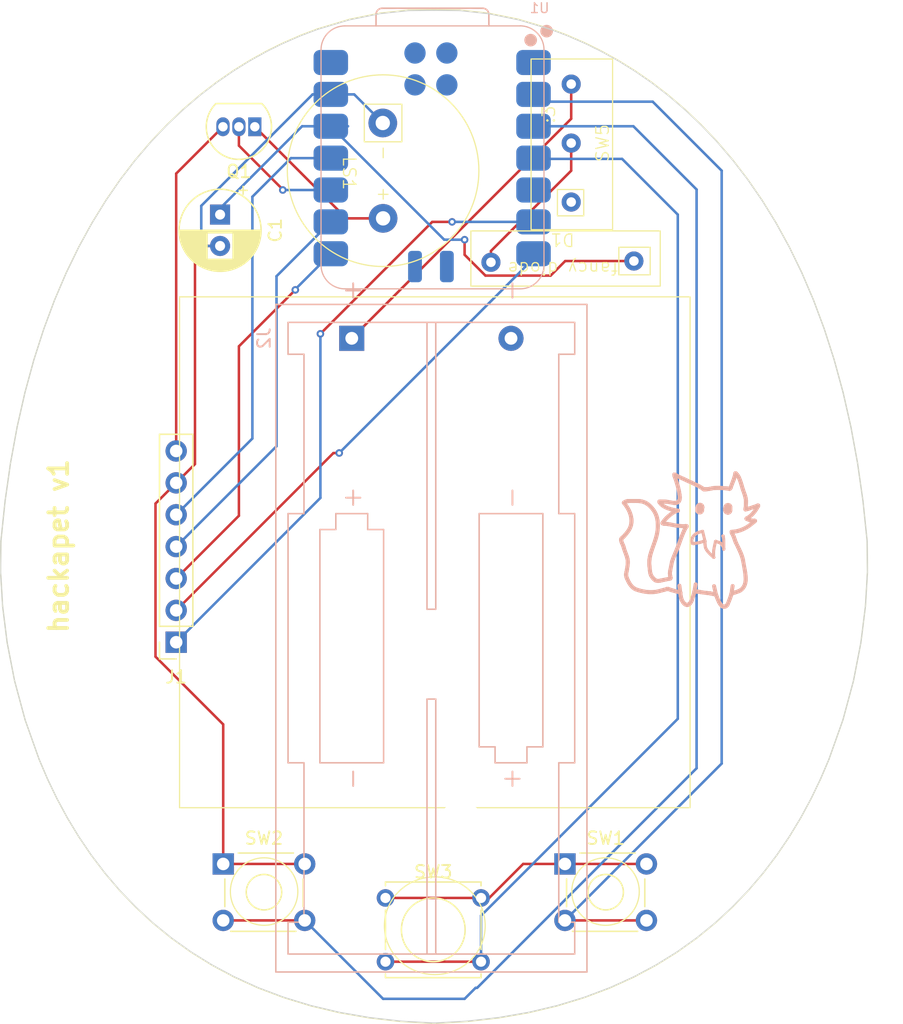
<source format=kicad_pcb>
(kicad_pcb (version 20240108) (generator "pcbnew") (generator_version "8.0")
  (layers (0 "F.Cu" signal) (31 "B.Cu" signal) (34 "B.Paste" user) (35 "F.Paste" user) (36 "B.SilkS" user "B.Silkscreen") (37 "F.SilkS" user "F.Silkscreen") (38 "B.Mask" user) (39 "F.Mask" user) (44 "Edge.Cuts" user))
  (net 0 "")
  (net 1 "Net-(D1-K)")
  (net 2 "GND")
  (net 3 "CS")
  (net 4 "DC")
  (net 5 "+3.3V")
  (net 6 "RST")
  (net 7 "DIN")
  (net 8 "SLK")
  (net 9 "SPEAKER")
  (net 10 "Net-(Q1-C)")
  (net 11 "Net-(SW1-Pad1)")
  (net 12 "Net-(U1-PA4_A1_D1)")
  (net 13 "Net-(U1-PA10_A2_D2)")
  (net 14 "Net-(U1-PA11_A3_D3)")
  (net 15 "Net-(J2-Pin_1)")
  (net 16 "Net-(D1-A)")
  (net 27 "Net-(J2-Pin_2)")
  (footprint "MountingHole:MountingHole_3.2mm_M3" (layer "F.Cu") (at 110 124.5)
    (property "Reference" "REF**" (hide yes))
    (property "Value" "MountingHole_3.2mm_M3")
  )
  (footprint "Button_Switch_THT:SW_TH_Tactile_Omron_B3F-10xx" (layer "F.Cu") (at 144.5 128.25)
    (property "Reference" "SW1")
    (property "Value" "SW_Push")
  )
  (footprint "Button_Switch_THT:SW_TH_Tactile_Omron_B3F-10xx" (layer "F.Cu") (at 117.25 128.25)
    (property "Reference" "SW2")
    (property "Value" "SW_Push")
  )
  (footprint "Button_Switch_THT:SPDT-amazonl0lz" (layer "F.Cu") (at 148 70.8 90)
    (property "Reference" "SW5")
    (property "Value" "SW_SPDT")
  )
  (footprint "MountingHole:MountingHole_3.2mm_M3" (layer "F.Cu") (at 161.5 92)
    (property "Reference" "REF**" (hide yes))
    (property "Value" "MountingHole_3.2mm_M3")
  )
  (footprint "Buzzer_Beeper:CVS_1508custom" (layer "F.Cu") (at 126.8 73.2 -90)
    (property "Reference" "LS1")
    (property "Value" "Speaker")
  )
  (footprint "Capacitor_THT:CP_Radial_D6.3mm_P2.50mm" (layer "F.Cu") (at 117 76.5 -90)
    (property "Reference" "C1")
    (property "Value" "1uF")
  )
  (footprint "MountingHole:MountingHole_3.2mm_M3" (layer "F.Cu") (at 109 83.5)
    (property "Reference" "REF**" (hide yes))
    (property "Value" "MountingHole_3.2mm_M3")
  )
  (footprint "Button_Switch_THT:SW_Tactile_Straight_KSL0Axx1LFTR" (layer "F.Cu") (at 130.19 130.96)
    (property "Reference" "SW3")
    (property "Value" "SW_Push")
  )
  (footprint "Package_TO_SOT_THT:TO-92_Inline" (layer "F.Cu") (at 119.77 69.5 180)
    (property "Reference" "Q1")
    (property "Value" "BC557")
  )
  (footprint "Diode_THT:1N5817_amazondiode2" (layer "F.Cu") (at 144.3 78 180)
    (property "Reference" "D1")
    (property "Value" "D_Schottky")
  )
  (footprint "MountingHole:MountingHole_3.2mm_M3" (layer "F.Cu") (at 162 113)
    (property "Reference" "REF**" (hide yes))
    (property "Value" "MountingHole_3.2mm_M3")
  )
  (footprint "Connector_PinSocket_2.54mm:PinSocket_1x07_P2.54mm_Vertical" (layer "F.Cu") (at 113.5 110.58 180)
    (property "Reference" "J1")
    (property "Value" "Conn_01x07_Socket")
  )
  (footprint "Battery:BatteryHolder_Keystone_2468_2xAAA" (layer "B.Cu") (at 127.5 86.36 -90)
    (property "Reference" "J2")
    (property "Value" "battery_holder")
  )
  (footprint "Seeed Studio XIAO Series Library:XIAO-RP2040-SMD" (layer "B.Cu") (at 133.9955 72 180)
    (property "Reference" "U1")
    (property "Value" "Seeed Studio XIAO SAMD21")
  )
  (gr_line (start 149.432484 104.861368) (end 149.412684 104.957408) (stroke (width 0.317499) (color 254 93 163 1)) (layer "B.SilkS"))
  (gr_line (start 151.83105 100.62211) (end 151.802533 100.527013) (stroke (width 0.317499) (color 254 93 163 1)) (layer "B.SilkS"))
  (gr_line (start 157.503399 99.833318) (end 157.503519 99.831501) (stroke (width 0.687916) (color 254 93 163 1)) (layer "B.SilkS"))
  (gr_line (start 153.415935 97.853694) (end 153.461512 98.006314) (stroke (width 0.317499) (color 254 93 163 1)) (layer "B.SilkS"))
  (gr_line (start 152.033543 99.379403) (end 152.031859 99.381776) (stroke (width 0.317499) (color 254 93 163 1)) (layer "B.SilkS"))
  (gr_line (start 156.831954 107.455342) (end 156.817083 107.430015) (stroke (width 0.317499) (color 254 93 163 1)) (layer "B.SilkS"))
  (gr_line (start 157.165143 103.068168) (end 157.168422 103.078459) (stroke (width 0.238124) (color 91 101 175 1)) (layer "B.SilkS"))
  (gr_line (start 154.183011 101.323402) (end 154.190902 101.325093) (stroke (width 0.317499) (color 254 93 163 1)) (layer "B.SilkS"))
  (gr_line (start 156.591393 98.282071) (end 156.504019 98.285428) (stroke (width 0.317499) (color 254 93 163 1)) (layer "B.SilkS"))
  (gr_line (start 154.206999 101.332835) (end 154.209512 101.336404) (stroke (width 0.317499) (color 254 93 163 1)) (layer "B.SilkS"))
  (gr_line (start 149.175467 102.976709) (end 149.185324 103.013203) (stroke (width 0.317499) (color 254 93 163 1)) (layer "B.SilkS"))
  (gr_line (start 158.91346 105.47652) (end 158.909795 105.38646) (stroke (width 0.317499) (color 254 93 163 1)) (layer "B.SilkS"))
  (gr_line (start 153.704869 106.638222) (end 153.703944 106.630477) (stroke (width 0.317499) (color 254 93 163 1)) (layer "B.SilkS"))
  (gr_line (start 155.253487 99.993093) (end 155.254995 99.981028) (stroke (width 0.687916) (color 254 93 163 1)) (layer "B.SilkS"))
  (gr_line (start 153.372164 97.281842) (end 153.342339 97.26469) (stroke (width 0.317499) (color 254 93 163 1)) (layer "B.SilkS"))
  (gr_line (start 158.347533 101.697966) (end 158.455836 101.664956) (stroke (width 0.317499) (color 254 93 163 1)) (layer "B.SilkS"))
  (gr_line (start 156.679172 98.280552) (end 156.591393 98.282071) (stroke (width 0.317499) (color 254 93 163 1)) (layer "B.SilkS"))
  (gr_line (start 159.272353 100.855905) (end 159.214888 100.837012) (stroke (width 0.317499) (color 254 93 163 1)) (layer "B.SilkS"))
  (gr_line (start 149.525066 99.331788) (end 149.480385 99.33694) (stroke (width 0.317499) (color 254 93 163 1)) (layer "B.SilkS"))
  (gr_line (start 149.506863 101.774418) (end 149.463592 101.831553) (stroke (width 0.317499) (color 254 93 163 1)) (layer "B.SilkS"))
  (gr_line (start 159.650627 100.905175) (end 159.648699 100.903005) (stroke (width 0.317499) (color 254 93 163 1)) (layer "B.SilkS"))
  (gr_line (start 158.985535 100.7412) (end 158.983571 100.738824) (stroke (width 0.317499) (color 254 93 163 1)) (layer "B.SilkS"))
  (gr_line (start 149.296195 99.402096) (end 149.279483 99.410884) (stroke (width 0.317499) (color 254 93 163 1)) (layer "B.SilkS"))
  (gr_line (start 151.518999 105.468153) (end 151.495185 105.438679) (stroke (width 0.317499) (color 254 93 163 1)) (layer "B.SilkS"))
  (gr_line (start 156.352203 103.80234) (end 156.35531 103.805626) (stroke (width 0.238124) (color 91 101 175 1)) (layer "B.SilkS"))
  (gr_line (start 156.047844 98.353894) (end 155.97424 98.367168) (stroke (width 0.317499) (color 254 93 163 1)) (layer "B.SilkS"))
  (gr_line (start 152.655124 99.386295) (end 152.586167 99.381021) (stroke (width 0.317499) (color 254 93 163 1)) (layer "B.SilkS"))
  (gr_line (start 149.211206 99.459968) (end 149.208909 99.463923) (stroke (width 0.317499) (color 254 93 163 1)) (layer "B.SilkS"))
  (gr_line (start 149.807589 100.930098) (end 149.804592 101.003572) (stroke (width 0.317499) (color 254 93 163 1)) (layer "B.SilkS"))
  (gr_line (start 152.242657 99.367974) (end 152.104605 99.367165) (stroke (width 0.317499) (color 254 93 163 1)) (layer "B.SilkS"))
  (gr_line (start 157.230709 107.748211) (end 157.21618 107.749799) (stroke (width 0.317499) (color 254 93 163 1)) (layer "B.SilkS"))
  (gr_line (start 158.911698 99.108985) (end 158.901061 99.056637) (stroke (width 0.317499) (color 254 93 163 1)) (layer "B.SilkS"))
  (gr_line (start 159.908213 99.689643) (end 159.906176 99.688023) (stroke (width 0.317499) (color 254 93 163 1)) (layer "B.SilkS"))
  (gr_line (start 157.162304 103.16697) (end 157.161311 103.16787) (stroke (width 0.238124) (color 91 101 175 1)) (layer "B.SilkS"))
  (gr_line (start 156.351678 103.416711) (end 156.356441 103.349401) (stroke (width 0.238124) (color 91 101 175 1)) (layer "B.SilkS"))
  (gr_line (start 156.511698 102.545352) (end 156.514901 102.543941) (stroke (width 0.238124) (color 91 101 175 1)) (layer "B.SilkS"))
  (gr_line (start 157.801161 106.690104) (end 157.805376 106.687124) (stroke (width 0.317499) (color 254 93 163 1)) (layer "B.SilkS"))
  (gr_line (start 153.44693 97.325544) (end 153.407836 97.303045) (stroke (width 0.317499) (color 254 93 163 1)) (layer "B.SilkS"))
  (gr_line (start 150.035714 106.301447) (end 150.064258 106.318427) (stroke (width 0.317499) (color 254 93 163 1)) (layer "B.SilkS"))
  (gr_line (start 159.537054 101.014282) (end 159.564738 100.992098) (stroke (width 0.317499) (color 254 93 163 1)) (layer "B.SilkS"))
  (gr_line (start 156.41726 98.290708) (end 156.380168 98.294016) (stroke (width 0.317499) (color 254 93 163 1)) (layer "B.SilkS"))
  (gr_line (start 157.159101 103.168293) (end 157.158599 103.167742) (stroke (width 0.238124) (color 91 101 175 1)) (layer "B.SilkS"))
  (gr_line (start 152.047465 99.372056) (end 152.04284 99.373575) (stroke (width 0.317499) (color 254 93 163 1)) (layer "B.SilkS"))
  (gr_line (start 153.40637 99.46424) (end 153.377653 99.471006) (stroke (width 0.317499) (color 254 93 163 1)) (layer "B.SilkS"))
  (gr_line (start 156.35531 103.805626) (end 156.358166 103.808783) (stroke (width 0.238124) (color 91 101 175 1)) (layer "B.SilkS"))
  (gr_line (start 158.983892 100.728225) (end 158.985751 100.725362) (stroke (width 0.317499) (color 254 93 163 1)) (layer "B.SilkS"))
  (gr_line (start 152.681279 106.329134) (end 152.690309 106.3293) (stroke (width 0.317499) (color 254 93 163 1)) (layer "B.SilkS"))
  (gr_line (start 154.064219 101.571135) (end 154.026635 101.647923) (stroke (width 0.317499) (color 254 93 163 1)) (layer "B.SilkS"))
  (gr_line (start 156.90342 107.561647) (end 156.883935 107.535002) (stroke (width 0.317499) (color 254 93 163 1)) (layer "B.SilkS"))
  (gr_line (start 155.665776 102.633529) (end 155.666502 102.674725) (stroke (width 0.238124) (color 91 101 175 1)) (layer "B.SilkS"))
  (gr_line (start 150.186884 106.377331) (end 150.219764 106.389682) (stroke (width 0.317499) (color 254 93 163 1)) (layer "B.SilkS"))
  (gr_line (start 148.985272 102.389866) (end 148.983829 102.400542) (stroke (width 0.317499) (color 254 93 163 1)) (layer "B.SilkS"))
  (gr_line (start 157.163438 103.165655) (end 157.162304 103.16697) (stroke (width 0.238124) (color 91 101 175 1)) (layer "B.SilkS"))
  (gr_line (start 154.915547 101.960138) (end 154.865961 102.000323) (stroke (width 0.238124) (color 91 101 175 1)) (layer "B.SilkS"))
  (gr_line (start 151.774387 102.214112) (end 151.810172 102.077526) (stroke (width 0.317499) (color 254 93 163 1)) (layer "B.SilkS"))
  (gr_line (start 157.814498 101.868628) (end 157.80769 101.849506) (stroke (width 0.317499) (color 254 93 163 1)) (layer "B.SilkS"))
  (gr_line (start 151.309087 105.062993) (end 151.298511 105.011985) (stroke (width 0.317499) (color 254 93 163 1)) (layer "B.SilkS"))
  (gr_line (start 152.030414 99.387182) (end 152.030587 99.390218) (stroke (width 0.317499) (color 254 93 163 1)) (layer "B.SilkS"))
  (gr_line (start 151.906907 105.691052) (end 151.881876 105.689818) (stroke (width 0.317499) (color 254 93 163 1)) (layer "B.SilkS"))
  (gr_line (start 151.810172 102.077526) (end 151.841478 101.939304) (stroke (width 0.317499) (color 254 93 163 1)) (layer "B.SilkS"))
  (gr_line (start 153.41934 100.085301) (end 153.439875 100.087771) (stroke (width 0.317499) (color 254 93 163 1)) (layer "B.SilkS"))
  (gr_line (start 159.646018 100.130575) (end 159.69108 100.067766) (stroke (width 0.317499) (color 254 93 163 1)) (layer "B.SilkS"))
  (gr_line (start 158.093094 97.123757) (end 158.090325 97.128287) (stroke (width 0.317499) (color 254 93 163 1)) (layer "B.SilkS"))
  (gr_line (start 154.619334 102.604372) (end 154.622282 102.618819) (stroke (width 0.238124) (color 91 101 175 1)) (layer "B.SilkS"))
  (gr_line (start 152.877374 105.176899) (end 152.884921 105.238014) (stroke (width 0.317499) (color 254 93 163 1)) (layer "B.SilkS"))
  (gr_line (start 157.830994 101.907389) (end 157.822326 101.887953) (stroke (width 0.317499) (color 254 93 163 1)) (layer "B.SilkS"))
  (gr_line (start 155.226554 102.636811) (end 155.309969 102.614552) (stroke (width 0.238124) (color 91 101 175 1)) (layer "B.SilkS"))
  (gr_line (start 157.163438 103.103426) (end 157.170101 102.875164) (stroke (width 0.238124) (color 91 101 175 1)) (layer "B.SilkS"))
  (gr_line (start 156.507256 102.549895) (end 156.509135 102.547326) (stroke (width 0.238124) (color 91 101 175 1)) (layer "B.SilkS"))
  (gr_line (start 152.414732 101.136131) (end 152.433826 101.137598) (stroke (width 0.317499) (color 254 93 163 1)) (layer "B.SilkS"))
  (gr_line (start 158.533033 97.882142) (end 158.499583 97.781641) (stroke (width 0.317499) (color 254 93 163 1)) (layer "B.SilkS"))
  (gr_line (start 154.621612 107.21574) (end 154.609246 107.246179) (stroke (width 0.317499) (color 254 93 163 1)) (layer "B.SilkS"))
  (gr_line (start 155.241291 100.044336) (end 155.241719 100.041563) (stroke (width 0.687916) (color 254 93 163 1)) (layer "B.SilkS"))
  (gr_line (start 154.635515 102.334543) (end 154.626831 102.36398) (stroke (width 0.238124) (color 91 101 175 1)) (layer "B.SilkS"))
  (gr_line (start 158.455836 101.664956) (end 158.562807 101.626875) (stroke (width 0.317499) (color 254 93 163 1)) (layer "B.SilkS"))
  (gr_line (start 157.503085 98.331277) (end 157.495059 98.329874) (stroke (width 0.317499) (color 254 93 163 1)) (layer "B.SilkS"))
  (gr_line (start 158.6862 98.394231) (end 158.654868 98.292084) (stroke (width 0.317499) (color 254 93 163 1)) (layer "B.SilkS"))
  (gr_line (start 153.658712 99.027399) (end 153.659005 99.062269) (stroke (width 0.317499) (color 254 93 163 1)) (layer "B.SilkS"))
  (gr_line (start 155.53134 98.364283) (end 155.516161 98.352909) (stroke (width 0.317499) (color 254 93 163 1)) (layer "B.SilkS"))
  (gr_line (start 154.535996 107.391737) (end 154.518533 107.418919) (stroke (width 0.317499) (color 254 93 163 1)) (layer "B.SilkS"))
  (gr_line (start 152.300632 101.105995) (end 152.305215 101.108921) (stroke (width 0.317499) (color 254 93 163 1)) (layer "B.SilkS"))
  (gr_line (start 155.667192 102.516531) (end 155.667852 102.52024) (stroke (width 0.238124) (color 91 101 175 1)) (layer "B.SilkS"))
  (gr_line (start 157.490016 100.065411) (end 157.48707 100.063259) (stroke (width 0.687916) (color 254 93 163 1)) (layer "B.SilkS"))
  (gr_line (start 156.921973 102.693701) (end 156.935473 102.704831) (stroke (width 0.238124) (color 91 101 175 1)) (layer "B.SilkS"))
  (gr_line (start 153.797305 107.156512) (end 153.786911 107.126546) (stroke (width 0.317499) (color 254 93 163 1)) (layer "B.SilkS"))
  (gr_line (start 158.455995 106.464104) (end 158.489756 106.443419) (stroke (width 0.317499) (color 254 93 163 1)) (layer "B.SilkS"))
  (gr_line (start 157.49813 100.070453) (end 157.490016 100.065411) (stroke (width 0.687916) (color 254 93 163 1)) (layer "B.SilkS"))
  (gr_line (start 152.87951 104.975635) (end 152.876316 105.002805) (stroke (width 0.317499) (color 254 93 163 1)) (layer "B.SilkS"))
  (gr_line (start 156.952748 102.720724) (end 156.969362 102.737323) (stroke (width 0.238124) (color 91 101 175 1)) (layer "B.SilkS"))
  (gr_line (start 157.717623 106.925438) (end 157.682527 107.029037) (stroke (width 0.317499) (color 254 93 163 1)) (layer "B.SilkS"))
  (gr_line (start 151.420207 105.33688) (end 151.394761 105.296578) (stroke (width 0.317499) (color 254 93 163 1)) (layer "B.SilkS"))
  (gr_line (start 154.14144 101.320287) (end 154.164031 101.321174) (stroke (width 0.317499) (color 254 93 163 1)) (layer "B.SilkS"))
  (gr_line (start 149.753869 101.295026) (end 149.730919 101.366911) (stroke (width 0.317499) (color 254 93 163 1)) (layer "B.SilkS"))
  (gr_line (start 155.97424 98.367168) (end 155.937454 98.372793) (stroke (width 0.317499) (color 254 93 163 1)) (layer "B.SilkS"))
  (gr_line (start 157.795187 101.794289) (end 157.794493 101.785522) (stroke (width 0.317499) (color 254 93 163 1)) (layer "B.SilkS"))
  (gr_line (start 159.734672 100.00372) (end 159.776909 99.938547) (stroke (width 0.317499) (color 254 93 163 1)) (layer "B.SilkS"))
  (gr_line (start 154.848156 102.710565) (end 154.899547 102.702404) (stroke (width 0.238124) (color 91 101 175 1)) (layer "B.SilkS"))
  (gr_line (start 149.312852 99.393757) (end 149.296195 99.402096) (stroke (width 0.317499) (color 254 93 163 1)) (layer "B.SilkS"))
  (gr_line (start 153.821751 107.216584) (end 153.808883 107.186518) (stroke (width 0.317499) (color 254 93 163 1)) (layer "B.SilkS"))
  (gr_line (start 153.11976 103.929303) (end 153.045331 104.127892) (stroke (width 0.317499) (color 254 93 163 1)) (layer "B.SilkS"))
  (gr_line (start 159.007049 99.972409) (end 158.973197 99.98116) (stroke (width 0.317499) (color 254 93 163 1)) (layer "B.SilkS"))
  (gr_line (start 158.901252 99.968364) (end 158.903839 99.931276) (stroke (width 0.317499) (color 254 93 163 1)) (layer "B.SilkS"))
  (gr_line (start 158.173619 97.166666) (end 158.156033 97.147588) (stroke (width 0.317499) (color 254 93 163 1)) (layer "B.SilkS"))
  (gr_line (start 152.787715 100.511123) (end 152.749177 100.543706) (stroke (width 0.317499) (color 254 93 163 1)) (layer "B.SilkS"))
  (gr_line (start 153.317437 99.479276) (end 153.286141 99.481032) (stroke (width 0.317499) (color 254 93 163 1)) (layer "B.SilkS"))
  (gr_line (start 157.475221 100.020404) (end 157.476505 100.014637) (stroke (width 0.687916) (color 254 93 163 1)) (layer "B.SilkS"))
  (gr_line (start 152.871827 105.076453) (end 152.871997 105.100221) (stroke (width 0.317499) (color 254 93 163 1)) (layer "B.SilkS"))
  (gr_line (start 153.5 103) (end 153.458876 103.103676) (stroke (width 0.317499) (color 254 93 163 1)) (layer "B.SilkS"))
  (gr_line (start 158.923429 99.756708) (end 158.925351 99.730544) (stroke (width 0.317499) (color 254 93 163 1)) (layer "B.SilkS"))
  (gr_line (start 158.925351 99.730544) (end 158.931031 99.572897) (stroke (width 0.317499) (color 254 93 163 1)) (layer "B.SilkS"))
  (gr_line (start 157.325919 107.716573) (end 157.313108 107.723125) (stroke (width 0.317499) (color 254 93 163 1)) (layer "B.SilkS"))
  (gr_line (start 153.223878 97.216123) (end 153.223395 97.218352) (stroke (width 0.317499) (color 254 93 163 1)) (layer "B.SilkS"))
  (gr_line (start 156.527896 102.542748) (end 156.533205 102.543255) (stroke (width 0.238124) (color 91 101 175 1)) (layer "B.SilkS"))
  (gr_line (start 152.392937 105.61058) (end 152.242585 105.64287) (stroke (width 0.317499) (color 254 93 163 1)) (layer "B.SilkS"))
  (gr_line (start 157.173678 103.144607) (end 157.172325 103.149138) (stroke (width 0.238124) (color 91 101 175 1)) (layer "B.SilkS"))
  (gr_line (start 154.702535 102.712079) (end 154.714261 102.71415) (stroke (width 0.238124) (color 91 101 175 1)) (layer "B.SilkS"))
  (gr_line (start 156.079021 106.684045) (end 156.045985 106.679312) (stroke (width 0.317499) (color 254 93 163 1)) (layer "B.SilkS"))
  (gr_line (start 157.060824 107.714447) (end 157.036714 107.698616) (stroke (width 0.317499) (color 254 93 163 1)) (layer "B.SilkS"))
  (gr_line (start 159.488957 99.824299) (end 159.176705 99.927262) (stroke (width 0.317499) (color 254 93 163 1)) (layer "B.SilkS"))
  (gr_line (start 153.544 98.313879) (end 153.5792 98.469018) (stroke (width 0.317499) (color 254 93 163 1)) (layer "B.SilkS"))
  (gr_line (start 149.102792 102.793658) (end 149.135113 102.867011) (stroke (width 0.317499) (color 254 93 163 1)) (layer "B.SilkS"))
  (gr_line (start 153.627414 106.069457) (end 153.694697 106.608678) (stroke (width 0.317499) (color 254 93 163 1)) (layer "B.SilkS"))
  (gr_line (start 158.664417 106.293921) (end 158.712141 106.23529) (stroke (width 0.317499) (color 254 93 163 1)) (layer "B.SilkS"))
  (gr_line (start 155.668783 102.545632) (end 155.667642 102.563372) (stroke (width 0.238124) (color 91 101 175 1)) (layer "B.SilkS"))
  (gr_line (start 159.897379 99.685811) (end 159.893646 99.685863) (stroke (width 0.317499) (color 254 93 163 1)) (layer "B.SilkS"))
  (gr_line (start 150.82578 106.54262) (end 150.940213 106.560314) (stroke (width 0.317499) (color 254 93 163 1)) (layer "B.SilkS"))
  (gr_line (start 149.327231 101.999434) (end 149.280273 102.054019) (stroke (width 0.317499) (color 254 93 163 1)) (layer "B.SilkS"))
  (gr_line (start 157.176028 103.120218) (end 157.176092 103.125282) (stroke (width 0.238124) (color 91 101 175 1)) (layer "B.SilkS"))
  (gr_line (start 152.635507 106.33432) (end 152.644752 106.332415) (stroke (width 0.317499) (color 254 93 163 1)) (layer "B.SilkS"))
  (gr_line (start 157.64805 98.343885) (end 157.64535 98.345344) (stroke (width 0.317499) (color 254 93 163 1)) (layer "B.SilkS"))
  (gr_line (start 153.748974 106.976627) (end 153.738361 106.916247) (stroke (width 0.317499) (color 254 93 163 1)) (layer "B.SilkS"))
  (gr_line (start 152.743791 106.337053) (end 152.761406 106.341737) (stroke (width 0.317499) (color 254 93 163 1)) (layer "B.SilkS"))
  (gr_line (start 157.797062 106.693296) (end 157.801161 106.690104) (stroke (width 0.317499) (color 254 93 163 1)) (layer "B.SilkS"))
  (gr_line (start 157.186559 107.750536) (end 157.171494 107.749639) (stroke (width 0.317499) (color 254 93 163 1)) (layer "B.SilkS"))
  (gr_line (start 152.433826 101.137598) (end 152.54135 101.145166) (stroke (width 0.317499) (color 254 93 163 1)) (layer "B.SilkS"))
  (gr_line (start 157.156279 107.747864) (end 157.140925 107.74519) (stroke (width 0.317499) (color 254 93 163 1)) (layer "B.SilkS"))
  (gr_line (start 155.721641 103.062897) (end 155.734612 103.095826) (stroke (width 0.238124) (color 91 101 175 1)) (layer "B.SilkS"))
  (gr_line (start 156.369539 103.820013) (end 156.370007 103.81999) (stroke (width 0.238124) (color 91 101 175 1)) (layer "B.SilkS"))
  (gr_line (start 155.117903 106.551426) (end 155.091874 106.549157) (stroke (width 0.317499) (color 254 93 163 1)) (layer "B.SilkS"))
  (gr_line (start 154.739228 102.716645) (end 154.765708 102.717211) (stroke (width 0.238124) (color 91 101 175 1)) (layer "B.SilkS"))
  (gr_line (start 156.441429 106.758261) (end 156.408512 106.752811) (stroke (width 0.317499) (color 254 93 163 1)) (layer "B.SilkS"))
  (gr_line (start 159.618422 100.946086) (end 159.631304 100.934056) (stroke (width 0.317499) (color 254 93 163 1)) (layer "B.SilkS"))
  (gr_line (start 153.786911 107.126546) (end 153.777595 107.096601) (stroke (width 0.317499) (color 254 93 163 1)) (layer "B.SilkS"))
  (gr_line (start 154.084086 107.55538) (end 154.062768 107.54058) (stroke (width 0.317499) (color 254 93 163 1)) (layer "B.SilkS"))
  (gr_line (start 153.372303 100.077519) (end 153.396759 100.081936) (stroke (width 0.317499) (color 254 93 163 1)) (layer "B.SilkS"))
  (gr_line (start 155.333004 98.232364) (end 155.28988 98.206437) (stroke (width 0.317499) (color 254 93 163 1)) (layer "B.SilkS"))
  (gr_line (start 157.704282 98.279417) (end 157.699751 98.286732) (stroke (width 0.317499) (color 254 93 163 1)) (layer "B.SilkS"))
  (gr_line (start 152.286546 101.088691) (end 152.28802 101.092522) (stroke (width 0.317499) (color 254 93 163 1)) (layer "B.SilkS"))
  (gr_line (start 154.100595 101.502194) (end 154.064219 101.571135) (stroke (width 0.317499) (color 254 93 163 1)) (layer "B.SilkS"))
  (gr_line (start 151.283898 106.588753) (end 151.398663 106.589388) (stroke (width 0.317499) (color 254 93 163 1)) (layer "B.SilkS"))
  (gr_line (start 150.591308 99.35333) (end 150.513541 99.340801) (stroke (width 0.317499) (color 254 93 163 1)) (layer "B.SilkS"))
  (gr_line (start 155.460202 98.314032) (end 155.418124 98.286141) (stroke (width 0.317499) (color 254 93 163 1)) (layer "B.SilkS"))
  (gr_line (start 155.018468 106.545532) (end 155.005733 106.543644) (stroke (width 0.317499) (color 254 93 163 1)) (layer "B.SilkS"))
  (gr_line (start 149.336666 103.469421) (end 149.378991 103.582829) (stroke (width 0.317499) (color 254 93 163 1)) (layer "B.SilkS"))
  (gr_line (start 153.078271 100.287555) (end 153.040834 100.314069) (stroke (width 0.317499) (color 254 93 163 1)) (layer "B.SilkS"))
  (gr_line (start 156.507276 106.766274) (end 156.474349 106.762803) (stroke (width 0.317499) (color 254 93 163 1)) (layer "B.SilkS"))
  (gr_line (start 151.275398 99.71948) (end 151.23003 99.67778) (stroke (width 0.317499) (color 254 93 163 1)) (layer "B.SilkS"))
  (gr_line (start 151.298511 105.011985) (end 151.289536 104.960255) (stroke (width 0.317499) (color 254 93 163 1)) (layer "B.SilkS"))
  (gr_line (start 149.946041 99.323597) (end 149.734725 99.322781) (stroke (width 0.317499) (color 254 93 163 1)) (layer "B.SilkS"))
  (gr_line (start 157.805376 106.687124) (end 157.814132 106.681763) (stroke (width 0.317499) (color 254 93 163 1)) (layer "B.SilkS"))
  (gr_line (start 156.143873 103.614551) (end 156.193335 103.66058) (stroke (width 0.238124) (color 91 101 175 1)) (layer "B.SilkS"))
  (gr_line (start 156.045985 106.679312) (end 156.012924 106.675619) (stroke (width 0.317499) (color 254 93 163 1)) (layer "B.SilkS"))
  (gr_line (start 157.140925 107.74519) (end 157.125448 107.741592) (stroke (width 0.317499) (color 254 93 163 1)) (layer "B.SilkS"))
  (gr_line (start 156.572172 102.553475) (end 156.586785 102.558824) (stroke (width 0.238124) (color 91 101 175 1)) (layer "B.SilkS"))
  (gr_line (start 150.123836 106.34973) (end 150.154915 106.364005) (stroke (width 0.317499) (color 254 93 163 1)) (layer "B.SilkS"))
  (gr_line (start 154.608944 102.48462) (end 154.609013 102.5153) (stroke (width 0.238124) (color 91 101 175 1)) (layer "B.SilkS"))
  (gr_line (start 153.909713 107.374809) (end 153.877429 107.323939) (stroke (width 0.317499) (color 254 93 163 1)) (layer "B.SilkS"))
  (gr_line (start 149.163575 102.940182) (end 149.175467 102.976709) (stroke (width 0.317499) (color 254 93 163 1)) (layer "B.SilkS"))
  (gr_line (start 153.116269 100.261867) (end 153.078271 100.287555) (stroke (width 0.317499) (color 254 93 163 1)) (layer "B.SilkS"))
  (gr_line (start 157.477154 100.05123) (end 157.476015 100.048614) (stroke (width 0.687916) (color 254 93 163 1)) (layer "B.SilkS"))
  (gr_line (start 159.650115 100.913887) (end 159.651397 100.910594) (stroke (width 0.317499) (color 254 93 163 1)) (layer "B.SilkS"))
  (gr_line (start 156.765629 107.329615) (end 156.733048 107.256937) (stroke (width 0.317499) (color 254 93 163 1)) (layer "B.SilkS"))
  (gr_line (start 157.638729 98.347805) (end 157.634937 98.348674) (stroke (width 0.317499) (color 254 93 163 1)) (layer "B.SilkS"))
  (gr_line (start 157.068858 102.86912) (end 157.080912 102.889579) (stroke (width 0.238124) (color 91 101 175 1)) (layer "B.SilkS"))
  (gr_line (start 153.227566 97.213798) (end 153.225288 97.214619) (stroke (width 0.317499) (color 254 93 163 1)) (layer "B.SilkS"))
  (gr_line (start 152.827261 100.479156) (end 152.787715 100.511123) (stroke (width 0.317499) (color 254 93 163 1)) (layer "B.SilkS"))
  (gr_line (start 149.63555 101.579045) (end 149.594531 101.648337) (stroke (width 0.317499) (color 254 93 163 1)) (layer "B.SilkS"))
  (gr_line (start 158.908408 99.886761) (end 158.919259 99.79467) (stroke (width 0.317499) (color 254 93 163 1)) (layer "B.SilkS"))
  (gr_line (start 152.06638 99.368747) (end 152.059201 99.369644) (stroke (width 0.317499) (color 254 93 163 1)) (layer "B.SilkS"))
  (gr_line (start 149.453313 105.510521) (end 149.466688 105.541453) (stroke (width 0.317499) (color 254 93 163 1)) (layer "B.SilkS"))
  (gr_line (start 159.342331 101.174214) (end 159.42671 101.103441) (stroke (width 0.317499) (color 254 93 163 1)) (layer "B.SilkS"))
  (gr_line (start 154.127841 107.579911) (end 154.105787 107.568524) (stroke (width 0.317499) (color 254 93 163 1)) (layer "B.SilkS"))
  (gr_line (start 153.516471 106.566864) (end 153.605675 106.586914) (stroke (width 0.317499) (color 254 93 163 1)) (layer "B.SilkS"))
  (gr_line (start 153.705596 106.646727) (end 153.704869 106.638222) (stroke (width 0.317499) (color 254 93 163 1)) (layer "B.SilkS"))
  (gr_line (start 157.873976 106.095916) (end 157.782748 106.703117) (stroke (width 0.317499) (color 254 93 163 1)) (layer "B.SilkS"))
  (gr_line (start 157.120985 102.133847) (end 157.119994 102.131927) (stroke (width 0.238124) (color 91 101 175 1)) (layer "B.SilkS"))
  (gr_line (start 154.611866 97.868585) (end 154.335723 97.742647) (stroke (width 0.317499) (color 254 93 163 1)) (layer "B.SilkS"))
  (gr_line (start 152.884921 105.238014) (end 152.89555 105.312273) (stroke (width 0.317499) (color 254 93 163 1)) (layer "B.SilkS"))
  (gr_line (start 149.209904 99.477814) (end 149.306343 99.599362) (stroke (width 0.317499) (color 254 93 163 1)) (layer "B.SilkS"))
  (gr_line (start 155.631288 98.403667) (end 155.626712 98.404274) (stroke (width 0.317499) (color 254 93 163 1)) (layer "B.SilkS"))
  (gr_line (start 155.251717 100.005155) (end 155.253487 99.993093) (stroke (width 0.687916) (color 254 93 163 1)) (layer "B.SilkS"))
  (gr_line (start 156.363087 103.814352) (end 156.365136 103.816585) (stroke (width 0.238124) (color 91 101 175 1)) (layer "B.SilkS"))
  (gr_line (start 154.835312 106.523803) (end 154.832228 106.51951) (stroke (width 0.317499)) (layer "B.SilkS"))
  (gr_line (start 157.116403 102.126893) (end 157.114966 102.125432) (stroke (width 0.238124) (color 91 101 175 1)) (layer "B.SilkS"))
  (gr_line (start 152.883093 105.508459) (end 152.875289 105.511798) (stroke (width 0.317499) (color 254 93 163 1)) (layer "B.SilkS"))
  (gr_line (start 150.093625 106.334529) (end 150.123836 106.34973) (stroke (width 0.317499) (color 254 93 163 1)) (layer "B.SilkS"))
  (gr_line (start 156.985336 102.754579) (end 157.00069 102.772443) (stroke (width 0.238124) (color 91 101 175 1)) (layer "B.SilkS"))
  (gr_line (start 157.481994 99.992794) (end 157.482787 99.987887) (stroke (width 0.687916) (color 254 93 163 1)) (layer "B.SilkS"))
  (gr_line (start 156.733048 107.256937) (end 156.696362 107.171421) (stroke (width 0.317499) (color 254 93 163 1)) (layer "B.SilkS"))
  (gr_line (start 154.633393 107.18506) (end 154.621612 107.21574) (stroke (width 0.317499) (color 254 93 163 1)) (layer "B.SilkS"))
  (gr_line (start 155.245447 100.027568) (end 155.249049 100.016323) (stroke (width 0.687916) (color 254 93 163 1)) (layer "B.SilkS"))
  (gr_line (start 150.368099 106.435803) (end 150.482557 106.467535) (stroke (width 0.317499) (color 254 93 163 1)) (layer "B.SilkS"))
  (gr_line (start 149.024899 102.307752) (end 149.018538 102.31586) (stroke (width 0.317499) (color 254 93 163 1)) (layer "B.SilkS"))
  (gr_line (start 149.49597 104.455104) (end 149.482125 104.560566) (stroke (width 0.317499) (color 254 93 163 1)) (layer "B.SilkS"))
  (gr_line (start 158.903969 105.731565) (end 158.911599 105.649765) (stroke (width 0.317499) (color 254 93 163 1)) (layer "B.SilkS"))
  (gr_line (start 157.483081 99.9833) (end 157.482914 99.971373) (stroke (width 0.687916) (color 254 93 163 1)) (layer "B.SilkS"))
  (gr_line (start 153.729079 106.855394) (end 153.711101 106.731631) (stroke (width 0.317499) (color 254 93 163 1)) (layer "B.SilkS"))
  (gr_line (start 154.736145 102.141123) (end 154.717959 102.167116) (stroke (width 0.238124) (color 91 101 175 1)) (layer "B.SilkS"))
  (gr_line (start 153.45819 100.089505) (end 153.48747 100.091395) (stroke (width 0.317499) (color 254 93 163 1)) (layer "B.SilkS"))
  (gr_line (start 153.649088 97.426257) (end 153.567134 97.387898) (stroke (width 0.317499) (color 254 93 163 1)) (layer "B.SilkS"))
  (gr_line (start 157.495936 99.858718) (end 157.49884 99.851467) (stroke (width 0.687916) (color 254 93 163 1)) (layer "B.SilkS"))
  (gr_line (start 153.642524 98.852093) (end 153.651074 98.922199) (stroke (width 0.317499) (color 254 93 163 1)) (layer "B.SilkS"))
  (gr_line (start 153.458876 103.103676) (end 153.417028 103.206064) (stroke (width 0.317499) (color 254 93 163 1)) (layer "B.SilkS"))
  (gr_line (start 149.734725 99.322781) (end 149.625702 99.325329) (stroke (width 0.317499) (color 254 93 163 1)) (layer "B.SilkS"))
  (gr_line (start 152.286953 101.076023) (end 152.285963 101.080446) (stroke (width 0.317499) (color 254 93 163 1)) (layer "B.SilkS"))
  (gr_line (start 157.653563 98.340286) (end 157.65079 98.342195) (stroke (width 0.317499) (color 254 93 163 1)) (layer "B.SilkS"))
  (gr_line (start 158.384433 106.501521) (end 158.420889 106.483484) (stroke (width 0.317499) (color 254 93 163 1)) (layer "B.SilkS"))
  (gr_line (start 157.694906 98.294087) (end 157.689796 98.301381) (stroke (width 0.317499) (color 254 93 163 1)) (layer "B.SilkS"))
  (gr_line (start 158.425749 97.58355) (end 158.384411 97.48611) (stroke (width 0.317499) (color 254 93 163 1)) (layer "B.SilkS"))
  (gr_line (start 150.878411 99.444308) (end 150.836091 99.425888) (stroke (width 0.317499) (color 254 93 163 1)) (layer "B.SilkS"))
  (gr_line (start 154.685136 102.220903) (end 154.670629 102.248616) (stroke (width 0.238124) (color 91 101 175 1)) (layer "B.SilkS"))
  (gr_line (start 153.650219 106.597437) (end 153.694697 106.608678) (stroke (width 0.317499) (color 254 93 163 1)) (layer "B.SilkS"))
  (gr_line (start 157.166759 102.529387) (end 157.159516 102.414641) (stroke (width 0.238124) (color 91 101 175 1)) (layer "B.SilkS"))
  (gr_line (start 157.444109 107.609252) (end 157.426123 107.632856) (stroke (width 0.317499) (color 254 93 163 1)) (layer "B.SilkS"))
  (gr_line (start 155.800162 103.219824) (end 155.819563 103.24932) (stroke (width 0.238124) (color 91 101 175 1)) (layer "B.SilkS"))
  (gr_line (start 152.70826 106.330676) (end 152.726081 106.333313) (stroke (width 0.317499) (color 254 93 163 1)) (layer "B.SilkS"))
  (gr_line (start 154.691416 102.709405) (end 154.702535 102.712079) (stroke (width 0.238124) (color 91 101 175 1)) (layer "B.SilkS"))
  (gr_line (start 154.72547 106.905374) (end 154.696013 107.000738) (stroke (width 0.317499) (color 254 93 163 1)) (layer "B.SilkS"))
  (gr_line (start 152.071019 99.450848) (end 152.080877 99.463822) (stroke (width 0.317499) (color 254 93 163 1)) (layer "B.SilkS"))
  (gr_line (start 152.03647 99.404627) (end 152.039073 99.408806) (stroke (width 0.317499) (color 254 93 163 1)) (layer "B.SilkS"))
  (gr_line (start 155.030048 106.546771) (end 155.018468 106.545532) (stroke (width 0.317499) (color 254 93 163 1)) (layer "B.SilkS"))
  (gr_line (start 154.609246 107.246179) (end 154.59622 107.276289) (stroke (width 0.317499) (color 254 93 163 1)) (layer "B.SilkS"))
  (gr_line (start 158.13226 97.123783) (end 158.126438 97.119343) (stroke (width 0.317499) (color 254 93 163 1)) (layer "B.SilkS"))
  (gr_line (start 153.912847 101.90483) (end 153.842334 102.07768) (stroke (width 0.317499) (color 254 93 163 1)) (layer "B.SilkS"))
  (gr_line (start 152.544137 105.579797) (end 152.392937 105.61058) (stroke (width 0.317499) (color 254 93 163 1)) (layer "B.SilkS"))
  (gr_line (start 159.587557 100.895759) (end 159.512045 100.898738) (stroke (width 0.317499) (color 254 93 163 1)) (layer "B.SilkS"))
  (gr_line (start 157.1036 102.931221) (end 157.124529 102.973496) (stroke (width 0.238124) (color 91 101 175 1)) (layer "B.SilkS"))
  (gr_line (start 153.315114 100.152868) (end 153.274121 100.171402) (stroke (width 0.317499) (color 254 93 163 1)) (layer "B.SilkS"))
  (gr_line (start 157.21618 107.749799) (end 157.201458 107.750582) (stroke (width 0.317499) (color 254 93 163 1)) (layer "B.SilkS"))
  (gr_line (start 152.778945 106.347207) (end 152.796424 106.353305) (stroke (width 0.317499) (color 254 93 163 1)) (layer "B.SilkS"))
  (gr_line (start 149.729337 106.012026) (end 149.769636 106.063783) (stroke (width 0.317499) (color 254 93 163 1)) (layer "B.SilkS"))
  (gr_line (start 157.621898 98.349994) (end 157.612043 98.349929) (stroke (width 0.317499) (color 254 93 163 1)) (layer "B.SilkS"))
  (gr_line (start 159.061522 100.679522) (end 159.079088 100.671454) (stroke (width 0.317499) (color 254 93 163 1)) (layer "B.SilkS"))
  (gr_line (start 157.96327 97.606056) (end 157.943506 97.660594) (stroke (width 0.317499) (color 254 93 163 1)) (layer "B.SilkS"))
  (gr_line (start 156.3669 103.818333) (end 156.367672 103.818996) (stroke (width 0.238124) (color 91 101 175 1)) (layer "B.SilkS"))
  (gr_line (start 155.254995 99.981028) (end 155.257387 99.95689) (stroke (width 0.687916) (color 254 93 163 1)) (layer "B.SilkS"))
  (gr_line (start 158.874105 105.889239) (end 158.891486 105.811486) (stroke (width 0.317499) (color 254 93 163 1)) (layer "B.SilkS"))
  (gr_line (start 155.240922 100.049843) (end 155.241018 100.047097) (stroke (width 0.687916) (color 254 93 163 1)) (layer "B.SilkS"))
  (gr_line (start 148.983104 102.411597) (end 148.983131 102.42305) (stroke (width 0.317499) (color 254 93 163 1)) (layer "B.SilkS"))
  (gr_line (start 159.909755 99.691752) (end 159.908213 99.689643) (stroke (width 0.317499) (color 254 93 163 1)) (layer "B.SilkS"))
  (gr_line (start 158.860515 98.901594) (end 158.82808 98.799497) (stroke (width 0.317499) (color 254 93 163 1)) (layer "B.SilkS"))
  (gr_line (start 153.417028 103.206064) (end 153.320392 103.436854) (stroke (width 0.317499) (color 254 93 163 1)) (layer "B.SilkS"))
  (gr_line (start 152.65395 106.330964) (end 152.663102 106.329946) (stroke (width 0.317499) (color 254 93 163 1)) (layer "B.SilkS"))
  (gr_line (start 158.054851 102.442349) (end 158.029627 102.366803) (stroke (width 0.317499) (color 254 93 163 1)) (layer "B.SilkS"))
  (gr_line (start 155.477212 101.734129) (end 155.667192 102.516531) (stroke (width 0.238124) (color 91 101 175 1)) (layer "B.SilkS"))
  (gr_line (start 151.873637 100.819048) (end 151.854666 100.719367) (stroke (width 0.317499) (color 254 93 163 1)) (layer "B.SilkS"))
  (gr_line (start 149.812152 106.113203) (end 149.857065 106.160091) (stroke (width 0.317499) (color 254 93 163 1)) (layer "B.SilkS"))
  (gr_line (start 157.482277 99.911591) (end 157.482749 99.905619) (stroke (width 0.687916) (color 254 93 163 1)) (layer "B.SilkS"))
  (gr_line (start 149.485864 103.929825) (end 149.495856 103.980288) (stroke (width 0.317499) (color 254 93 163 1)) (layer "B.SilkS"))
  (gr_line (start 155.636183 102.499937) (end 155.640446 102.498357) (stroke (width 0.238124) (color 91 101 175 1)) (layer "B.SilkS"))
  (gr_line (start 155.827134 98.383603) (end 155.77841 98.385699) (stroke (width 0.317499) (color 254 93 163 1)) (layer "B.SilkS"))
  (gr_line (start 155.873977 106.661021) (end 155.735402 106.644251) (stroke (width 0.317499) (color 254 93 163 1)) (layer "B.SilkS"))
  (gr_line (start 149.216606 103.128684) (end 149.253544 103.242868) (stroke (width 0.317499) (color 254 93 163 1)) (layer "B.SilkS"))
  (gr_line (start 155.676011 102.838948) (end 155.680439 102.879933) (stroke (width 0.238124) (color 91 101 175 1)) (layer "B.SilkS"))
  (gr_line (start 149.382567 105.253929) (end 149.386557 105.287044) (stroke (width 0.317499) (color 254 93 163 1)) (layer "B.SilkS"))
  (gr_line (start 154.408879 107.542461) (end 154.384978 107.560097) (stroke (width 0.317499) (color 254 93 163 1)) (layer "B.SilkS"))
  (gr_line (start 149.508566 104.083403) (end 149.511652 104.135822) (stroke (width 0.317499) (color 254 93 163 1)) (layer "B.SilkS"))
  (gr_line (start 149.20799 99.474672) (end 149.209904 99.477814) (stroke (width 0.317499) (color 254 93 163 1)) (layer "B.SilkS"))
  (gr_line (start 158.08781 97.133476) (end 158.083476 97.145561) (stroke (width 0.317499) (color 254 93 163 1)) (layer "B.SilkS"))
  (gr_line (start 157.159716 103.168512) (end 157.159101 103.168293) (stroke (width 0.238124) (color 91 101 175 1)) (layer "B.SilkS"))
  (gr_line (start 153.703944 106.630477) (end 153.702775 106.623652) (stroke (width 0.317499) (color 254 93 163 1)) (layer "B.SilkS"))
  (gr_line (start 157.302556 98.312308) (end 157.116686 98.297534) (stroke (width 0.317499) (color 254 93 163 1)) (layer "B.SilkS"))
  (gr_line (start 158.621876 103.744043) (end 158.590229 103.650979) (stroke (width 0.317499) (color 254 93 163 1)) (layer "B.SilkS"))
  (gr_line (start 152.031859 99.381776) (end 152.030827 99.384369) (stroke (width 0.317499) (color 254 93 163 1)) (layer "B.SilkS"))
  (gr_line (start 153.434028 99.45555) (end 153.40637 99.46424) (stroke (width 0.317499) (color 254 93 163 1)) (layer "B.SilkS"))
  (gr_line (start 156.367672 103.818996) (end 156.36837 103.819505) (stroke (width 0.238124) (color 91 101 175 1)) (layer "B.SilkS"))
  (gr_line (start 150.711375 106.521132) (end 150.82578 106.54262) (stroke (width 0.317499) (color 254 93 163 1)) (layer "B.SilkS"))
  (gr_line (start 153.504485 98.159676) (end 153.544 98.313879) (stroke (width 0.317499) (color 254 93 163 1)) (layer "B.SilkS"))
  (gr_line (start 153.045331 104.127892) (end 152.901027 104.839145) (stroke (width 0.317499) (color 254 93 163 1)) (layer "B.SilkS"))
  (gr_line (start 149.207232 99.471295) (end 149.20799 99.474672) (stroke (width 0.317499) (color 254 93 163 1)) (layer "B.SilkS"))
  (gr_line (start 152.831274 106.36675) (end 152.866095 106.380807) (stroke (width 0.317499) (color 254 93 163 1)) (layer "B.SilkS"))
  (gr_line (start 157.642208 98.346699) (end 157.638729 98.347805) (stroke (width 0.317499) (color 254 93 163 1)) (layer "B.SilkS"))
  (gr_line (start 150.364444 99.327619) (end 150.224697 99.324039) (stroke (width 0.317499) (color 254 93 163 1)) (layer "B.SilkS"))
  (gr_line (start 155.474568 102.562423) (end 155.555749 102.53249) (stroke (width 0.238124) (color 91 101 175 1)) (layer "B.SilkS"))
  (gr_line (start 155.764815 103.159198) (end 155.781886 103.189812) (stroke (width 0.238124) (color 91 101 175 1)) (layer "B.SilkS"))
  (gr_line (start 152.89555 105.312273) (end 152.898822 105.331467) (stroke (width 0.317499) (color 254 93 163 1)) (layer "B.SilkS"))
  (gr_line (start 158.611475 106.348346) (end 158.638601 106.321677) (stroke (width 0.317499) (color 254 93 163 1)) (layer "B.SilkS"))
  (gr_line (start 157.684472 98.308512) (end 157.678983 98.315378) (stroke (width 0.317499) (color 254 93 163 1)) (layer "B.SilkS"))
  (gr_line (start 152.074477 99.368052) (end 152.06638 99.368747) (stroke (width 0.317499) (color 254 93 163 1)) (layer "B.SilkS"))
  (gr_line (start 152.389639 101.133065) (end 152.414732 101.136131) (stroke (width 0.317499) (color 254 93 163 1)) (layer "B.SilkS"))
  (gr_line (start 150.513541 99.340801) (end 150.437881 99.332542) (stroke (width 0.317499) (color 254 93 163 1)) (layer "B.SilkS"))
  (gr_line (start 155.651081 102.497007) (end 155.653959 102.497589) (stroke (width 0.238124) (color 91 101 175 1)) (layer "B.SilkS"))
  (gr_line (start 149.407281 99.351999) (end 149.380852 99.36227) (stroke (width 0.317499) (color 254 93 163 1)) (layer "B.SilkS"))
  (gr_line (start 153.701313 106.617902) (end 153.700457 106.61548) (stroke (width 0.317499) (color 254 93 163 1)) (layer "B.SilkS"))
  (gr_line (start 152.375841 101.130851) (end 152.389639 101.133065) (stroke (width 0.317499) (color 254 93 163 1)) (layer "B.SilkS"))
  (gr_line (start 157.117713 102.128458) (end 157.116403 102.126893) (stroke (width 0.238124) (color 91 101 175 1)) (layer "B.SilkS"))
  (gr_line (start 155.710198 103.029027) (end 155.721641 103.062897) (stroke (width 0.238124) (color 91 101 175 1)) (layer "B.SilkS"))
  (gr_line (start 159.893646 99.685863) (end 159.889562 99.686263) (stroke (width 0.317499) (color 254 93 163 1)) (layer "B.SilkS"))
  (gr_line (start 153.342339 97.26469) (end 153.309524 97.246669) (stroke (width 0.317499) (color 254 93 163 1)) (layer "B.SilkS"))
  (gr_line (start 149.512803 104.188661) (end 149.512203 104.241805) (stroke (width 0.317499) (color 254 93 163 1)) (layer "B.SilkS"))
  (gr_line (start 152.856964 105.517534) (end 152.846364 105.519918) (stroke (width 0.317499) (color 254 93 163 1)) (layer "B.SilkS"))
  (gr_line (start 150.596974 106.496041) (end 150.711375 106.521132) (stroke (width 0.317499) (color 254 93 163 1)) (layer "B.SilkS"))
  (gr_line (start 156.680917 102.598548) (end 156.747551 102.617339) (stroke (width 0.238124) (color 91 101 175 1)) (layer "B.SilkS"))
  (gr_line (start 152.672211 106.329343) (end 152.681279 106.329134) (stroke (width 0.317499) (color 254 93 163 1)) (layer "B.SilkS"))
  (gr_line (start 156.145025 106.695978) (end 156.112033 106.689654) (stroke (width 0.317499) (color 254 93 163 1)) (layer "B.SilkS"))
  (gr_line (start 155.667808 102.715851) (end 155.669776 102.756921) (stroke (width 0.238124) (color 91 101 175 1)) (layer "B.SilkS"))
  (gr_line (start 158.668209 101.584013) (end 158.771807 101.536655) (stroke (width 0.317499) (color 254 93 163 1)) (layer "B.SilkS"))
  (gr_line (start 157.16861 103.157745) (end 157.166214 103.161794) (stroke (width 0.238124) (color 91 101 175 1)) (layer "B.SilkS"))
  (gr_line (start 152.616865 106.339571) (end 152.626212 106.336699) (stroke (width 0.317499) (color 254 93 163 1)) (layer "B.SilkS"))
  (gr_line (start 152.290216 101.096164) (end 152.293083 101.099621) (stroke (width 0.317499) (color 254 93 163 1)) (layer "B.SilkS"))
  (gr_line (start 155.707725 98.390541) (end 155.684128 98.393493) (stroke (width 0.317499) (color 254 93 163 1)) (layer "B.SilkS"))
  (gr_line (start 149.002051 102.34152) (end 148.997534 102.350581) (stroke (width 0.317499) (color 254 93 163 1)) (layer "B.SilkS"))
  (gr_line (start 149.684808 100.273269) (end 149.733203 100.417169) (stroke (width 0.317499) (color 254 93 163 1)) (layer "B.SilkS"))
  (gr_line (start 154.265864 107.605637) (end 154.242335 107.606929) (stroke (width 0.317499) (color 254 93 163 1)) (layer "B.SilkS"))
  (gr_line (start 152.052907 99.370747) (end 152.047465 99.372056) (stroke (width 0.317499) (color 254 93 163 1)) (layer "B.SilkS"))
  (gr_line (start 159.900837 99.729595) (end 159.904285 99.722562) (stroke (width 0.317499) (color 254 93 163 1)) (layer "B.SilkS"))
  (gr_line (start 154.518533 107.418919) (end 154.499957 107.445256) (stroke (width 0.317499) (color 254 93 163 1)) (layer "B.SilkS"))
  (gr_line (start 156.366172 103.781378) (end 156.362991 103.758479) (stroke (width 0.238124) (color 91 101 175 1)) (layer "B.SilkS"))
  (gr_line (start 158.322288 97.368522) (end 158.307514 97.344648) (stroke (width 0.317499) (color 254 93 163 1)) (layer "B.SilkS"))
  (gr_line (start 156.587061 106.899912) (end 156.559342 106.825113) (stroke (width 0.317499) (color 254 93 163 1)) (layer "B.SilkS"))
  (gr_line (start 156.353727 103.66618) (end 156.35217 103.643144) (stroke (width 0.238124) (color 91 101 175 1)) (layer "B.SilkS"))
  (gr_line (start 157.873289 106.662061) (end 157.894383 106.658286) (stroke (width 0.317499) (color 254 93 163 1)) (layer "B.SilkS"))
  (gr_line (start 157.476015 100.048614) (end 157.475119 100.045942) (stroke (width 0.687916) (color 254 93 163 1)) (layer "B.SilkS"))
  (gr_line (start 159.218822 100.575238) (end 159.279778 100.526306) (stroke (width 0.317499) (color 254 93 163 1)) (layer "B.SilkS"))
  (gr_line (start 156.883935 107.535002) (end 156.865469 107.508176) (stroke (width 0.317499) (color 254 93 163 1)) (layer "B.SilkS"))
  (gr_line (start 157.482192 100.058682) (end 157.480225 100.05627) (stroke (width 0.687916) (color 254 93 163 1)) (layer "B.SilkS"))
  (gr_line (start 158.931438 99.266364) (end 158.928258 99.227575) (stroke (width 0.317499) (color 254 93 163 1)) (layer "B.SilkS"))
  (gr_line (start 156.269127 98.309971) (end 156.195265 98.323952) (stroke (width 0.317499) (color 254 93 163 1)) (layer "B.SilkS"))
  (gr_line (start 149.018538 102.31586) (end 149.012588 102.324178) (stroke (width 0.317499) (color 254 93 163 1)) (layer "B.SilkS"))
  (gr_line (start 155.246326 98.181122) (end 155.202301 98.1564) (stroke (width 0.317499) (color 254 93 163 1)) (layer "B.SilkS"))
  (gr_line (start 152.305215 101.108921) (end 152.310271 101.111678) (stroke (width 0.317499) (color 254 93 163 1)) (layer "B.SilkS"))
  (gr_line (start 152.921092 105.446178) (end 152.921 105.452803) (stroke (width 0.317499) (color 254 93 163 1)) (layer "B.SilkS"))
  (gr_line (start 158.903839 99.931276) (end 158.908408 99.886761) (stroke (width 0.317499) (color 254 93 163 1)) (layer "B.SilkS"))
  (gr_line (start 151.233561 104.432367) (end 151.229995 104.370033) (stroke (width 0.317499) (color 254 93 163 1)) (layer "B.SilkS"))
  (gr_line (start 156.36837 103.819505) (end 156.368993 103.819848) (stroke (width 0.238124) (color 91 101 175 1)) (layer "B.SilkS"))
  (gr_line (start 155.900677 98.377519) (end 155.863904 98.381179) (stroke (width 0.317499) (color 254 93 163 1)) (layer "B.SilkS"))
  (gr_line (start 151.289536 104.960255) (end 151.275389 104.855844) (stroke (width 0.317499) (color 254 93 163 1)) (layer "B.SilkS"))
  (gr_line (start 154.655501 107.123322) (end 154.633393 107.18506) (stroke (width 0.317499) (color 254 93 163 1)) (layer "B.SilkS"))
  (gr_line (start 157.678983 98.315378) (end 157.673377 98.321879) (stroke (width 0.317499) (color 254 93 163 1)) (layer "B.SilkS"))
  (gr_line (start 152.472073 100.826973) (end 152.4407 100.865261) (stroke (width 0.317499) (color 254 93 163 1)) (layer "B.SilkS"))
  (gr_line (start 156.797905 102.63248) (end 156.814476 102.638126) (stroke (width 0.238124) (color 91 101 175 1)) (layer "B.SilkS"))
  (gr_line (start 149.510036 104.295137) (end 149.506486 104.348541) (stroke (width 0.317499) (color 254 93 163 1)) (layer "B.SilkS"))
  (gr_line (start 156.586785 102.558824) (end 156.680917 102.598548) (stroke (width 0.238124) (color 91 101 175 1)) (layer "B.SilkS"))
  (gr_line (start 155.564207 98.386527) (end 155.555722 98.381322) (stroke (width 0.317499) (color 254 93 163 1)) (layer "B.SilkS"))
  (gr_line (start 158.111347 97.113354) (end 158.107052 97.113576) (stroke (width 0.317499) (color 254 93 163 1)) (layer "B.SilkS"))
  (gr_line (start 158.919259 99.79467) (end 158.923429 99.756708) (stroke (width 0.317499) (color 254 93 163 1)) (layer "B.SilkS"))
  (gr_line (start 157.481798 99.935507) (end 157.481799 99.923545) (stroke (width 0.687916) (color 254 93 163 1)) (layer "B.SilkS"))
  (gr_line (start 155.668678 102.528225) (end 155.668947 102.536768) (stroke (width 0.238124) (color 91 101 175 1)) (layer "B.SilkS"))
  (gr_line (start 157.86288 106.664269) (end 157.873289 106.662061) (stroke (width 0.317499) (color 254 93 163 1)) (layer "B.SilkS"))
  (gr_line (start 158.988424 100.743442) (end 158.985535 100.7412) (stroke (width 0.317499) (color 254 93 163 1)) (layer "B.SilkS"))
  (gr_line (start 155.665301 102.50983) (end 155.666347 102.513051) (stroke (width 0.238124) (color 91 101 175 1)) (layer "B.SilkS"))
  (gr_line (start 156.095197 103.567699) (end 156.143873 103.614551) (stroke (width 0.238124) (color 91 101 175 1)) (layer "B.SilkS"))
  (gr_line (start 153.696067 106.609265) (end 153.694697 106.608678) (stroke (width 0.317499) (color 254 93 163 1)) (layer "B.SilkS"))
  (gr_line (start 153.5792 98.469018) (end 153.60923 98.625189) (stroke (width 0.317499) (color 254 93 163 1)) (layer "B.SilkS"))
  (gr_line (start 157.76946 98.113283) (end 157.720492 98.246999) (stroke (width 0.317499) (color 254 93 163 1)) (layer "B.SilkS"))
  (gr_line (start 151.768856 100.433814) (end 151.72976 100.342251) (stroke (width 0.317499) (color 254 93 163 1)) (layer "B.SilkS"))
  (gr_line (start 155.242282 100.038779) (end 155.242957 100.035986) (stroke (width 0.687916) (color 254 93 163 1)) (layer "B.SilkS"))
  (gr_line (start 158.336378 97.392414) (end 158.322288 97.368522) (stroke (width 0.317499) (color 254 93 163 1)) (layer "B.SilkS"))
  (gr_line (start 154.764424 106.772541) (end 154.72547 106.905374) (stroke (width 0.317499) (color 254 93 163 1)) (layer "B.SilkS"))
  (gr_line (start 153.777595 107.096601) (end 153.769249 107.066656) (stroke (width 0.317499) (color 254 93 163 1)) (layer "B.SilkS"))
  (gr_line (start 157.161572 103.058154) (end 157.165143 103.068168) (stroke (width 0.238124) (color 91 101 175 1)) (layer "B.SilkS"))
  (gr_line (start 157.822326 101.887953) (end 157.814498 101.868628) (stroke (width 0.317499) (color 254 93 163 1)) (layer "B.SilkS"))
  (gr_line (start 153.234493 97.214043) (end 153.230654 97.21362) (stroke (width 0.317499) (color 254 93 163 1)) (layer "B.SilkS"))
  (gr_line (start 154.026635 101.647923) (end 153.988464 101.730504) (stroke (width 0.317499) (color 254 93 163 1)) (layer "B.SilkS"))
  (gr_line (start 155.594947 98.400566) (end 155.590474 98.399075) (stroke (width 0.317499) (color 254 93 163 1)) (layer "B.SilkS"))
  (gr_line (start 153.944634 107.422723) (end 153.909713 107.374809) (stroke (width 0.317499) (color 254 93 163 1)) (layer "B.SilkS"))
  (gr_line (start 158.259833 97.274165) (end 158.243066 97.251393) (stroke (width 0.317499) (color 254 93 163 1)) (layer "B.SilkS"))
  (gr_line (start 153.552905 99.378843) (end 153.532052 99.39904) (stroke (width 0.317499) (color 254 93 163 1)) (layer "B.SilkS"))
  (gr_line (start 153.659005 99.062269) (end 153.657811 99.096956) (stroke (width 0.317499) (color 254 93 163 1)) (layer "B.SilkS"))
  (gr_line (start 151.245344 104.556861) (end 151.238677 104.494653) (stroke (width 0.317499) (color 254 93 163 1)) (layer "B.SilkS"))
  (gr_line (start 153.293167 97.238152) (end 153.27747 97.230401) (stroke (width 0.317499) (color 254 93 163 1)) (layer "B.SilkS"))
  (gr_line (start 151.975019 106.517725) (end 152.090952 106.487102) (stroke (width 0.317499) (color 254 93 163 1)) (layer "B.SilkS"))
  (gr_line (start 153.118405 106.461831) (end 153.228668 106.492006) (stroke (width 0.317499) (color 254 93 163 1)) (layer "B.SilkS"))
  (gr_line (start 158.56481 97.983511) (end 158.533033 97.882142) (stroke (width 0.317499) (color 254 93 163 1)) (layer "B.SilkS"))
  (gr_line (start 154.633413 102.661465) (end 154.636945 102.670415) (stroke (width 0.238124) (color 91 101 175 1)) (layer "B.SilkS"))
  (gr_line (start 149.380389 105.220467) (end 149.382567 105.253929) (stroke (width 0.317499) (color 254 93 163 1)) (layer "B.SilkS"))
  (gr_line (start 151.905275 101.135258) (end 151.898684 101.026731) (stroke (width 0.317499) (color 254 93 163 1)) (layer "B.SilkS"))
  (gr_line (start 151.959095 105.690184) (end 151.932624 105.691155) (stroke (width 0.317499) (color 254 93 163 1)) (layer "B.SilkS"))
  (gr_line (start 157.789239 106.700361) (end 157.793087 106.696712) (stroke (width 0.317499) (color 254 93 163 1)) (layer "B.SilkS"))
  (gr_line (start 155.64434 102.497362) (end 155.647879 102.496922) (stroke (width 0.238124) (color 91 101 175 1)) (layer "B.SilkS"))
  (gr_line (start 151.495185 105.438679) (end 151.470827 105.407015) (stroke (width 0.317499) (color 254 93 163 1)) (layer "B.SilkS"))
  (gr_line (start 149.441883 104.813116) (end 149.432484 104.861368) (stroke (width 0.317499) (color 254 93 163 1)) (layer "B.SilkS"))
  (gr_line (start 151.542338 105.495495) (end 151.518999 105.468153) (stroke (width 0.317499) (color 254 93 163 1)) (layer "B.SilkS"))
  (gr_line (start 157.385211 107.675086) (end 157.3625 107.693331) (stroke (width 0.317499) (color 254 93 163 1)) (layer "B.SilkS"))
  (gr_line (start 157.473721 100.037653) (end 157.473629 100.03482) (stroke (width 0.687916) (color 254 93 163 1)) (layer "B.SilkS"))
  (gr_line (start 149.053748 102.277046) (end 149.03871 102.292092) (stroke (width 0.317499) (color 254 93 163 1)) (layer "B.SilkS"))
  (gr_line (start 157.119994 102.131927) (end 157.118907 102.130133) (stroke (width 0.238124) (color 91 101 175 1)) (layer "B.SilkS"))
  (gr_line (start 149.45552 103.812511) (end 149.471553 103.870908) (stroke (width 0.317499) (color 254 93 163 1)) (layer "B.SilkS"))
  (gr_line (start 156.65811 107.079273) (end 156.62083 106.986701) (stroke (width 0.317499) (color 254 93 163 1)) (layer "B.SilkS"))
  (gr_line (start 150.482557 106.467535) (end 150.596974 106.496041) (stroke (width 0.317499) (color 254 93 163 1)) (layer "B.SilkS"))
  (gr_line (start 155.249857 100.01352) (end 155.250585 100.010723) (stroke (width 0.687916) (color 254 93 163 1)) (layer "B.SilkS"))
  (gr_line (start 149.086407 102.248197) (end 149.069738 102.262464) (stroke (width 0.317499) (color 254 93 163 1)) (layer "B.SilkS"))
  (gr_line (start 157.097706 102.116517) (end 157.094677 102.115634) (stroke (width 0.238124) (color 91 101 175 1)) (layer "B.SilkS"))
  (gr_line (start 151.833602 105.683719) (end 151.810221 105.678737) (stroke (width 0.317499) (color 254 93 163 1)) (layer "B.SilkS"))
  (gr_line (start 157.043231 102.829176) (end 157.056305 102.848969) (stroke (width 0.238124) (color 91 101 175 1)) (layer "B.SilkS"))
  (gr_line (start 157.47424 100.026196) (end 157.475221 100.020404) (stroke (width 0.687916) (color 254 93 163 1)) (layer "B.SilkS"))
  (gr_line (start 158.19119 97.186688) (end 158.173619 97.166666) (stroke (width 0.317499) (color 254 93 163 1)) (layer "B.SilkS"))
  (gr_line (start 153.486552 97.347114) (end 153.44693 97.325544) (stroke (width 0.317499) (color 254 93 163 1)) (layer "B.SilkS"))
  (gr_line (start 157.123482 102.140441) (end 157.122719 102.138096) (stroke (width 0.238124) (color 91 101 175 1)) (layer "B.SilkS"))
  (gr_line (start 151.443954 99.899777) (end 151.36692 99.812512) (stroke (width 0.317499) (color 254 93 163 1)) (layer "B.SilkS"))
  (gr_line (start 151.227978 104.307676) (end 151.227511 104.245326) (stroke (width 0.317499) (color 254 93 163 1)) (layer "B.SilkS"))
  (gr_line (start 156.862796 102.657906) (end 156.87826 102.665695) (stroke (width 0.238124) (color 91 101 175 1)) (layer "B.SilkS"))
  (gr_line (start 159.896636 99.73737) (end 159.900837 99.729595) (stroke (width 0.317499) (color 254 93 163 1)) (layer "B.SilkS"))
  (gr_line (start 155.669776 102.756921) (end 155.672483 102.797949) (stroke (width 0.238124) (color 91 101 175 1)) (layer "B.SilkS"))
  (gr_line (start 153.207374 100.043576) (end 153.372303 100.077519) (stroke (width 0.317499) (color 254 93 163 1)) (layer "B.SilkS"))
  (gr_line (start 155.840007 103.278385) (end 155.861414 103.307103) (stroke (width 0.238124) (color 91 101 175 1)) (layer "B.SilkS"))
  (gr_line (start 156.371149 103.816661) (end 156.37113 103.815274) (stroke (width 0.238124) (color 91 101 175 1)) (layer "B.SilkS"))
  (gr_line (start 157.162698 103.112724) (end 157.163438 103.103426) (stroke (width 0.238124) (color 91 101 175 1)) (layer "B.SilkS"))
  (gr_line (start 152.75486 101.171709) (end 152.862709 101.189652) (stroke (width 0.317499) (color 254 93 163 1)) (layer "B.SilkS"))
  (gr_line (start 157.662018 98.333378) (end 157.656363 98.338172) (stroke (width 0.317499) (color 254 93 163 1)) (layer "B.SilkS"))
  (gr_line (start 152.173821 99.5787) (end 152.204885 99.609616) (stroke (width 0.317499) (color 254 93 163 1)) (layer "B.SilkS"))
  (gr_line (start 157.905695 101.773561) (end 158.016977 101.763704) (stroke (width 0.317499) (color 254 93 163 1)) (layer "B.SilkS"))
  (gr_line (start 156.345267 103.795734) (end 156.348853 103.799013) (stroke (width 0.238124) (color 91 101 175 1)) (layer "B.SilkS"))
  (gr_line (start 156.000673 103.470729) (end 156.047424 103.519825) (stroke (width 0.238124) (color 91 101 175 1)) (layer "B.SilkS"))
  (gr_line (start 155.243724 100.033185) (end 155.245447 100.027568) (stroke (width 0.687916) (color 254 93 163 1)) (layer "B.SilkS"))
  (gr_line (start 159.512045 100.898738) (end 159.476306 100.899235) (stroke (width 0.317499) (color 254 93 163 1)) (layer "B.SilkS"))
  (gr_line (start 151.610188 105.565319) (end 151.587865 105.54402) (stroke (width 0.317499) (color 254 93 163 1)) (layer "B.SilkS"))
  (gr_line (start 151.654299 105.602289) (end 151.63231 105.584723) (stroke (width 0.317499) (color 254 93 163 1)) (layer "B.SilkS"))
  (gr_line (start 155.77841 98.385699) (end 155.754697 98.386865) (stroke (width 0.317499) (color 254 93 163 1)) (layer "B.SilkS"))
  (gr_line (start 151.231225 104.120756) (end 151.235405 104.058591) (stroke (width 0.317499) (color 254 93 163 1)) (layer "B.SilkS"))
  (gr_line (start 156.210957 106.71012) (end 156.145025 106.695978) (stroke (width 0.317499) (color 254 93 163 1)) (layer "B.SilkS"))
  (gr_line (start 159.176705 99.927262) (end 159.143002 99.937578) (stroke (width 0.317499) (color 254 93 163 1)) (layer "B.SilkS"))
  (gr_line (start 153.598763 99.314376) (end 153.589525 99.330282) (stroke (width 0.317499) (color 254 93 163 1)) (layer "B.SilkS"))
  (gr_line (start 154.190902 101.325093) (end 154.197596 101.32721) (stroke (width 0.317499) (color 254 93 163 1)) (layer "B.SilkS"))
  (gr_line (start 153.988464 101.730504) (end 153.912847 101.90483) (stroke (width 0.317499) (color 254 93 163 1)) (layer "B.SilkS"))
  (gr_line (start 149.137745 102.205776) (end 149.120685 102.220003) (stroke (width 0.317499) (color 254 93 163 1)) (layer "B.SilkS"))
  (gr_line (start 151.279534 103.75008) (end 151.293004 103.689035) (stroke (width 0.317499) (color 254 93 163 1)) (layer "B.SilkS"))
  (gr_line (start 153.460525 99.444812) (end 153.434028 99.45555) (stroke (width 0.317499) (color 254 93 163 1)) (layer "B.SilkS"))
  (gr_line (start 153.905227 101.333416) (end 154.116024 101.320504) (stroke (width 0.317499) (color 254 93 163 1)) (layer "B.SilkS"))
  (gr_line (start 149.248101 99.429156) (end 149.234531 99.438314) (stroke (width 0.317499) (color 254 93 163 1)) (layer "B.SilkS"))
  (gr_line (start 158.595389 98.085675) (end 158.56481 97.983511) (stroke (width 0.317499) (color 254 93 163 1)) (layer "B.SilkS"))
  (gr_line (start 153.323143 101.280499) (end 153.905227 101.333416) (stroke (width 0.317499) (color 254 93 163 1)) (layer "B.SilkS"))
  (gr_line (start 154.198404 97.678247) (end 154.062177 97.611787) (stroke (width 0.317499) (color 254 93 163 1)) (layer "B.SilkS"))
  (gr_line (start 157.852628 106.666798) (end 157.86288 106.664269) (stroke (width 0.317499) (color 254 93 163 1)) (layer "B.SilkS"))
  (gr_line (start 157.480836 99.997972) (end 157.481994 99.992794) (stroke (width 0.687916) (color 254 93 163 1)) (layer "B.SilkS"))
  (gr_line (start 157.131978 102.188046) (end 157.126658 102.154678) (stroke (width 0.238124) (color 91 101 175 1)) (layer "B.SilkS"))
  (gr_line (start 151.720147 105.644549) (end 151.698149 105.632143) (stroke (width 0.317499) (color 254 93 163 1)) (layer "B.SilkS"))
  (gr_line (start 155.69222 102.958121) (end 155.700364 102.99413) (stroke (width 0.238124) (color 91 101 175 1)) (layer "B.SilkS"))
  (gr_line (start 149.373572 101.944121) (end 149.327231 101.999434) (stroke (width 0.317499) (color 254 93 163 1)) (layer "B.SilkS"))
  (gr_line (start 152.871997 105.100221) (end 152.872984 105.124517) (stroke (width 0.317499) (color 254 93 163 1)) (layer "B.SilkS"))
  (gr_line (start 157.814132 106.681763) (end 157.823283 106.677132) (stroke (width 0.317499) (color 254 93 163 1)) (layer "B.SilkS"))
  (gr_line (start 149.223109 99.44727) (end 149.218375 99.451621) (stroke (width 0.317499) (color 254 93 163 1)) (layer "B.SilkS"))
  (gr_line (start 158.911599 105.649765) (end 158.914424 105.566379) (stroke (width 0.317499) (color 254 93 163 1)) (layer "B.SilkS"))
  (gr_line (start 152.204885 99.609616) (end 152.271619 99.667591) (stroke (width 0.317499) (color 254 93 163 1)) (layer "B.SilkS"))
  (gr_line (start 149.023823 102.60927) (end 149.037981 102.646278) (stroke (width 0.317499) (color 254 93 163 1)) (layer "B.SilkS"))
  (gr_line (start 157.116686 98.297534) (end 157.030075 98.291146) (stroke (width 0.317499) (color 254 93 163 1)) (layer "B.SilkS"))
  (gr_line (start 158.918501 99.148951) (end 158.911698 99.108985) (stroke (width 0.317499) (color 254 93 163 1)) (layer "B.SilkS"))
  (gr_line (start 157.977926 102.216676) (end 157.963937 102.179798) (stroke (width 0.317499) (color 254 93 163 1)) (layer "B.SilkS"))
  (gr_line (start 153.230654 97.21362) (end 153.227566 97.213798) (stroke (width 0.317499) (color 254 93 163 1)) (layer "B.SilkS"))
  (gr_line (start 158.420889 106.483484) (end 158.455995 106.464104) (stroke (width 0.317499) (color 254 93 163 1)) (layer "B.SilkS"))
  (gr_line (start 149.594531 101.648337) (end 149.548703 101.716797) (stroke (width 0.317499) (color 254 93 163 1)) (layer "B.SilkS"))
  (gr_line (start 149.150004 102.903618) (end 149.163575 102.940182) (stroke (width 0.317499) (color 254 93 163 1)) (layer "B.SilkS"))
  (gr_line (start 152.644752 106.332415) (end 152.65395 106.330964) (stroke (width 0.317499) (color 254 93 163 1)) (layer "B.SilkS"))
  (gr_line (start 155.144049 106.55442) (end 155.117903 106.551426) (stroke (width 0.317499) (color 254 93 163 1)) (layer "B.SilkS"))
  (gr_line (start 154.765708 102.717211) (end 154.793095 102.716171) (stroke (width 0.238124) (color 91 101 175 1)) (layer "B.SilkS"))
  (gr_line (start 155.665552 102.592251) (end 155.665776 102.633529) (stroke (width 0.238124) (color 91 101 175 1)) (layer "B.SilkS"))
  (gr_line (start 153.22167 99.480416) (end 153.155364 99.475138) (stroke (width 0.317499) (color 254 93 163 1)) (layer "B.SilkS"))
  (gr_line (start 157.158204 103.16688) (end 157.157909 103.165725) (stroke (width 0.238124) (color 91 101 175 1)) (layer "B.SilkS"))
  (gr_line (start 152.310271 101.111678) (end 152.3216 101.116702) (stroke (width 0.317499) (color 254 93 163 1)) (layer "B.SilkS"))
  (gr_line (start 155.477212 101.734129) (end 155.13148 101.841794) (stroke (width 0.238124) (color 91 101 175 1)) (layer "B.SilkS"))
  (gr_line (start 156.369741 103.804122) (end 156.366172 103.781378) (stroke (width 0.238124) (color 91 101 175 1)) (layer "B.SilkS"))
  (gr_line (start 153.567134 97.387898) (end 153.486552 97.347114) (stroke (width 0.317499) (color 254 93 163 1)) (layer "B.SilkS"))
  (gr_line (start 154.641691 102.678439) (end 154.647576 102.685578) (stroke (width 0.238124) (color 91 101 175 1)) (layer "B.SilkS"))
  (gr_line (start 155.242957 100.035986) (end 155.243724 100.033185) (stroke (width 0.687916) (color 254 93 163 1)) (layer "B.SilkS"))
  (gr_line (start 149.438006 103.75457) (end 149.45552 103.812511) (stroke (width 0.317499) (color 254 93 163 1)) (layer "B.SilkS"))
  (gr_line (start 154.902009 106.524294) (end 154.887645 106.522379) (stroke (width 0.317499) (color 254 93 163 1)) (layer "B.SilkS"))
  (gr_line (start 149.770315 100.562738) (end 149.795208 100.709386) (stroke (width 0.317499) (color 254 93 163 1)) (layer "B.SilkS"))
  (gr_line (start 156.34903 103.484269) (end 156.351678 103.416711) (stroke (width 0.238124) (color 91 101 175 1)) (layer "B.SilkS"))
  (gr_line (start 159.619415 100.896126) (end 159.60439 100.895639) (stroke (width 0.317499) (color 254 93 163 1)) (layer "B.SilkS"))
  (gr_line (start 157.502218 99.840582) (end 157.502939 99.836951) (stroke (width 0.687916) (color 254 93 163 1)) (layer "B.SilkS"))
  (gr_line (start 153.706174 106.655837) (end 153.705596 106.646727) (stroke (width 0.317499) (color 254 93 163 1)) (layer "B.SilkS"))
  (gr_line (start 149.382042 105.152438) (end 149.380167 105.186642) (stroke (width 0.317499) (color 254 93 163 1)) (layer "B.SilkS"))
  (gr_line (start 157.95783 106.64635) (end 157.979076 106.641233) (stroke (width 0.317499) (color 254 93 163 1)) (layer "B.SilkS"))
  (gr_line (start 148.993563 102.359927) (end 148.990173 102.369578) (stroke (width 0.317499) (color 254 93 163 1)) (layer "B.SilkS"))
  (gr_line (start 149.80278 100.782932) (end 149.806946 100.856527) (stroke (width 0.317499) (color 254 93 163 1)) (layer "B.SilkS"))
  (gr_line (start 158.362208 97.439843) (end 158.349709 97.416222) (stroke (width 0.317499) (color 254 93 163 1)) (layer "B.SilkS"))
  (gr_line (start 159.039995 100.689725) (end 159.061522 100.679522) (stroke (width 0.317499) (color 254 93 163 1)) (layer "B.SilkS"))
  (gr_line (start 154.116024 101.320504) (end 154.14144 101.320287) (stroke (width 0.317499) (color 254 93 163 1)) (layer "B.SilkS"))
  (gr_line (start 158.99229 100.745538) (end 158.988424 100.743442) (stroke (width 0.317499) (color 254 93 163 1)) (layer "B.SilkS"))
  (gr_line (start 159.591946 100.96945) (end 159.605292 100.957874) (stroke (width 0.317499) (color 254 93 163 1)) (layer "B.SilkS"))
  (gr_line (start 154.062768 107.54058) (end 154.041865 107.524227) (stroke (width 0.317499) (color 254 93 163 1)) (layer "B.SilkS"))
  (gr_line (start 154.645753 102.305476) (end 154.635515 102.334543) (stroke (width 0.238124) (color 91 101 175 1)) (layer "B.SilkS"))
  (gr_line (start 156.371517 103.215434) (end 156.392663 103.082196) (stroke (width 0.238124) (color 91 101 175 1)) (layer "B.SilkS"))
  (gr_line (start 149.306343 99.599362) (end 149.397115 99.726105) (stroke (width 0.317499) (color 254 93 163 1)) (layer "B.SilkS"))
  (gr_line (start 154.167241 101.396071) (end 154.135143 101.443155) (stroke (width 0.317499) (color 254 93 163 1)) (layer "B.SilkS"))
  (gr_line (start 158.638601 106.321677) (end 158.664417 106.293921) (stroke (width 0.317499) (color 254 93 163 1)) (layer "B.SilkS"))
  (gr_line (start 157.300011 107.729039) (end 157.286642 107.734292) (stroke (width 0.317499) (color 254 93 163 1)) (layer "B.SilkS"))
  (gr_line (start 154.932134 106.529479) (end 154.902009 106.524294) (stroke (width 0.317499) (color 254 93 163 1)) (layer "B.SilkS"))
  (gr_line (start 149.253544 103.242868) (end 149.294207 103.356273) (stroke (width 0.317499) (color 254 93 163 1)) (layer "B.SilkS"))
  (gr_line (start 152.796424 106.353305) (end 152.831274 106.36675) (stroke (width 0.317499) (color 254 93 163 1)) (layer "B.SilkS"))
  (gr_line (start 153.223395 97.218352) (end 153.224154 97.237868) (stroke (width 0.317499) (color 254 93 163 1)) (layer "B.SilkS"))
  (gr_line (start 158.029627 102.366803) (end 158.004353 102.291371) (stroke (width 0.317499) (color 254 93 163 1)) (layer "B.SilkS"))
  (gr_line (start 158.083476 97.145561) (end 158.079954 97.159472) (stroke (width 0.317499) (color 254 93 163 1)) (layer "B.SilkS"))
  (gr_line (start 153.981947 107.466865) (end 153.944634 107.422723) (stroke (width 0.317499) (color 254 93 163 1)) (layer "B.SilkS"))
  (gr_line (start 156.533205 102.543255) (end 156.545021 102.545426) (stroke (width 0.238124) (color 91 101 175 1)) (layer "B.SilkS"))
  (gr_line (start 155.091874 106.549157) (end 155.065986 106.547719) (stroke (width 0.317499) (color 254 93 163 1)) (layer "B.SilkS"))
  (gr_line (start 158.845225 104.844208) (end 158.716357 104.127892) (stroke (width 0.317499) (color 254 93 163 1)) (layer "B.SilkS"))
  (gr_line (start 154.717959 102.167116) (end 154.700934 102.193723) (stroke (width 0.238124) (color 91 101 175 1)) (layer "B.SilkS"))
  (gr_line (start 151.366565 103.428144) (end 151.411082 103.290365) (stroke (width 0.317499) (color 254 93 163 1)) (layer "B.SilkS"))
  (gr_line (start 154.611029 102.546107) (end 154.612606 102.560693) (stroke (width 0.238124) (color 91 101 175 1)) (layer "B.SilkS"))
  (gr_line (start 157.350628 107.701652) (end 157.33843 107.709407) (stroke (width 0.317499) (color 254 93 163 1)) (layer "B.SilkS"))
  (gr_line (start 155.603952 98.402899) (end 155.59944 98.401845) (stroke (width 0.317499) (color 254 93 163 1)) (layer "B.SilkS"))
  (gr_line (start 153.320392 103.436854) (end 153.237821 103.633686) (stroke (width 0.317499) (color 254 93 163 1)) (layer "B.SilkS"))
  (gr_line (start 157.49813 100.070453) (end 157.50356 99.829683) (stroke (width 0.687916) (color 254 93 163 1)) (layer "B.SilkS"))
  (gr_line (start 149.154388 102.191261) (end 149.137745 102.205776) (stroke (width 0.317499) (color 254 93 163 1)) (layer "B.SilkS"))
  (gr_line (start 155.581601 98.395521) (end 155.572839 98.391299) (stroke (width 0.317499) (color 254 93 163 1)) (layer "B.SilkS"))
  (gr_line (start 159.64458 99.771312) (end 159.488957 99.824299) (stroke (width 0.317499) (color 254 93 163 1)) (layer "B.SilkS"))
  (gr_line (start 156.371084 103.817792) (end 156.371149 103.816661) (stroke (width 0.238124) (color 91 101 175 1)) (layer "B.SilkS"))
  (gr_line (start 152.906143 105.492094) (end 152.901528 105.496624) (stroke (width 0.317499) (color 254 93 163 1)) (layer "B.SilkS"))
  (gr_line (start 154.55242 107.363797) (end 154.535996 107.391737) (stroke (width 0.317499) (color 254 93 163 1)) (layer "B.SilkS"))
  (gr_line (start 157.273014 107.738859) (end 157.25914 107.742717) (stroke (width 0.317499) (color 254 93 163 1)) (layer "B.SilkS"))
  (gr_line (start 155.660232 98.397483) (end 155.648118 98.399936) (stroke (width 0.317499) (color 254 93 163 1)) (layer "B.SilkS"))
  (gr_line (start 154.207121 101.350491) (end 154.202686 101.356412) (stroke (width 0.317499) (color 254 93 163 1)) (layer "B.SilkS"))
  (gr_line (start 157.109796 102.121587) (end 157.107752 102.12046) (stroke (width 0.238124) (color 91 101 175 1)) (layer "B.SilkS"))
  (gr_line (start 159.599371 100.192036) (end 159.646018 100.130575) (stroke (width 0.317499) (color 254 93 163 1)) (layer "B.SilkS"))
  (gr_line (start 151.565271 105.520764) (end 151.542338 105.495495) (stroke (width 0.317499) (color 254 93 163 1)) (layer "B.SilkS"))
  (gr_line (start 153.485762 99.431898) (end 153.460525 99.444812) (stroke (width 0.317499) (color 254 93 163 1)) (layer "B.SilkS"))
  (gr_line (start 158.489756 106.443419) (end 158.52218 106.421464) (stroke (width 0.317499) (color 254 93 163 1)) (layer "B.SilkS"))
  (gr_line (start 159.910401 99.705637) (end 159.911125 99.701292) (stroke (width 0.317499) (color 254 93 163 1)) (layer "B.SilkS"))
  (gr_line (start 148.997534 102.350581) (end 148.993563 102.359927) (stroke (width 0.317499) (color 254 93 163 1)) (layer "B.SilkS"))
  (gr_line (start 152.761406 106.341737) (end 152.778945 106.347207) (stroke (width 0.317499) (color 254 93 163 1)) (layer "B.SilkS"))
  (gr_line (start 151.054695 106.574027) (end 151.169249 106.58357) (stroke (width 0.317499) (color 254 93 163 1)) (layer "B.SilkS"))
  (gr_line (start 158.062176 106.617131) (end 158.103003 106.603529) (stroke (width 0.317499) (color 254 93 163 1)) (layer "B.SilkS"))
  (gr_line (start 158.933858 99.495965) (end 158.935471 99.419586) (stroke (width 0.317499) (color 254 93 163 1)) (layer "B.SilkS"))
  (gr_line (start 150.940213 106.560314) (end 151.054695 106.574027) (stroke (width 0.317499) (color 254 93 163 1)) (layer "B.SilkS"))
  (gr_line (start 157.245034 107.745843) (end 157.230709 107.748211) (stroke (width 0.317499) (color 254 93 163 1)) (layer "B.SilkS"))
  (gr_line (start 156.696362 107.171421) (end 156.65811 107.079273) (stroke (width 0.317499) (color 254 93 163 1)) (layer "B.SilkS"))
  (gr_line (start 159.158029 100.816161) (end 159.101896 100.793721) (stroke (width 0.317499) (color 254 93 163 1)) (layer "B.SilkS"))
  (gr_line (start 157.788215 106.701435) (end 158.062176 106.617131) (stroke (width 0.317499) (color 254 93 163 1)) (layer "B.SilkS"))
  (gr_line (start 155.157764 98.132249) (end 155.023195 98.062785) (stroke (width 0.317499) (color 254 93 163 1)) (layer "B.SilkS"))
  (gr_line (start 159.42671 101.103441) (end 159.453723 101.080582) (stroke (width 0.317499) (color 254 93 163 1)) (layer "B.SilkS"))
  (gr_line (start 155.700364 102.99413) (end 155.710198 103.029027) (stroke (width 0.238124) (color 91 101 175 1)) (layer "B.SilkS"))
  (gr_line (start 157.166214 103.161794) (end 157.163438 103.165655) (stroke (width 0.238124) (color 91 101 175 1)) (layer "B.SilkS"))
  (gr_line (start 149.120685 102.220003) (end 149.086407 102.248197) (stroke (width 0.317499) (color 254 93 163 1)) (layer "B.SilkS"))
  (gr_line (start 157.148137 102.300743) (end 157.140695 102.244222) (stroke (width 0.238124) (color 91 101 175 1)) (layer "B.SilkS"))
  (gr_line (start 151.504924 103.019093) (end 151.600497 102.751179) (stroke (width 0.317499) (color 254 93 163 1)) (layer "B.SilkS"))
  (gr_line (start 152.045405 99.41787) (end 152.053017 99.427887) (stroke (width 0.317499) (color 254 93 163 1)) (layer "B.SilkS"))
  (gr_line (start 152.3216 101.116702) (end 152.33422 101.121098) (stroke (width 0.317499) (color 254 93 163 1)) (layer "B.SilkS"))
  (gr_line (start 156.945089 107.613028) (end 156.923834 107.587769) (stroke (width 0.317499) (color 254 93 163 1)) (layer "B.SilkS"))
  (gr_line (start 157.172325 103.149138) (end 157.170642 103.153522) (stroke (width 0.238124) (color 91 101 175 1)) (layer "B.SilkS"))
  (gr_line (start 157.483405 99.899652) (end 157.484267 99.893689) (stroke (width 0.687916) (color 254 93 163 1)) (layer "B.SilkS"))
  (gr_line (start 155.955059 103.420211) (end 156.000673 103.470729) (stroke (width 0.238124) (color 91 101 175 1)) (layer "B.SilkS"))
  (gr_line (start 159.101896 100.793721) (end 159.04661 100.770057) (stroke (width 0.317499) (color 254 93 163 1)) (layer "B.SilkS"))
  (gr_line (start 159.089287 100.666296) (end 159.155364 100.621938) (stroke (width 0.317499) (color 254 93 163 1)) (layer "B.SilkS"))
  (gr_line (start 157.80769 101.849506) (end 157.802083 101.83068) (stroke (width 0.317499) (color 254 93 163 1)) (layer "B.SilkS"))
  (gr_line (start 155.59944 98.401845) (end 155.594947 98.400566) (stroke (width 0.317499) (color 254 93 163 1)) (layer "B.SilkS"))
  (gr_line (start 158.82808 98.799497) (end 158.792997 98.698034) (stroke (width 0.317499) (color 254 93 163 1)) (layer "B.SilkS"))
  (gr_line (start 157.157838 103.048524) (end 157.161572 103.058154) (stroke (width 0.238124) (color 91 101 175 1)) (layer "B.SilkS"))
  (gr_line (start 159.817906 99.872358) (end 159.896636 99.73737) (stroke (width 0.317499) (color 254 93 163 1)) (layer "B.SilkS"))
  (gr_line (start 148.990173 102.369578) (end 148.987398 102.379551) (stroke (width 0.317499) (color 254 93 163 1)) (layer "B.SilkS"))
  (gr_line (start 159.564738 100.992098) (end 159.591946 100.96945) (stroke (width 0.317499) (color 254 93 163 1)) (layer "B.SilkS"))
  (gr_line (start 155.458278 106.608678) (end 155.406718 106.601138) (stroke (width 0.317499) (color 254 93 163 1)) (layer "B.SilkS"))
  (gr_line (start 152.536742 100.752338) (end 152.504073 100.789333) (stroke (width 0.317499) (color 254 93 163 1)) (layer "B.SilkS"))
  (gr_line (start 152.972529 101.210019) (end 153.085254 101.232294) (stroke (width 0.317499) (color 254 93 163 1)) (layer "B.SilkS"))
  (gr_line (start 159.388624 100.886352) (end 159.359426 100.879772) (stroke (width 0.317499) (color 254 93 163 1)) (layer "B.SilkS"))
  (gr_line (start 156.85509 98.282687) (end 156.767141 98.280786) (stroke (width 0.317499) (color 254 93 163 1)) (layer "B.SilkS"))
  (gr_line (start 153.177434 103.781202) (end 153.11976 103.929303) (stroke (width 0.317499) (color 254 93 163 1)) (layer "B.SilkS"))
  (gr_line (start 158.243066 97.251393) (end 158.225988 97.229155) (stroke (width 0.317499) (color 254 93 163 1)) (layer "B.SilkS"))
  (gr_line (start 153.650088 99.165572) (end 153.643124 99.199397) (stroke (width 0.317499) (color 254 93 163 1)) (layer "B.SilkS"))
  (gr_line (start 151.72976 100.342251) (end 151.684986 100.252061) (stroke (width 0.317499) (color 254 93 163 1)) (layer "B.SilkS"))
  (gr_line (start 157.894383 106.658286) (end 157.915527 106.654821) (stroke (width 0.317499) (color 254 93 163 1)) (layer "B.SilkS"))
  (gr_line (start 159.889562 99.686263) (end 159.880451 99.687991) (stroke (width 0.317499) (color 254 93 163 1)) (layer "B.SilkS"))
  (gr_line (start 152.197061 106.457243) (end 152.268964 106.438448) (stroke (width 0.317499) (color 254 93 163 1)) (layer "B.SilkS"))
  (gr_line (start 158.3738 97.463173) (end 158.362208 97.439843) (stroke (width 0.317499) (color 254 93 163 1)) (layer "B.SilkS"))
  (gr_line (start 157.158599 103.167742) (end 157.158204 103.16688) (stroke (width 0.238124) (color 91 101 175 1)) (layer "B.SilkS"))
  (gr_line (start 151.235405 104.058591) (end 151.241134 103.996544) (stroke (width 0.317499) (color 254 93 163 1)) (layer "B.SilkS"))
  (gr_line (start 149.769636 106.063783) (end 149.812152 106.113203) (stroke (width 0.317499) (color 254 93 163 1)) (layer "B.SilkS"))
  (gr_line (start 157.590343 98.347994) (end 157.578854 98.34633) (stroke (width 0.317499) (color 254 93 163 1)) (layer "B.SilkS"))
  (gr_line (start 151.267612 103.811381) (end 151.279534 103.75008) (stroke (width 0.317499) (color 254 93 163 1)) (layer "B.SilkS"))
  (gr_line (start 158.141232 102.663476) (end 158.124916 102.627649) (stroke (width 0.317499) (color 254 93 163 1)) (layer "B.SilkS"))
  (gr_line (start 152.846364 105.519918) (end 152.544137 105.579797) (stroke (width 0.317499) (color 254 93 163 1)) (layer "B.SilkS"))
  (gr_line (start 157.4885 99.876846) (end 157.489864 99.873219) (stroke (width 0.687916) (color 254 93 163 1)) (layer "B.SilkS"))
  (gr_line (start 154.820781 102.713848) (end 154.848156 102.710565) (stroke (width 0.238124) (color 91 101 175 1)) (layer "B.SilkS"))
  (gr_line (start 158.891486 105.811486) (end 158.903969 105.731565) (stroke (width 0.317499) (color 254 93 163 1)) (layer "B.SilkS"))
  (gr_line (start 154.209512 101.336404) (end 154.210436 101.340516) (stroke (width 0.317499) (color 254 93 163 1)) (layer "B.SilkS"))
  (gr_line (start 151.257238 103.872911) (end 151.267612 103.811381) (stroke (width 0.317499) (color 254 93 163 1)) (layer "B.SilkS"))
  (gr_line (start 154.629309 102.647392) (end 154.633413 102.661465) (stroke (width 0.238124) (color 91 101 175 1)) (layer "B.SilkS"))
  (gr_line (start 152.28802 101.092522) (end 152.290216 101.096164) (stroke (width 0.317499) (color 254 93 163 1)) (layer "B.SilkS"))
  (gr_line (start 152.080877 99.463822) (end 152.090952 99.477814) (stroke (width 0.317499) (color 254 93 163 1)) (layer "B.SilkS"))
  (gr_line (start 158.590229 103.650979) (end 158.556003 103.558846) (stroke (width 0.317499) (color 254 93 163 1)) (layer "B.SilkS"))
  (gr_line (start 152.40991 100.904201) (end 152.349914 100.984053) (stroke (width 0.317499) (color 254 93 163 1)) (layer "B.SilkS"))
  (gr_line (start 154.861371 106.520624) (end 154.849885 106.521072) (stroke (width 0.317499) (color 254 93 163 1)) (layer "B.SilkS"))
  (gr_line (start 152.915941 105.476832) (end 152.913311 105.482192) (stroke (width 0.317499) (color 254 93 163 1)) (layer "B.SilkS"))
  (gr_line (start 149.482125 104.560566) (end 149.450331 104.76448) (stroke (width 0.317499) (color 254 93 163 1)) (layer "B.SilkS"))
  (gr_line (start 157.720492 98.246999) (end 157.718274 98.25259) (stroke (width 0.317499) (color 254 93 163 1)) (layer "B.SilkS"))
  (gr_line (start 158.519512 103.467528) (end 158.481072 103.376912) (stroke (width 0.317499) (color 254 93 163 1)) (layer "B.SilkS"))
  (gr_line (start 151.308021 103.628273) (end 151.324586 103.567823) (stroke (width 0.317499) (color 254 93 163 1)) (layer "B.SilkS"))
  (gr_line (start 156.506107 102.553092) (end 156.507256 102.549895) (stroke (width 0.238124) (color 91 101 175 1)) (layer "B.SilkS"))
  (gr_line (start 149.378991 103.582829) (end 149.419252 103.69702) (stroke (width 0.317499) (color 254 93 163 1)) (layer "B.SilkS"))
  (gr_line (start 153.709153 106.714396) (end 153.707936 106.695181) (stroke (width 0.317499) (color 254 93 163 1)) (layer "B.SilkS"))
  (gr_line (start 157.50127 99.844212) (end 157.502218 99.840582) (stroke (width 0.687916) (color 254 93 163 1)) (layer "B.SilkS"))
  (gr_line (start 154.793095 102.716171) (end 154.820781 102.713848) (stroke (width 0.238124) (color 91 101 175 1)) (layer "B.SilkS"))
  (gr_line (start 155.65653 102.498637) (end 155.658808 102.500121) (stroke (width 0.238124) (color 91 101 175 1)) (layer "B.SilkS"))
  (gr_line (start 149.512203 104.241805) (end 149.510036 104.295137) (stroke (width 0.317499) (color 254 93 163 1)) (layer "B.SilkS"))
  (gr_line (start 152.674955 100.610734) (end 152.639186 100.645186) (stroke (width 0.317499) (color 254 93 163 1)) (layer "B.SilkS"))
  (gr_line (start 157.072997 107.721294) (end 157.060824 107.714447) (stroke (width 0.317499) (color 254 93 163 1)) (layer "B.SilkS"))
  (gr_line (start 155.005733 106.543644) (end 154.992054 106.541248) (stroke (width 0.317499) (color 254 93 163 1)) (layer "B.SilkS"))
  (gr_line (start 153.382667 106.534919) (end 153.427242 106.546204) (stroke (width 0.317499) (color 254 93 163 1)) (layer "B.SilkS"))
  (gr_line (start 157.479446 100.003371) (end 157.480836 99.997972) (stroke (width 0.687916) (color 254 93 163 1)) (layer "B.SilkS"))
  (gr_line (start 155.613023 98.404272) (end 155.608481 98.403713) (stroke (width 0.317499) (color 254 93 163 1)) (layer "B.SilkS"))
  (gr_line (start 152.105169 105.671295) (end 152.043723 105.681423) (stroke (width 0.317499) (color 254 93 163 1)) (layer "B.SilkS"))
  (gr_line (start 153.347975 99.475976) (end 153.317437 99.479276) (stroke (width 0.317499) (color 254 93 163 1)) (layer "B.SilkS"))
  (gr_line (start 153.511204 100.093722) (end 153.509735 100.094276) (stroke (width 0.317499) (color 254 93 163 1)) (layer "B.SilkS"))
  (gr_line (start 158.126438 97.119343) (end 158.121023 97.11617) (stroke (width 0.317499) (color 254 93 163 1)) (layer "B.SilkS"))
  (gr_line (start 154.337161 107.586536) (end 154.313308 107.595542) (stroke (width 0.317499) (color 254 93 163 1)) (layer "B.SilkS"))
  (gr_line (start 156.540211 106.768513) (end 156.507276 106.766274) (stroke (width 0.317499) (color 254 93 163 1)) (layer "B.SilkS"))
  (gr_line (start 157.143859 103.016007) (end 157.150398 103.030849) (stroke (width 0.238124) (color 91 101 175 1)) (layer "B.SilkS"))
  (gr_line (start 150.437881 99.332542) (end 150.364444 99.327619) (stroke (width 0.317499) (color 254 93 163 1)) (layer "B.SilkS"))
  (gr_line (start 153.651074 98.922199) (end 153.654529 98.957312) (stroke (width 0.317499) (color 254 93 163 1)) (layer "B.SilkS"))
  (gr_line (start 149.200138 103.071138) (end 149.216606 103.128684) (stroke (width 0.317499) (color 254 93 163 1)) (layer "B.SilkS"))
  (gr_line (start 152.762118 99.922274) (end 152.851971 99.95183) (stroke (width 0.317499) (color 254 93 163 1)) (layer "B.SilkS"))
  (gr_line (start 149.730919 101.366911) (end 149.703627 101.438259) (stroke (width 0.317499) (color 254 93 163 1)) (layer "B.SilkS"))
  (gr_line (start 156.87826 102.665695) (end 156.893313 102.674208) (stroke (width 0.238124) (color 91 101 175 1)) (layer "B.SilkS"))
  (gr_line (start 155.667642 102.563372) (end 155.666238 102.579545) (stroke (width 0.238124) (color 91 101 175 1)) (layer "B.SilkS"))
  (gr_line (start 155.937454 98.372793) (end 155.900677 98.377519) (stroke (width 0.317499) (color 254 93 163 1)) (layer "B.SilkS"))
  (gr_line (start 152.570122 100.715984) (end 152.536742 100.752338) (stroke (width 0.317499) (color 254 93 163 1)) (layer "B.SilkS"))
  (gr_line (start 155.516161 98.352909) (end 155.502013 98.342619) (stroke (width 0.317499) (color 254 93 163 1)) (layer "B.SilkS"))
  (gr_line (start 153.731921 97.463052) (end 153.649088 97.426257) (stroke (width 0.317499) (color 254 93 163 1)) (layer "B.SilkS"))
  (gr_line (start 156.848112 107.481509) (end 156.831954 107.455342) (stroke (width 0.317499) (color 254 93 163 1)) (layer "B.SilkS"))
  (gr_line (start 158.016977 101.763704) (end 158.127868 101.747628) (stroke (width 0.317499) (color 254 93 163 1)) (layer "B.SilkS"))
  (gr_line (start 158.399607 103.197325) (end 158.31413 103.019167) (stroke (width 0.317499) (color 254 93 163 1)) (layer "B.SilkS"))
  (gr_line (start 158.901702 99.993216) (end 158.901031 99.98262) (stroke (width 0.317499) (color 254 93 163 1)) (layer "B.SilkS"))
  (gr_line (start 158.982202 100.733719) (end 158.982691 100.731015) (stroke (width 0.317499) (color 254 93 163 1)) (layer "B.SilkS"))
  (gr_line (start 158.895371 105.205902) (end 158.873174 105.02504) (stroke (width 0.317499) (color 254 93 163 1)) (layer "B.SilkS"))
  (gr_line (start 158.238131 101.72562) (end 158.347533 101.697966) (stroke (width 0.317499) (color 254 93 163 1)) (layer "B.SilkS"))
  (gr_line (start 159.79964 99.716891) (end 159.64458 99.771312) (stroke (width 0.317499) (color 254 93 163 1)) (layer "B.SilkS"))
  (gr_line (start 158.792122 106.106576) (end 158.824469 106.037075) (stroke (width 0.317499) (color 254 93 163 1)) (layer "B.SilkS"))
  (gr_line (start 158.062176 106.617131) (end 158.020944 106.629819) (stroke (width 0.317499)) (layer "B.SilkS"))
  (gr_line (start 155.539271 98.370083) (end 155.53134 98.364283) (stroke (width 0.317499) (color 254 93 163 1)) (layer "B.SilkS"))
  (gr_line (start 154.887061 97.99624) (end 154.611866 97.868585) (stroke (width 0.317499) (color 254 93 163 1)) (layer "B.SilkS"))
  (gr_line (start 149.135113 102.867011) (end 149.150004 102.903618) (stroke (width 0.317499) (color 254 93 163 1)) (layer "B.SilkS"))
  (gr_line (start 149.380852 99.36227) (end 149.343805 99.379078) (stroke (width 0.317499) (color 254 93 163 1)) (layer "B.SilkS"))
  (gr_line (start 151.898684 101.026731) (end 151.888224 100.921416) (stroke (width 0.317499) (color 254 93 163 1)) (layer "B.SilkS"))
  (gr_line (start 157.485356 99.887733) (end 157.48621 99.884102) (stroke (width 0.687916) (color 254 93 163 1)) (layer "B.SilkS"))
  (gr_line (start 153.707936 106.695181) (end 153.706174 106.655837) (stroke (width 0.317499) (color 254 93 163 1)) (layer "B.SilkS"))
  (gr_line (start 155.622141 98.404567) (end 155.617577 98.404562) (stroke (width 0.317499) (color 254 93 163 1)) (layer "B.SilkS"))
  (gr_line (start 151.676222 105.618076) (end 151.654299 105.602289) (stroke (width 0.317499) (color 254 93 163 1)) (layer "B.SilkS"))
  (gr_line (start 151.336047 105.161628) (end 151.321516 105.112975) (stroke (width 0.317499) (color 254 93 163 1)) (layer "B.SilkS"))
  (gr_line (start 156.392663 103.082196) (end 156.418289 102.949515) (stroke (width 0.238124) (color 91 101 175 1)) (layer "B.SilkS"))
  (gr_line (start 157.25914 107.742717) (end 157.245034 107.745843) (stroke (width 0.317499) (color 254 93 163 1)) (layer "B.SilkS"))
  (gr_line (start 156.474349 106.762803) (end 156.441429 106.758261) (stroke (width 0.317499) (color 254 93 163 1)) (layer "B.SilkS"))
  (gr_line (start 154.567882 107.335185) (end 154.55242 107.363797) (stroke (width 0.317499) (color 254 93 163 1)) (layer "B.SilkS"))
  (gr_line (start 155.608481 98.403713) (end 155.603952 98.402899) (stroke (width 0.317499) (color 254 93 163 1)) (layer "B.SilkS"))
  (gr_line (start 152.039 99.375304) (end 152.035913 99.377246) (stroke (width 0.317499) (color 254 93 163 1)) (layer "B.SilkS"))
  (gr_line (start 152.690309 106.3293) (end 152.70826 106.330676) (stroke (width 0.317499) (color 254 93 163 1)) (layer "B.SilkS"))
  (gr_line (start 156.935473 102.704831) (end 156.952748 102.720724) (stroke (width 0.238124) (color 91 101 175 1)) (layer "B.SilkS"))
  (gr_line (start 152.032557 99.396965) (end 152.034287 99.400681) (stroke (width 0.317499) (color 254 93 163 1)) (layer "B.SilkS"))
  (gr_line (start 152.586396 99.853242) (end 152.673346 99.889506) (stroke (width 0.317499) (color 254 93 163 1)) (layer "B.SilkS"))
  (gr_line (start 157.12189 102.135901) (end 157.120985 102.133847) (stroke (width 0.238124) (color 91 101 175 1)) (layer "B.SilkS"))
  (gr_line (start 155.685846 102.920916) (end 155.69222 102.958121) (stroke (width 0.238124) (color 91 101 175 1)) (layer "B.SilkS"))
  (gr_line (start 157.175905 103.130266) (end 157.175451 103.135158) (stroke (width 0.238124) (color 91 101 175 1)) (layer "B.SilkS"))
  (gr_line (start 154.610757 102.454108) (end 154.608944 102.48462) (stroke (width 0.238124) (color 91 101 175 1)) (layer "B.SilkS"))
  (gr_line (start 153.511527 100.092929) (end 153.511794 100.093279) (stroke (width 0.317499) (color 254 93 163 1)) (layer "B.SilkS"))
  (gr_line (start 149.394636 105.053973) (end 149.387426 105.102882) (stroke (width 0.317499) (color 254 93 163 1)) (layer "B.SilkS"))
  (gr_line (start 149.412684 104.957408) (end 149.40321 105.005539) (stroke (width 0.317499) (color 254 93 163 1)) (layer "B.SilkS"))
  (gr_line (start 157.502939 99.836951) (end 157.503399 99.833318) (stroke (width 0.687916) (color 254 93 163 1)) (layer "B.SilkS"))
  (gr_line (start 152.144416 99.546451) (end 152.173821 99.5787) (stroke (width 0.317499) (color 254 93 163 1)) (layer "B.SilkS"))
  (gr_line (start 149.185324 102.160768) (end 149.170339 102.176309) (stroke (width 0.317499) (color 254 93 163 1)) (layer "B.SilkS"))
  (gr_line (start 149.419252 103.69702) (end 149.438006 103.75457) (stroke (width 0.317499) (color 254 93 163 1)) (layer "B.SilkS"))
  (gr_line (start 152.517383 99.376765) (end 152.448707 99.373428) (stroke (width 0.317499) (color 254 93 163 1)) (layer "B.SilkS"))
  (gr_line (start 157.979076 106.641233) (end 158.020944 106.629819) (stroke (width 0.317499) (color 254 93 163 1)) (layer "B.SilkS"))
  (gr_line (start 159.338345 100.475253) (end 159.394638 100.422189) (stroke (width 0.317499) (color 254 93 163 1)) (layer "B.SilkS"))
  (gr_line (start 155.672483 102.797949) (end 155.676011 102.838948) (stroke (width 0.238124) (color 91 101 175 1)) (layer "B.SilkS"))
  (gr_line (start 150.964225 99.487623) (end 150.921127 99.464848) (stroke (width 0.317499) (color 254 93 163 1)) (layer "B.SilkS"))
  (gr_line (start 157.406455 107.654864) (end 157.385211 107.675086) (stroke (width 0.317499) (color 254 93 163 1)) (layer "B.SilkS"))
  (gr_line (start 155.547404 98.375801) (end 155.539271 98.370083) (stroke (width 0.317499) (color 254 93 163 1)) (layer "B.SilkS"))
  (gr_line (start 157.699751 98.286732) (end 157.694906 98.294087) (stroke (width 0.317499) (color 254 93 163 1)) (layer "B.SilkS"))
  (gr_line (start 155.262553 99.884452) (end 155.264707 99.860312) (stroke (width 0.687916) (color 254 93 163 1)) (layer "B.SilkS"))
  (gr_line (start 149.031634 102.299836) (end 149.024899 102.307752) (stroke (width 0.317499) (color 254 93 163 1)) (layer "B.SilkS"))
  (gr_line (start 158.654868 98.292084) (end 158.595389 98.085675) (stroke (width 0.317499) (color 254 93 163 1)) (layer "B.SilkS"))
  (gr_line (start 157.125475 102.14845) (end 157.124188 102.142943) (stroke (width 0.238124) (color 91 101 175 1)) (layer "B.SilkS"))
  (gr_line (start 158.851782 105.964532) (end 158.874105 105.889239) (stroke (width 0.317499) (color 254 93 163 1)) (layer "B.SilkS"))
  (gr_line (start 152.083524 99.367558) (end 152.074477 99.368052) (stroke (width 0.317499) (color 254 93 163 1)) (layer "B.SilkS"))
  (gr_line (start 157.708449 98.272244) (end 157.704282 98.279417) (stroke (width 0.317499) (color 254 93 163 1)) (layer "B.SilkS"))
  (gr_line (start 154.195815 107.602513) (end 154.172886 107.597007) (stroke (width 0.317499) (color 254 93 163 1)) (layer "B.SilkS"))
  (gr_line (start 156.969362 102.737323) (end 156.985336 102.754579) (stroke (width 0.238124) (color 91 101 175 1)) (layer "B.SilkS"))
  (gr_line (start 157.492848 99.865968) (end 157.495936 99.858718) (stroke (width 0.687916) (color 254 93 163 1)) (layer "B.SilkS"))
  (gr_line (start 154.923872 105.963624) (end 154.832228 106.51951) (stroke (width 0.317499) (color 254 93 163 1)) (layer "B.SilkS"))
  (gr_line (start 153.702775 106.623652) (end 153.701313 106.617902) (stroke (width 0.317499) (color 254 93 163 1)) (layer "B.SilkS"))
  (gr_line (start 156.83085 102.644196) (end 156.846975 102.650764) (stroke (width 0.238124) (color 91 101 175 1)) (layer "B.SilkS"))
  (gr_line (start 159.910774 99.694378) (end 159.909755 99.691752) (stroke (width 0.317499) (color 254 93 163 1)) (layer "B.SilkS"))
  (gr_line (start 155.057502 102.673876) (end 155.142398 102.656575) (stroke (width 0.238124) (color 91 101 175 1)) (layer "B.SilkS"))
  (gr_line (start 153.224154 97.237868) (end 153.226329 97.258065) (stroke (width 0.317499) (color 254 93 163 1)) (layer "B.SilkS"))
  (gr_line (start 158.481072 103.376912) (end 158.399607 103.197325) (stroke (width 0.317499) (color 254 93 163 1)) (layer "B.SilkS"))
  (gr_line (start 149.386557 105.287044) (end 149.392219 105.319829) (stroke (width 0.317499) (color 254 93 163 1)) (layer "B.SilkS"))
  (gr_line (start 151.867604 101.799094) (end 151.887849 101.656541) (stroke (width 0.317499) (color 254 93 163 1)) (layer "B.SilkS"))
  (gr_line (start 149.343805 99.379078) (end 149.312852 99.393757) (stroke (width 0.317499) (color 254 93 163 1)) (layer "B.SilkS"))
  (gr_line (start 153.710012 106.723339) (end 153.709153 106.714396) (stroke (width 0.317499) (color 254 93 163 1)) (layer "B.SilkS"))
  (gr_line (start 159.647639 100.917599) (end 159.650115 100.913887) (stroke (width 0.317499) (color 254 93 163 1)) (layer "B.SilkS"))
  (gr_line (start 155.021045 101.891838) (end 154.967416 101.923868) (stroke (width 0.238124) (color 91 101 175 1)) (layer "B.SilkS"))
  (gr_line (start 149.557912 99.992824) (end 149.626066 100.131625) (stroke (width 0.317499) (color 254 93 163 1)) (layer "B.SilkS"))
  (gr_line (start 152.448707 99.373428) (end 152.380072 99.370916) (stroke (width 0.317499) (color 254 93 163 1)) (layer "B.SilkS"))
  (gr_line (start 154.135143 101.443155) (end 154.100595 101.502194) (stroke (width 0.317499) (color 254 93 163 1)) (layer "B.SilkS"))
  (gr_line (start 159.279778 100.526306) (end 159.338345 100.475253) (stroke (width 0.317499) (color 254 93 163 1)) (layer "B.SilkS"))
  (gr_line (start 149.440612 105.479374) (end 149.453313 105.510521) (stroke (width 0.317499) (color 254 93 163 1)) (layer "B.SilkS"))
  (gr_line (start 159.551024 100.252038) (end 159.599371 100.192036) (stroke (width 0.317499) (color 254 93 163 1)) (layer "B.SilkS"))
  (gr_line (start 149.733203 100.417169) (end 149.770315 100.562738) (stroke (width 0.317499) (color 254 93 163 1)) (layer "B.SilkS"))
  (gr_line (start 156.365136 103.816585) (end 156.3669 103.818333) (stroke (width 0.238124) (color 91 101 175 1)) (layer "B.SilkS"))
  (gr_line (start 149.40321 105.005539) (end 149.394636 105.053973) (stroke (width 0.317499) (color 254 93 163 1)) (layer "B.SilkS"))
  (gr_line (start 152.04284 99.373575) (end 152.039 99.375304) (stroke (width 0.317499) (color 254 93 163 1)) (layer "B.SilkS"))
  (gr_line (start 157.49884 99.851467) (end 157.500132 99.84784) (stroke (width 0.687916) (color 254 93 163 1)) (layer "B.SilkS"))
  (gr_line (start 156.370559 103.809471) (end 156.369741 103.804122) (stroke (width 0.238124) (color 91 101 175 1)) (layer "B.SilkS"))
  (gr_line (start 159.651397 100.910594) (end 159.651547 100.907697) (stroke (width 0.317499) (color 254 93 163 1)) (layer "B.SilkS"))
  (gr_line (start 153.808883 107.186518) (end 153.797305 107.156512) (stroke (width 0.317499) (color 254 93 163 1)) (layer "B.SilkS"))
  (gr_line (start 157.015444 102.790863) (end 157.029617 102.809791) (stroke (width 0.238124) (color 91 101 175 1)) (layer "B.SilkS"))
  (gr_line (start 149.280273 102.054019) (end 149.232903 102.107818) (stroke (width 0.317499) (color 254 93 163 1)) (layer "B.SilkS"))
  (gr_line (start 152.866095 106.380807) (end 152.901027 106.394207) (stroke (width 0.317499) (color 254 93 163 1)) (layer "B.SilkS"))
  (gr_line (start 155.075907 101.864372) (end 155.021045 101.891838) (stroke (width 0.238124) (color 91 101 175 1)) (layer "B.SilkS"))
  (gr_line (start 152.441234 106.39589) (end 152.512145 106.373901) (stroke (width 0.317499) (color 254 93 163 1)) (layer "B.SilkS"))
  (gr_line (start 158.184372 106.575031) (end 158.225378 106.560858) (stroke (width 0.317499) (color 254 93 163 1)) (layer "B.SilkS"))
  (gr_line (start 158.017069 97.439138) (end 157.999951 97.495119) (stroke (width 0.317499) (color 254 93 163 1)) (layer "B.SilkS"))
  (gr_line (start 156.195265 98.323952) (end 156.121512 98.339041) (stroke (width 0.317499) (color 254 93 163 1)) (layer "B.SilkS"))
  (gr_line (start 153.320392 97.550298) (end 153.415935 97.853694) (stroke (width 0.317499) (color 254 93 163 1)) (layer "B.SilkS"))
  (gr_line (start 157.963937 102.179798) (end 157.949246 102.143337) (stroke (width 0.317499) (color 254 93 163 1)) (layer "B.SilkS"))
  (gr_line (start 154.361061 107.574755) (end 154.337161 107.586536) (stroke (width 0.317499) (color 254 93 163 1)) (layer "B.SilkS"))
  (gr_line (start 152.512145 106.373901) (end 152.616865 106.339571) (stroke (width 0.317499) (color 254 93 163 1)) (layer "B.SilkS"))
  (gr_line (start 151.36692 99.812512) (end 151.321033 99.764352) (stroke (width 0.317499) (color 254 93 163 1)) (layer "B.SilkS"))
  (gr_line (start 153.504075 100.095798) (end 153.441968 100.1103) (stroke (width 0.317499) (color 254 93 163 1)) (layer "B.SilkS"))
  (gr_line (start 157.482529 99.959427) (end 157.482099 99.947469) (stroke (width 0.687916) (color 254 93 163 1)) (layer "B.SilkS"))
  (gr_line (start 156.357709 103.712384) (end 156.355566 103.689274) (stroke (width 0.238124) (color 91 101 175 1)) (layer "B.SilkS"))
  (gr_line (start 148.987398 102.379551) (end 148.985272 102.389866) (stroke (width 0.317499) (color 254 93 163 1)) (layer "B.SilkS"))
  (gr_line (start 151.587865 105.54402) (end 151.565271 105.520764) (stroke (width 0.317499) (color 254 93 163 1)) (layer "B.SilkS"))
  (gr_line (start 152.914773 105.401703) (end 152.917932 105.417389) (stroke (width 0.317499) (color 254 93 163 1)) (layer "B.SilkS"))
  (gr_line (start 157.395433 98.320137) (end 157.302556 98.312308) (stroke (width 0.317499) (color 254 93 163 1)) (layer "B.SilkS"))
  (gr_line (start 157.473696 100.031962) (end 157.47424 100.026196) (stroke (width 0.687916) (color 254 93 163 1)) (layer "B.SilkS"))
  (gr_line (start 158.562807 101.626875) (end 158.668209 101.584013) (stroke (width 0.317499) (color 254 93 163 1)) (layer "B.SilkS"))
  (gr_line (start 151.908257 101.247259) (end 151.905275 101.135258) (stroke (width 0.317499) (color 254 93 163 1)) (layer "B.SilkS"))
  (gr_line (start 158.081125 102.517391) (end 158.054851 102.442349) (stroke (width 0.317499) (color 254 93 163 1)) (layer "B.SilkS"))
  (gr_line (start 158.906248 100.001027) (end 158.90467 100.000935) (stroke (width 0.317499) (color 254 93 163 1)) (layer "B.SilkS"))
  (gr_line (start 156.446799 102.817219) (end 156.506107 102.553092) (stroke (width 0.238124) (color 91 101 175 1)) (layer "B.SilkS"))
  (gr_line (start 152.920477 105.459187) (end 152.919486 105.465323) (stroke (width 0.317499) (color 254 93 163 1)) (layer "B.SilkS"))
  (gr_line (start 158.998701 100.713422) (end 159.007739 100.707329) (stroke (width 0.317499) (color 254 93 163 1)) (layer "B.SilkS"))
  (gr_line (start 156.355566 103.689274) (end 156.353727 103.66618) (stroke (width 0.238124) (color 91 101 175 1)) (layer "B.SilkS"))
  (gr_line (start 158.064741 97.271639) (end 158.033507 97.383091) (stroke (width 0.317499) (color 254 93 163 1)) (layer "B.SilkS"))
  (gr_line (start 153.657811 99.096956) (end 153.654911 99.131408) (stroke (width 0.317499) (color 254 93 163 1)) (layer "B.SilkS"))
  (gr_line (start 156.781192 102.627184) (end 156.797905 102.63248) (stroke (width 0.238124) (color 91 101 175 1)) (layer "B.SilkS"))
  (gr_line (start 155.906795 103.363839) (end 155.955059 103.420211) (stroke (width 0.238124) (color 91 101 175 1)) (layer "B.SilkS"))
  (gr_line (start 151.321516 105.112975) (end 151.309087 105.062993) (stroke (width 0.317499) (color 254 93 163 1)) (layer "B.SilkS"))
  (gr_line (start 151.321033 99.764352) (end 151.275398 99.71948) (stroke (width 0.317499) (color 254 93 163 1)) (layer "B.SilkS"))
  (gr_line (start 153.461512 98.006314) (end 153.504485 98.159676) (stroke (width 0.317499) (color 254 93 163 1)) (layer "B.SilkS"))
  (gr_line (start 153.510424 100.092651) (end 153.511527 100.092929) (stroke (width 0.317499) (color 254 93 163 1)) (layer "B.SilkS"))
  (gr_line (start 158.991229 100.719465) (end 158.998701 100.713422) (stroke (width 0.317499) (color 254 93 163 1)) (layer "B.SilkS"))
  (gr_line (start 157.870283 97.846595) (end 157.819303 97.979713) (stroke (width 0.317499) (color 254 93 163 1)) (layer "B.SilkS"))
  (gr_line (start 152.291745 101.066557) (end 152.288863 101.071395) (stroke (width 0.317499) (color 254 93 163 1)) (layer "B.SilkS"))
  (gr_line (start 151.743881 106.562113) (end 151.859336 106.542665) (stroke (width 0.317499) (color 254 93 163 1)) (layer "B.SilkS"))
  (gr_line (start 156.193335 103.66058) (end 156.243466 103.705987) (stroke (width 0.238124) (color 91 101 175 1)) (layer "B.SilkS"))
  (gr_line (start 149.795208 100.709386) (end 149.80278 100.782932) (stroke (width 0.317499) (color 254 93 163 1)) (layer "B.SilkS"))
  (gr_line (start 159.904285 99.722562) (end 159.907009 99.716244) (stroke (width 0.317499) (color 254 93 163 1)) (layer "B.SilkS"))
  (gr_line (start 157.175451 103.135158) (end 157.174714 103.139943) (stroke (width 0.238124) (color 91 101 175 1)) (layer "B.SilkS"))
  (gr_line (start 159.903672 99.686863) (end 159.90073 99.686135) (stroke (width 0.317499) (color 254 93 163 1)) (layer "B.SilkS"))
  (gr_line (start 151.169249 106.58357) (end 151.283898 106.588753) (stroke (width 0.317499) (color 254 93 163 1)) (layer "B.SilkS"))
  (gr_line (start 159.632138 100.897397) (end 159.619415 100.896126) (stroke (width 0.317499) (color 254 93 163 1)) (layer "B.SilkS"))
  (gr_line (start 157.3625 107.693331) (end 157.350628 107.701652) (stroke (width 0.317499) (color 254 93 163 1)) (layer "B.SilkS"))
  (gr_line (start 157.794493 101.785522) (end 157.794257 101.77691) (stroke (width 0.317499) (color 254 93 163 1)) (layer "B.SilkS"))
  (gr_line (start 154.582457 107.305987) (end 154.567882 107.335185) (stroke (width 0.317499) (color 254 93 163 1)) (layer "B.SilkS"))
  (gr_line (start 157.171279 103.088917) (end 157.173586 103.099435) (stroke (width 0.238124) (color 91 101 175 1)) (layer "B.SilkS"))
  (gr_line (start 155.28988 98.206437) (end 155.246326 98.181122) (stroke (width 0.317499) (color 254 93 163 1)) (layer "B.SilkS"))
  (gr_line (start 157.607619 107.230512) (end 157.568263 107.330036) (stroke (width 0.317499) (color 254 93 163 1)) (layer "B.SilkS"))
  (gr_line (start 149.392219 105.319829) (end 149.399409 105.3523) (stroke (width 0.317499) (color 254 93 163 1)) (layer "B.SilkS"))
  (gr_line (start 153.590845 102.758912) (end 153.543093 102.887568) (stroke (width 0.317499) (color 254 93 163 1)) (layer "B.SilkS"))
  (gr_line (start 154.971867 102.688744) (end 155.057502 102.673876) (stroke (width 0.238124) (color 91 101 175 1)) (layer "B.SilkS"))
  (gr_line (start 149.069464 102.720091) (end 149.102792 102.793658) (stroke (width 0.317499) (color 254 93 163 1)) (layer "B.SilkS"))
  (gr_line (start 153.253131 97.365385) (end 153.260612 97.387341) (stroke (width 0.317499) (color 254 93 163 1)) (layer "B.SilkS"))
  (gr_line (start 152.921 105.452803) (end 152.920477 105.459187) (stroke (width 0.317499) (color 254 93 163 1)) (layer "B.SilkS"))
  (gr_line (start 151.888224 100.921416) (end 151.873637 100.819048) (stroke (width 0.317499) (color 254 93 163 1)) (layer "B.SilkS"))
  (gr_line (start 155.754697 98.386865) (end 155.731192 98.388405) (stroke (width 0.317499) (color 254 93 163 1)) (layer "B.SilkS"))
  (gr_line (start 156.767141 98.280786) (end 156.679172 98.280552) (stroke (width 0.317499) (color 254 93 163 1)) (layer "B.SilkS"))
  (gr_line (start 153.040834 100.314069) (end 152.967589 100.368762) (stroke (width 0.317499) (color 254 93 163 1)) (layer "B.SilkS"))
  (gr_line (start 153.239024 97.215026) (end 153.234493 97.214043) (stroke (width 0.317499) (color 254 93 163 1)) (layer "B.SilkS"))
  (gr_line (start 158.928258 99.227575) (end 158.923984 99.188459) (stroke (width 0.317499) (color 254 93 163 1)) (layer "B.SilkS"))
  (gr_line (start 154.671301 102.702086) (end 154.680979 102.706087) (stroke (width 0.238124) (color 91 101 175 1)) (layer "B.SilkS"))
  (gr_line (start 152.090952 99.477814) (end 152.116762 99.512834) (stroke (width 0.317499) (color 254 93 163 1)) (layer "B.SilkS"))
  (gr_line (start 158.121023 97.11617) (end 158.115999 97.114196) (stroke (width 0.317499) (color 254 93 163 1)) (layer "B.SilkS"))
  (gr_line (start 156.865469 107.508176) (end 156.848112 107.481509) (stroke (width 0.317499) (color 254 93 163 1)) (layer "B.SilkS"))
  (gr_line (start 157.109859 107.737046) (end 157.097526 107.732636) (stroke (width 0.317499) (color 254 93 163 1)) (layer "B.SilkS"))
  (gr_line (start 157.460304 107.584244) (end 157.444109 107.609252) (stroke (width 0.317499) (color 254 93 163 1)) (layer "B.SilkS"))
  (gr_line (start 157.114966 102.125432) (end 157.113393 102.124065) (stroke (width 0.238124) (color 91 101 175 1)) (layer "B.SilkS"))
  (gr_line (start 158.931031 99.572897) (end 158.933858 99.495965) (stroke (width 0.317499) (color 254 93 163 1)) (layer "B.SilkS"))
  (gr_line (start 157.473629 100.03482) (end 157.473696 100.031962) (stroke (width 0.687916) (color 254 93 163 1)) (layer "B.SilkS"))
  (gr_line (start 154.202994 101.32978) (end 154.206999 101.332835) (stroke (width 0.317499) (color 254 93 163 1)) (layer "B.SilkS"))
  (gr_line (start 156.370397 103.819768) (end 156.370707 103.819335) (stroke (width 0.238124) (color 91 101 175 1)) (layer "B.SilkS"))
  (gr_line (start 152.034287 99.400681) (end 152.03647 99.404627) (stroke (width 0.317499) (color 254 93 163 1)) (layer "B.SilkS"))
  (gr_line (start 159.448773 100.367225) (end 159.500863 100.310471) (stroke (width 0.317499) (color 254 93 163 1)) (layer "B.SilkS"))
  (gr_line (start 152.888502 104.914055) (end 152.87951 104.975635) (stroke (width 0.317499) (color 254 93 163 1)) (layer "B.SilkS"))
  (gr_line (start 153.407836 97.303045) (end 153.372164 97.281842) (stroke (width 0.317499) (color 254 93 163 1)) (layer "B.SilkS"))
  (gr_line (start 154.899547 102.702404) (end 154.971867 102.688744) (stroke (width 0.238124) (color 91 101 175 1)) (layer "B.SilkS"))
  (gr_line (start 152.053017 99.427887) (end 152.071019 99.450848) (stroke (width 0.317499) (color 254 93 163 1)) (layer "B.SilkS"))
  (gr_line (start 155.572839 98.391299) (end 155.564207 98.386527) (stroke (width 0.317499) (color 254 93 163 1)) (layer "B.SilkS"))
  (gr_line (start 158.87529 98.952982) (end 158.860515 98.901594) (stroke (width 0.317499) (color 254 93 163 1)) (layer "B.SilkS"))
  (gr_line (start 154.210436 101.340516) (end 154.209671 101.345202) (stroke (width 0.317499) (color 254 93 163 1)) (layer "B.SilkS"))
  (gr_line (start 155.861414 103.307103) (end 155.883704 103.335559) (stroke (width 0.238124) (color 91 101 175 1)) (layer "B.SilkS"))
  (gr_line (start 157.111673 102.122786) (end 157.109796 102.121587) (stroke (width 0.238124) (color 91 101 175 1)) (layer "B.SilkS"))
  (gr_line (start 155.196598 106.562163) (end 155.144049 106.55442) (stroke (width 0.317499) (color 254 93 163 1)) (layer "B.SilkS"))
  (gr_line (start 149.42873 105.447995) (end 149.440612 105.479374) (stroke (width 0.317499) (color 254 93 163 1)) (layer "B.SilkS"))
  (gr_line (start 151.513567 106.585285) (end 151.628632 106.576256) (stroke (width 0.317499) (color 254 93 163 1)) (layer "B.SilkS"))
  (gr_line (start 154.865961 102.000323) (end 154.819182 102.044098) (stroke (width 0.238124) (color 91 101 175 1)) (layer "B.SilkS"))
  (gr_line (start 155.142398 102.656575) (end 155.226554 102.636811) (stroke (width 0.238124) (color 91 101 175 1)) (layer "B.SilkS"))
  (gr_line (start 156.37113 103.815274) (end 156.371026 103.813621) (stroke (width 0.238124) (color 91 101 175 1)) (layer "B.SilkS"))
  (gr_line (start 157.48727 99.880473) (end 157.4885 99.876846) (stroke (width 0.687916) (color 254 93 163 1)) (layer "B.SilkS"))
  (gr_line (start 158.52218 106.421464) (end 158.55327 106.398276) (stroke (width 0.317499) (color 254 93 163 1)) (layer "B.SilkS"))
  (gr_line (start 158.650627 103.838152) (end 158.621876 103.744043) (stroke (width 0.317499) (color 254 93 163 1)) (layer "B.SilkS"))
  (gr_line (start 149.58674 105.785538) (end 149.619957 105.844689) (stroke (width 0.317499) (color 254 93 163 1)) (layer "B.SilkS"))
  (gr_line (start 157.150398 103.030849) (end 157.157838 103.048524) (stroke (width 0.238124) (color 91 101 175 1)) (layer "B.SilkS"))
  (gr_line (start 157.915527 106.654821) (end 157.936338 106.651012) (stroke (width 0.317499) (color 254 93 163 1)) (layer "B.SilkS"))
  (gr_line (start 157.476505 100.014637) (end 157.479446 100.003371) (stroke (width 0.687916) (color 254 93 163 1)) (layer "B.SilkS"))
  (gr_line (start 155.269475 99.824119) (end 155.271641 99.812062) (stroke (width 0.687916) (color 254 93 163 1)) (layer "B.SilkS"))
  (gr_line (start 152.030587 99.390218) (end 152.031312 99.393478) (stroke (width 0.317499) (color 254 93 163 1)) (layer "B.SilkS"))
  (gr_line (start 152.942163 99.978455) (end 153.031955 100.002433) (stroke (width 0.317499) (color 254 93 163 1)) (layer "B.SilkS"))
  (gr_line (start 152.035913 99.377246) (end 152.033543 99.379403) (stroke (width 0.317499) (color 254 93 163 1)) (layer "B.SilkS"))
  (gr_line (start 153.700457 106.61548) (end 153.699511 106.613385) (stroke (width 0.317499) (color 254 93 163 1)) (layer "B.SilkS"))
  (gr_line (start 152.901027 106.394207) (end 152.954548 106.412692) (stroke (width 0.317499) (color 254 93 163 1)) (layer "B.SilkS"))
  (gr_line (start 158.923984 99.188459) (end 158.918501 99.148951) (stroke (width 0.317499) (color 254 93 163 1)) (layer "B.SilkS"))
  (gr_line (start 157.124188 102.142943) (end 157.123482 102.140441) (stroke (width 0.238124) (color 91 101 175 1)) (layer "B.SilkS"))
  (gr_line (start 153.657147 98.992396) (end 153.658712 99.027399) (stroke (width 0.317499) (color 254 93 163 1)) (layer "B.SilkS"))
  (gr_line (start 154.614508 102.575283) (end 154.616746 102.589851) (stroke (width 0.238124) (color 91 101 175 1)) (layer "B.SilkS"))
  (gr_line (start 157.689796 98.301381) (end 157.684472 98.308512) (stroke (width 0.317499) (color 254 93 163 1)) (layer "B.SilkS"))
  (gr_line (start 151.684986 100.252061) (end 151.634278 100.162981) (stroke (width 0.317499) (color 254 93 163 1)) (layer "B.SilkS"))
  (gr_line (start 157.65079 98.342195) (end 157.64805 98.343885) (stroke (width 0.317499) (color 254 93 163 1)) (layer "B.SilkS"))
  (gr_line (start 156.342681 106.739834) (end 156.276836 106.725171) (stroke (width 0.317499) (color 254 93 163 1)) (layer "B.SilkS"))
  (gr_line (start 157.543961 98.339786) (end 157.522124 98.335157) (stroke (width 0.317499) (color 254 93 163 1)) (layer "B.SilkS"))
  (gr_line (start 152.901528 105.496624) (end 152.896173 105.500866) (stroke (width 0.317499) (color 254 93 163 1)) (layer "B.SilkS"))
  (gr_line (start 159.007739 100.707329) (end 159.017919 100.701284) (stroke (width 0.317499) (color 254 93 163 1)) (layer "B.SilkS"))
  (gr_line (start 157.917209 102.071974) (end 157.840324 101.926843) (stroke (width 0.317499) (color 254 93 163 1)) (layer "B.SilkS"))
  (gr_line (start 159.911125 99.701292) (end 159.91124 99.697548) (stroke (width 0.317499) (color 254 93 163 1)) (layer "B.SilkS"))
  (gr_line (start 153.260612 97.387341) (end 153.276481 97.43086) (stroke (width 0.317499) (color 254 93 163 1)) (layer "B.SilkS"))
  (gr_line (start 149.511652 104.135822) (end 149.512803 104.188661) (stroke (width 0.317499) (color 254 93 163 1)) (layer "B.SilkS"))
  (gr_line (start 157.712203 98.265314) (end 157.708449 98.272244) (stroke (width 0.317499) (color 254 93 163 1)) (layer "B.SilkS"))
  (gr_line (start 153.633804 99.232833) (end 153.621909 99.265827) (stroke (width 0.317499) (color 254 93 163 1)) (layer "B.SilkS"))
  (gr_line (start 155.665744 102.58645) (end 155.665552 102.592251) (stroke (width 0.238124) (color 91 101 175 1)) (layer "B.SilkS"))
  (gr_line (start 157.080912 102.889579) (end 157.092486 102.910296) (stroke (width 0.238124) (color 91 101 175 1)) (layer "B.SilkS"))
  (gr_line (start 149.218375 99.451621) (end 149.214385 99.455861) (stroke (width 0.317499) (color 254 93 163 1)) (layer "B.SilkS"))
  (gr_line (start 159.417883 100.892167) (end 159.388624 100.886352) (stroke (width 0.317499) (color 254 93 163 1)) (layer "B.SilkS"))
  (gr_line (start 157.999951 97.495119) (end 157.982051 97.550828) (stroke (width 0.317499) (color 254 93 163 1)) (layer "B.SilkS"))
  (gr_line (start 149.384476 105.127569) (end 149.382042 105.152438) (stroke (width 0.317499) (color 254 93 163 1)) (layer "B.SilkS"))
  (gr_line (start 152.293083 101.099621) (end 152.296571 101.102897) (stroke (width 0.317499) (color 254 93 163 1)) (layer "B.SilkS"))
  (gr_line (start 152.116762 99.512834) (end 152.144416 99.546451) (stroke (width 0.317499) (color 254 93 163 1)) (layer "B.SilkS"))
  (gr_line (start 154.242335 107.606929) (end 154.218975 107.605854) (stroke (width 0.317499) (color 254 93 163 1)) (layer "B.SilkS"))
  (gr_line (start 155.257387 99.95689) (end 155.260836 99.908599) (stroke (width 0.687916) (color 254 93 163 1)) (layer "B.SilkS"))
  (gr_line (start 153.228668 106.492006) (end 153.338145 106.52261) (stroke (width 0.317499) (color 254 93 163 1)) (layer "B.SilkS"))
  (gr_line (start 157.750842 106.818833) (end 157.717623 106.925438) (stroke (width 0.317499) (color 254 93 163 1)) (layer "B.SilkS"))
  (gr_line (start 151.228594 104.18301) (end 151.231225 104.120756) (stroke (width 0.317499) (color 254 93 163 1)) (layer "B.SilkS"))
  (gr_line (start 154.150218 107.58944) (end 154.127841 107.579911) (stroke (width 0.317499) (color 254 93 163 1)) (layer "B.SilkS"))
  (gr_line (start 157.630853 98.34932) (end 157.621898 98.349994) (stroke (width 0.317499) (color 254 93 163 1)) (layer "B.SilkS"))
  (gr_line (start 157.715495 98.258729) (end 157.712203 98.265314) (stroke (width 0.317499) (color 254 93 163 1)) (layer "B.SilkS"))
  (gr_line (start 153.233753 100.19177) (end 153.193997 100.213772) (stroke (width 0.317499) (color 254 93 163 1)) (layer "B.SilkS"))
  (gr_line (start 151.241134 103.996544) (end 151.248412 103.934641) (stroke (width 0.317499) (color 254 93 163 1)) (layer "B.SilkS"))
  (gr_line (start 155.309969 102.614552) (end 155.392641 102.589766) (stroke (width 0.238124) (color 91 101 175 1)) (layer "B.SilkS"))
  (gr_line (start 159.776909 99.938547) (end 159.817906 99.872358) (stroke (width 0.317499) (color 254 93 163 1)) (layer "B.SilkS"))
  (gr_line (start 156.62083 106.986701) (end 156.587061 106.899912) (stroke (width 0.317499) (color 254 93 163 1)) (layer "B.SilkS"))
  (gr_line (start 159.04104 99.964006) (end 159.007049 99.972409) (stroke (width 0.317499) (color 254 93 163 1)) (layer "B.SilkS"))
  (gr_line (start 148.991962 102.497789) (end 149.000457 102.535029) (stroke (width 0.317499) (color 254 93 163 1)) (layer "B.SilkS"))
  (gr_line (start 157.107752 102.12046) (end 157.105531 102.119397) (stroke (width 0.238124) (color 91 101 175 1)) (layer "B.SilkS"))
  (gr_line (start 157.056305 102.848969) (end 157.068858 102.86912) (stroke (width 0.238124) (color 91 101 175 1)) (layer "B.SilkS"))
  (gr_line (start 149.494895 105.602734) (end 149.524097 105.663348) (stroke (width 0.317499) (color 254 93 163 1)) (layer "B.SilkS"))
  (gr_line (start 155.502013 98.342619) (end 155.460202 98.314032) (stroke (width 0.317499) (color 254 93 163 1)) (layer "B.SilkS"))
  (gr_line (start 153.898251 97.535388) (end 153.731921 97.463052) (stroke (width 0.317499) (color 254 93 163 1)) (layer "B.SilkS"))
  (gr_line (start 158.914424 105.566379) (end 158.91346 105.47652) (stroke (width 0.317499) (color 254 93 163 1)) (layer "B.SilkS"))
  (gr_line (start 156.942805 98.286169) (end 156.85509 98.282687) (stroke (width 0.317499) (color 254 93 163 1)) (layer "B.SilkS"))
  (gr_line (start 149.954796 106.245493) (end 150.007971 106.283616) (stroke (width 0.317499) (color 254 93 163 1)) (layer "B.SilkS"))
  (gr_line (start 149.380167 105.186642) (end 149.380389 105.220467) (stroke (width 0.317499) (color 254 93 163 1)) (layer "B.SilkS"))
  (gr_line (start 154.626831 102.36398) (end 154.619766 102.393747) (stroke (width 0.238124) (color 91 101 175 1)) (layer "B.SilkS"))
  (gr_line (start 150.224697 99.324039) (end 150.095227 99.322583) (stroke (width 0.317499) (color 254 93 163 1)) (layer "B.SilkS"))
  (gr_line (start 152.171274 105.658288) (end 152.105169 105.671295) (stroke (width 0.317499) (color 254 93 163 1)) (layer "B.SilkS"))
  (gr_line (start 154.992054 106.541248) (end 154.932134 106.529479) (stroke (width 0.317499) (color 254 93 163 1)) (layer "B.SilkS"))
  (gr_line (start 154.647576 102.685578) (end 154.654523 102.691872) (stroke (width 0.238124) (color 91 101 175 1)) (layer "B.SilkS"))
  (gr_line (start 159.079088 100.671454) (end 159.085322 100.668463) (stroke (width 0.317499) (color 254 93 163 1)) (layer "B.SilkS"))
  (gr_line (start 151.901511 101.511294) (end 151.907887 101.362997) (stroke (width 0.317499) (color 254 93 163 1)) (layer "B.SilkS"))
  (gr_line (start 157.475119 100.045942) (end 157.47445 100.04322) (stroke (width 0.687916) (color 254 93 163 1)) (layer "B.SilkS"))
  (gr_line (start 153.063409 106.446236) (end 153.118405 106.461831) (stroke (width 0.317499) (color 254 93 163 1)) (layer "B.SilkS"))
  (gr_line (start 159.906176 99.688023) (end 159.903672 99.686863) (stroke (width 0.317499) (color 254 93 163 1)) (layer "B.SilkS"))
  (gr_line (start 149.03871 102.292092) (end 149.031634 102.299836) (stroke (width 0.317499) (color 254 93 163 1)) (layer "B.SilkS"))
  (gr_line (start 154.001424 107.487268) (end 153.981947 107.466865) (stroke (width 0.317499) (color 254 93 163 1)) (layer "B.SilkS"))
  (gr_line (start 158.716357 104.127892) (end 158.698183 104.029962) (stroke (width 0.317499) (color 254 93 163 1)) (layer "B.SilkS"))
  (gr_line (start 158.933636 99.304893) (end 158.931438 99.266364) (stroke (width 0.317499) (color 254 93 163 1)) (layer "B.SilkS"))
  (gr_line (start 150.219764 106.389682) (end 150.25358 106.401034) (stroke (width 0.317499) (color 254 93 163 1)) (layer "B.SilkS"))
  (gr_line (start 149.207561 99.467706) (end 149.207232 99.471295) (stroke (width 0.317499) (color 254 93 163 1)) (layer "B.SilkS"))
  (gr_line (start 149.626066 100.131625) (end 149.684808 100.273269) (stroke (width 0.317499) (color 254 93 163 1)) (layer "B.SilkS"))
  (gr_line (start 159.453723 101.080582) (end 159.481289 101.058271) (stroke (width 0.317499) (color 254 93 163 1)) (layer "B.SilkS"))
  (gr_line (start 151.634278 100.162981) (end 151.577375 100.074748) (stroke (width 0.317499) (color 254 93 163 1)) (layer "B.SilkS"))
  (gr_line (start 154.218975 107.605854) (end 154.195815 107.602513) (stroke (width 0.317499) (color 254 93 163 1)) (layer "B.SilkS"))
  (gr_line (start 153.877429 107.323939) (end 153.848026 107.270925) (stroke (width 0.317499) (color 254 93 163 1)) (layer "B.SilkS"))
  (gr_line (start 159.394638 100.422189) (end 159.448773 100.367225) (stroke (width 0.317499) (color 254 93 163 1)) (layer "B.SilkS"))
  (gr_line (start 152.242585 105.64287) (end 152.171274 105.658288) (stroke (width 0.317499) (color 254 93 163 1)) (layer "B.SilkS"))
  (gr_line (start 154.197596 101.32721) (end 154.202994 101.32978) (stroke (width 0.317499) (color 254 93 163 1)) (layer "B.SilkS"))
  (gr_line (start 158.698183 104.029962) (end 158.676168 103.93342) (stroke (width 0.317499) (color 254 93 163 1)) (layer "B.SilkS"))
  (gr_line (start 150.794182 99.409471) (end 150.752698 99.394939) (stroke (width 0.317499) (color 254 93 163 1)) (layer "B.SilkS"))
  (gr_line (start 154.680979 102.706087) (end 154.691416 102.709405) (stroke (width 0.238124) (color 91 101 175 1)) (layer "B.SilkS"))
  (gr_line (start 157.161317 103.124192) (end 157.162698 103.112724) (stroke (width 0.238124) (color 91 101 175 1)) (layer "B.SilkS"))
  (gr_line (start 157.802083 101.83068) (end 157.797855 101.812244) (stroke (width 0.317499) (color 254 93 163 1)) (layer "B.SilkS"))
  (gr_line (start 151.293004 103.689035) (end 151.308021 103.628273) (stroke (width 0.317499) (color 254 93 163 1)) (layer "B.SilkS"))
  (gr_line (start 154.625603 102.633168) (end 154.629309 102.647392) (stroke (width 0.238124) (color 91 101 175 1)) (layer "B.SilkS"))
  (gr_line (start 158.888866 99.00465) (end 158.87529 98.952982) (stroke (width 0.317499) (color 254 93 163 1)) (layer "B.SilkS"))
  (gr_line (start 151.470827 105.407015) (end 151.420207 105.33688) (stroke (width 0.317499) (color 254 93 163 1)) (layer "B.SilkS"))
  (gr_line (start 149.011196 102.572188) (end 149.023823 102.60927) (stroke (width 0.317499) (color 254 93 163 1)) (layer "B.SilkS"))
  (gr_line (start 156.368993 103.819848) (end 156.369539 103.820013) (stroke (width 0.238124) (color 91 101 175 1)) (layer "B.SilkS"))
  (gr_line (start 155.658808 102.500121) (end 155.660808 102.502012) (stroke (width 0.238124) (color 91 101 175 1)) (layer "B.SilkS"))
  (gr_line (start 156.967094 107.637082) (end 156.945089 107.613028) (stroke (width 0.317499) (color 254 93 163 1)) (layer "B.SilkS"))
  (gr_line (start 157.201458 107.750582) (end 157.186559 107.750536) (stroke (width 0.317499) (color 254 93 163 1)) (layer "B.SilkS"))
  (gr_line (start 152.711604 100.576909) (end 152.674955 100.610734) (stroke (width 0.317499) (color 254 93 163 1)) (layer "B.SilkS"))
  (gr_line (start 156.380168 98.294016) (end 156.343117 98.298441) (stroke (width 0.317499) (color 254 93 163 1)) (layer "B.SilkS"))
  (gr_line (start 149.417807 105.416367) (end 149.42873 105.447995) (stroke (width 0.317499) (color 254 93 163 1)) (layer "B.SilkS"))
  (gr_line (start 159.631304 100.934056) (end 159.643907 100.921751) (stroke (width 0.317499) (color 254 93 163 1)) (layer "B.SilkS"))
  (gr_line (start 149.466688 105.541453) (end 149.494895 105.602734) (stroke (width 0.317499) (color 254 93 163 1)) (layer "B.SilkS"))
  (gr_line (start 153.848026 107.270925) (end 153.821751 107.216584) (stroke (width 0.317499) (color 254 93 163 1)) (layer "B.SilkS"))
  (gr_line (start 159.143002 99.937578) (end 159.109101 99.946921) (stroke (width 0.317499) (color 254 93 163 1)) (layer "B.SilkS"))
  (gr_line (start 156.348696 103.552094) (end 156.34903 103.484269) (stroke (width 0.238124) (color 91 101 175 1)) (layer "B.SilkS"))
  (gr_line (start 155.241719 100.041563) (end 155.242282 100.038779) (stroke (width 0.687916) (color 254 93 163 1)) (layer "B.SilkS"))
  (gr_line (start 151.907887 101.362997) (end 151.908257 101.247259) (stroke (width 0.317499) (color 254 93 163 1)) (layer "B.SilkS"))
  (gr_line (start 155.267626 99.83618) (end 155.269475 99.824119) (stroke (width 0.687916) (color 254 93 163 1)) (layer "B.SilkS"))
  (gr_line (start 151.411082 103.290365) (end 151.504924 103.019093) (stroke (width 0.317499) (color 254 93 163 1)) (layer "B.SilkS"))
  (gr_line (start 151.275389 104.855844) (end 151.264644 104.75219) (stroke (width 0.317499) (color 254 93 163 1)) (layer "B.SilkS"))
  (gr_line (start 156.35217 103.643144) (end 156.350876 103.620209) (stroke (width 0.238124) (color 91 101 175 1)) (layer "B.SilkS"))
  (gr_line (start 153.441968 100.1103) (end 153.399024 100.122116) (stroke (width 0.317499) (color 254 93 163 1)) (layer "B.SilkS"))
  (gr_line (start 158.103096 97.114795) (end 158.099462 97.116943) (stroke (width 0.317499) (color 254 93 163 1)) (layer "B.SilkS"))
  (gr_line (start 155.586025 98.397389) (end 155.581601 98.395521) (stroke (width 0.317499) (color 254 93 163 1)) (layer "B.SilkS"))
  (gr_line (start 149.170339 102.176309) (end 149.154388 102.191261) (stroke (width 0.317499) (color 254 93 163 1)) (layer "B.SilkS"))
  (gr_line (start 151.255297 104.651719) (end 151.245344 104.556861) (stroke (width 0.317499) (color 254 93 163 1)) (layer "B.SilkS"))
  (gr_line (start 149.654677 105.902284) (end 149.691077 105.958128) (stroke (width 0.317499) (color 254 93 163 1)) (layer "B.SilkS"))
  (gr_line (start 152.862709 101.189652) (end 152.972529 101.210019) (stroke (width 0.317499) (color 254 93 163 1)) (layer "B.SilkS"))
  (gr_line (start 152.347732 101.1249) (end 152.361739 101.128141) (stroke (width 0.317499) (color 254 93 163 1)) (layer "B.SilkS"))
  (gr_line (start 157.480225 100.05627) (end 157.478551 100.053784) (stroke (width 0.687916) (color 254 93 163 1)) (layer "B.SilkS"))
  (gr_line (start 149.691077 105.958128) (end 149.729337 106.012026) (stroke (width 0.317499) (color 254 93 163 1)) (layer "B.SilkS"))
  (gr_line (start 156.747551 102.617339) (end 156.781192 102.627184) (stroke (width 0.238124) (color 91 101 175 1)) (layer "B.SilkS"))
  (gr_line (start 152.296571 101.102897) (end 152.300632 101.105995) (stroke (width 0.317499) (color 254 93 163 1)) (layer "B.SilkS"))
  (gr_line (start 157.157592 103.158597) (end 157.157859 103.153813) (stroke (width 0.238124) (color 91 101 175 1)) (layer "B.SilkS"))
  (gr_line (start 152.031312 99.393478) (end 152.032557 99.396965) (stroke (width 0.317499) (color 254 93 163 1)) (layer "B.SilkS"))
  (gr_line (start 155.24933 106.571547) (end 155.196598 106.562163) (stroke (width 0.317499) (color 254 93 163 1)) (layer "B.SilkS"))
  (gr_line (start 149.857065 106.160091) (end 149.904553 106.204253) (stroke (width 0.317499) (color 254 93 163 1)) (layer "B.SilkS"))
  (gr_line (start 158.499583 97.781641) (end 158.463981 97.682086) (stroke (width 0.317499) (color 254 93 163 1)) (layer "B.SilkS"))
  (gr_line (start 151.932624 105.691155) (end 151.906907 105.691052) (stroke (width 0.317499) (color 254 93 163 1)) (layer "B.SilkS"))
  (gr_line (start 152.288863 101.071395) (end 152.286953 101.076023) (stroke (width 0.317499) (color 254 93 163 1)) (layer "B.SilkS"))
  (gr_line (start 154.670629 102.248616) (end 154.65748 102.27682) (stroke (width 0.238124) (color 91 101 175 1)) (layer "B.SilkS"))
  (gr_line (start 149.471553 103.870908) (end 149.485864 103.929825) (stroke (width 0.317499) (color 254 93 163 1)) (layer "B.SilkS"))
  (gr_line (start 159.109101 99.946921) (end 159.04104 99.964006) (stroke (width 0.317499) (color 254 93 163 1)) (layer "B.SilkS"))
  (gr_line (start 152.639186 100.645186) (end 152.604256 100.680268) (stroke (width 0.317499) (color 254 93 163 1)) (layer "B.SilkS"))
  (gr_line (start 159.90073 99.686135) (end 159.897379 99.685811) (stroke (width 0.317499) (color 254 93 163 1)) (layer "B.SilkS"))
  (gr_line (start 155.249049 100.016323) (end 155.249857 100.01352) (stroke (width 0.687916) (color 254 93 163 1)) (layer "B.SilkS"))
  (gr_line (start 152.901027 104.839145) (end 152.888502 104.914055) (stroke (width 0.317499) (color 254 93 163 1)) (layer "B.SilkS"))
  (gr_line (start 153.246153 97.343446) (end 153.253131 97.365385) (stroke (width 0.317499) (color 254 93 163 1)) (layer "B.SilkS"))
  (gr_line (start 148.983829 102.400542) (end 148.983104 102.411597) (stroke (width 0.317499) (color 254 93 163 1)) (layer "B.SilkS"))
  (gr_line (start 154.202686 101.356412) (end 154.196268 101.362997) (stroke (width 0.317499) (color 254 93 163 1)) (layer "B.SilkS"))
  (gr_line (start 156.408512 106.752811) (end 156.342681 106.739834) (stroke (width 0.317499) (color 254 93 163 1)) (layer "B.SilkS"))
  (gr_line (start 149.440792 99.343616) (end 149.407281 99.351999) (stroke (width 0.317499) (color 254 93 163 1)) (layer "B.SilkS"))
  (gr_line (start 154.456517 107.497846) (end 154.432736 107.521744) (stroke (width 0.317499) (color 254 93 163 1)) (layer "B.SilkS"))
  (gr_line (start 158.676168 103.93342) (end 158.650627 103.838152) (stroke (width 0.317499) (color 254 93 163 1)) (layer "B.SilkS"))
  (gr_line (start 150.064258 106.318427) (end 150.093625 106.334529) (stroke (width 0.317499) (color 254 93 163 1)) (layer "B.SilkS"))
  (gr_line (start 153.589525 99.330282) (end 153.572096 99.355966) (stroke (width 0.317499) (color 254 93 163 1)) (layer "B.SilkS"))
  (gr_line (start 157.122719 102.138096) (end 157.12189 102.135901) (stroke (width 0.238124) (color 91 101 175 1)) (layer "B.SilkS"))
  (gr_line (start 159.330305 100.872474) (end 159.301276 100.864503) (stroke (width 0.317499) (color 254 93 163 1)) (layer "B.SilkS"))
  (gr_line (start 158.156033 97.147588) (end 158.138507 97.129558) (stroke (width 0.317499) (color 254 93 163 1)) (layer "B.SilkS"))
  (gr_line (start 154.209671 101.345202) (end 154.207121 101.350491) (stroke (width 0.317499) (color 254 93 163 1)) (layer "B.SilkS"))
  (gr_line (start 157.036714 107.698616) (end 157.012996 107.680217) (stroke (width 0.317499) (color 254 93 163 1)) (layer "B.SilkS"))
  (gr_line (start 157.486891 107.530778) (end 157.4746 107.558022) (stroke (width 0.317499) (color 254 93 163 1)) (layer "B.SilkS"))
  (gr_line (start 154.700934 102.193723) (end 154.685136 102.220903) (stroke (width 0.238124) (color 91 101 175 1)) (layer "B.SilkS"))
  (gr_line (start 157.612043 98.349929) (end 157.601466 98.349228) (stroke (width 0.317499) (color 254 93 163 1)) (layer "B.SilkS"))
  (gr_line (start 157.47445 100.04322) (end 157.473989 100.040455) (stroke (width 0.687916) (color 254 93 163 1)) (layer "B.SilkS"))
  (gr_line (start 154.831268 106.525335) (end 154.819031 106.574605) (stroke (width 0.317499) (color 254 93 163 1)) (layer "B.SilkS"))
  (gr_line (start 156.356441 103.349401) (end 156.363121 103.282316) (stroke (width 0.238124) (color 91 101 175 1)) (layer "B.SilkS"))
  (gr_line (start 154.499957 107.445256) (end 154.480192 107.470664) (stroke (width 0.317499) (color 254 93 163 1)) (layer "B.SilkS"))
  (gr_line (start 156.418289 102.949515) (end 156.446799 102.817219) (stroke (width 0.238124) (color 91 101 175 1)) (layer "B.SilkS"))
  (gr_line (start 153.621909 99.265827) (end 153.607222 99.298327) (stroke (width 0.317499) (color 254 93 163 1)) (layer "B.SilkS"))
  (gr_line (start 157.601466 98.349228) (end 157.590343 98.347994) (stroke (width 0.317499) (color 254 93 163 1)) (layer "B.SilkS"))
  (gr_line (start 154.662457 102.697361) (end 154.671301 102.702086) (stroke (width 0.238124) (color 91 101 175 1)) (layer "B.SilkS"))
  (gr_line (start 153.262901 97.223745) (end 153.24993 97.21851) (stroke (width 0.317499) (color 254 93 163 1)) (layer "B.SilkS"))
  (gr_line (start 154.59622 107.276289) (end 154.582457 107.305987) (stroke (width 0.317499) (color 254 93 163 1)) (layer "B.SilkS"))
  (gr_line (start 156.370707 103.819335) (end 156.370936 103.81868) (stroke (width 0.238124) (color 91 101 175 1)) (layer "B.SilkS"))
  (gr_line (start 156.55813 102.54892) (end 156.572172 102.553475) (stroke (width 0.238124) (color 91 101 175 1)) (layer "B.SilkS"))
  (gr_line (start 158.985751 100.725362) (end 158.988214 100.722438) (stroke (width 0.317499) (color 254 93 163 1)) (layer "B.SilkS"))
  (gr_line (start 156.504019 98.285428) (end 156.41726 98.290708) (stroke (width 0.317499) (color 254 93 163 1)) (layer "B.SilkS"))
  (gr_line (start 157.4746 107.558022) (end 157.460304 107.584244) (stroke (width 0.317499) (color 254 93 163 1)) (layer "B.SilkS"))
  (gr_line (start 155.555722 98.381322) (end 155.547404 98.375801) (stroke (width 0.317499) (color 254 93 163 1)) (layer "B.SilkS"))
  (gr_line (start 159.605292 100.957874) (end 159.618422 100.946086) (stroke (width 0.317499) (color 254 93 163 1)) (layer "B.SilkS"))
  (gr_line (start 152.030827 99.384369) (end 152.030414 99.387182) (stroke (width 0.317499) (color 254 93 163 1)) (layer "B.SilkS"))
  (gr_line (start 156.112033 106.689654) (end 156.079021 106.684045) (stroke (width 0.317499) (color 254 93 163 1)) (layer "B.SilkS"))
  (gr_line (start 149.806946 100.856527) (end 149.807589 100.930098) (stroke (width 0.317499) (color 254 93 163 1)) (layer "B.SilkS"))
  (gr_line (start 150.032387 99.324047) (end 149.946041 99.323597) (stroke (width 0.317499) (color 254 93 163 1)) (layer "B.SilkS"))
  (gr_line (start 155.202301 98.1564) (end 155.157764 98.132249) (stroke (width 0.317499) (color 254 93 163 1)) (layer "B.SilkS"))
  (gr_line (start 153.225288 97.214619) (end 153.223878 97.216123) (stroke (width 0.317499) (color 254 93 163 1)) (layer "B.SilkS"))
  (gr_line (start 152.726081 106.333313) (end 152.743791 106.337053) (stroke (width 0.317499) (color 254 93 163 1)) (layer "B.SilkS"))
  (gr_line (start 149.463592 101.831553) (end 149.419094 101.88814) (stroke (width 0.317499) (color 254 93 163 1)) (layer "B.SilkS"))
  (gr_line (start 156.846975 102.650764) (end 156.862796 102.657906) (stroke (width 0.238124) (color 91 101 175 1)) (layer "B.SilkS"))
  (gr_line (start 149.000457 102.535029) (end 149.011196 102.572188) (stroke (width 0.317499) (color 254 93 163 1)) (layer "B.SilkS"))
  (gr_line (start 151.810221 105.678737) (end 151.787254 105.672388) (stroke (width 0.317499) (color 254 93 163 1)) (layer "B.SilkS"))
  (gr_line (start 153.237821 103.633686) (end 153.177434 103.781202) (stroke (width 0.317499) (color 254 93 163 1)) (layer "B.SilkS"))
  (gr_line (start 152.910058 105.487282) (end 152.906143 105.492094) (stroke (width 0.317499) (color 254 93 163 1)) (layer "B.SilkS"))
  (gr_line (start 149.419094 101.88814) (end 149.373572 101.944121) (stroke (width 0.317499) (color 254 93 163 1)) (layer "B.SilkS"))
  (gr_line (start 157.484267 99.893689) (end 157.485356 99.887733) (stroke (width 0.687916) (color 254 93 163 1)) (layer "B.SilkS"))
  (gr_line (start 157.481968 99.917567) (end 157.482277 99.911591) (stroke (width 0.687916) (color 254 93 163 1)) (layer "B.SilkS"))
  (gr_line (start 157.113393 102.124065) (end 157.111673 102.122786) (stroke (width 0.238124) (color 91 101 175 1)) (layer "B.SilkS"))
  (gr_line (start 152.663102 106.329946) (end 152.672211 106.329343) (stroke (width 0.317499) (color 254 93 163 1)) (layer "B.SilkS"))
  (gr_line (start 148.986068 102.460464) (end 148.991962 102.497789) (stroke (width 0.317499) (color 254 93 163 1)) (layer "B.SilkS"))
  (gr_line (start 156.012924 106.675619) (end 155.873977 106.661021) (stroke (width 0.317499) (color 254 93 163 1)) (layer "B.SilkS"))
  (gr_line (start 149.503362 104.03152) (end 149.508566 104.083403) (stroke (width 0.317499) (color 254 93 163 1)) (layer "B.SilkS"))
  (gr_line (start 152.872484 105.052662) (end 152.871827 105.076453) (stroke (width 0.317499) (color 254 93 163 1)) (layer "B.SilkS"))
  (gr_line (start 158.556003 103.558846) (end 158.519512 103.467528) (stroke (width 0.317499) (color 254 93 163 1)) (layer "B.SilkS"))
  (gr_line (start 155.667852 102.52024) (end 155.668678 102.528225) (stroke (width 0.238124) (color 91 101 175 1)) (layer "B.SilkS"))
  (gr_line (start 154.874029 106.521108) (end 154.832228 106.51951) (stroke (width 0.317499) (color 254 93 163 1)) (layer "B.SilkS"))
  (gr_line (start 156.545021 102.545426) (end 156.55813 102.54892) (stroke (width 0.238124) (color 91 101 175 1)) (layer "B.SilkS"))
  (gr_line (start 149.625702 99.325329) (end 149.573837 99.327978) (stroke (width 0.317499) (color 254 93 163 1)) (layer "B.SilkS"))
  (gr_line (start 156.350876 103.620209) (end 156.348696 103.552094) (stroke (width 0.238124) (color 91 101 175 1)) (layer "B.SilkS"))
  (gr_line (start 149.397115 99.726105) (end 149.481283 99.857455) (stroke (width 0.317499) (color 254 93 163 1)) (layer "B.SilkS"))
  (gr_line (start 159.907009 99.716244) (end 159.909038 99.710611) (stroke (width 0.317499) (color 254 93 163 1)) (layer "B.SilkS"))
  (gr_line (start 152.104605 99.367165) (end 152.083524 99.367558) (stroke (width 0.317499) (color 254 93 163 1)) (layer "B.SilkS"))
  (gr_line (start 151.859336 106.542665) (end 151.975019 106.517725) (stroke (width 0.317499) (color 254 93 163 1)) (layer "B.SilkS"))
  (gr_line (start 157.171409 102.760002) (end 157.170509 102.644625) (stroke (width 0.238124) (color 91 101 175 1)) (layer "B.SilkS"))
  (gr_line (start 151.881876 105.689818) (end 151.857464 105.687394) (stroke (width 0.317499) (color 254 93 163 1)) (layer "B.SilkS"))
  (gr_line (start 158.096134 97.119953) (end 158.093094 97.123757) (stroke (width 0.317499) (color 254 93 163 1)) (layer "B.SilkS"))
  (gr_line (start 158.103003 106.603529) (end 158.184372 106.575031) (stroke (width 0.317499) (color 254 93 163 1)) (layer "B.SilkS"))
  (gr_line (start 153.781893 102.232622) (end 153.711101 102.42305) (stroke (width 0.317499) (color 254 93 163 1)) (layer "B.SilkS"))
  (gr_line (start 156.923834 107.587769) (end 156.90342 107.561647) (stroke (width 0.317499) (color 254 93 163 1)) (layer "B.SilkS"))
  (gr_line (start 155.418124 98.286141) (end 155.375738 98.258925) (stroke (width 0.317499) (color 254 93 163 1)) (layer "B.SilkS"))
  (gr_line (start 157.634937 98.348674) (end 157.630853 98.34932) (stroke (width 0.317499) (color 254 93 163 1)) (layer "B.SilkS"))
  (gr_line (start 155.241018 100.047097) (end 155.241291 100.044336) (stroke (width 0.687916) (color 254 93 163 1)) (layer "B.SilkS"))
  (gr_line (start 149.407986 105.384474) (end 149.417807 105.416367) (stroke (width 0.317499) (color 254 93 163 1)) (layer "B.SilkS"))
  (gr_line (start 158.973197 99.98116) (end 158.939569 99.990589) (stroke (width 0.317499) (color 254 93 163 1)) (layer "B.SilkS"))
  (gr_line (start 151.238677 104.494653) (end 151.233561 104.432367) (stroke (width 0.317499) (color 254 93 163 1)) (layer "B.SilkS"))
  (gr_line (start 152.917932 105.417389) (end 152.919174 105.424918) (stroke (width 0.317499) (color 254 93 163 1)) (layer "B.SilkS"))
  (gr_line (start 155.653959 102.497589) (end 155.65653 102.498637) (stroke (width 0.238124) (color 91 101 175 1)) (layer "B.SilkS"))
  (gr_line (start 158.935471 99.419586) (end 158.934966 99.343229) (stroke (width 0.317499) (color 254 93 163 1)) (layer "B.SilkS"))
  (gr_line (start 158.349709 97.416222) (end 158.336378 97.392414) (stroke (width 0.317499) (color 254 93 163 1)) (layer "B.SilkS"))
  (gr_line (start 149.232903 102.107818) (end 149.185324 102.160768) (stroke (width 0.317499) (color 254 93 163 1)) (layer "B.SilkS"))
  (gr_line (start 152.504073 100.789333) (end 152.472073 100.826973) (stroke (width 0.317499) (color 254 93 163 1)) (layer "B.SilkS"))
  (gr_line (start 157.943506 97.660594) (end 157.92266 97.714234) (stroke (width 0.317499) (color 254 93 163 1)) (layer "B.SilkS"))
  (gr_line (start 152.059201 99.369644) (end 152.052907 99.370747) (stroke (width 0.317499) (color 254 93 163 1)) (layer "B.SilkS"))
  (gr_line (start 155.648118 98.399936) (end 155.635866 98.402732) (stroke (width 0.317499) (color 254 93 163 1)) (layer "B.SilkS"))
  (gr_line (start 155.241018 100.047097) (end 155.271641 99.812062) (stroke (width 0.687916)) (layer "B.SilkS"))
  (gr_line (start 155.666238 102.579545) (end 155.665744 102.58645) (stroke (width 0.238124) (color 91 101 175 1)) (layer "B.SilkS"))
  (gr_line (start 156.360177 103.735466) (end 156.357709 103.712384) (stroke (width 0.238124) (color 91 101 175 1)) (layer "B.SilkS"))
  (gr_line (start 151.841478 101.939304) (end 151.867604 101.799094) (stroke (width 0.317499) (color 254 93 163 1)) (layer "B.SilkS"))
  (gr_line (start 159.91124 99.697548) (end 159.910774 99.694378) (stroke (width 0.317499) (color 254 93 163 1)) (layer "B.SilkS"))
  (gr_line (start 151.787254 105.672388) (end 151.764631 105.664612) (stroke (width 0.317499) (color 254 93 163 1)) (layer "B.SilkS"))
  (gr_line (start 153.155364 99.475138) (end 152.655124 99.386295) (stroke (width 0.317499) (color 254 93 163 1)) (layer "B.SilkS"))
  (gr_line (start 158.079954 97.159472) (end 158.064741 97.271639) (stroke (width 0.317499) (color 254 93 163 1)) (layer "B.SilkS"))
  (gr_line (start 158.107052 97.113576) (end 158.103096 97.114795) (stroke (width 0.317499) (color 254 93 163 1)) (layer "B.SilkS"))
  (gr_line (start 157.522124 98.335157) (end 157.503085 98.331277) (stroke (width 0.317499) (color 254 93 163 1)) (layer "B.SilkS"))
  (gr_line (start 149.012588 102.324178) (end 149.00708 102.332725) (stroke (width 0.317499) (color 254 93 163 1)) (layer "B.SilkS"))
  (gr_line (start 149.234531 99.438314) (end 149.223109 99.44727) (stroke (width 0.317499) (color 254 93 163 1)) (layer "B.SilkS"))
  (gr_line (start 149.037981 102.646278) (end 149.069464 102.720091) (stroke (width 0.317499) (color 254 93 163 1)) (layer "B.SilkS"))
  (gr_line (start 152.648051 101.156708) (end 152.75486 101.171709) (stroke (width 0.317499) (color 254 93 163 1)) (layer "B.SilkS"))
  (gr_line (start 151.698149 105.632143) (end 151.676222 105.618076) (stroke (width 0.317499) (color 254 93 163 1)) (layer "B.SilkS"))
  (gr_line (start 153.292545 97.473116) (end 153.307587 97.513224) (stroke (width 0.317499) (color 254 93 163 1)) (layer "B.SilkS"))
  (gr_line (start 158.97265 101.429605) (end 159.069424 101.370487) (stroke (width 0.317499) (color 254 93 163 1)) (layer "B.SilkS"))
  (gr_line (start 153.698468 106.611638) (end 153.697322 106.610258) (stroke (width 0.317499) (color 254 93 163 1)) (layer "B.SilkS"))
  (gr_line (start 154.289532 107.601875) (end 154.265864 107.605637) (stroke (width 0.317499) (color 254 93 163 1)) (layer "B.SilkS"))
  (gr_line (start 159.163452 101.308024) (end 159.2545 101.242504) (stroke (width 0.317499) (color 254 93 163 1)) (layer "B.SilkS"))
  (gr_line (start 152.039073 99.408806) (end 152.045405 99.41787) (stroke (width 0.317499) (color 254 93 163 1)) (layer "B.SilkS"))
  (gr_line (start 156.276836 106.725171) (end 156.210957 106.71012) (stroke (width 0.317499) (color 254 93 163 1)) (layer "B.SilkS"))
  (gr_line (start 159.069424 101.370487) (end 159.163452 101.308024) (stroke (width 0.317499) (color 254 93 163 1)) (layer "B.SilkS"))
  (gr_line (start 158.004353 102.291371) (end 157.977926 102.216676) (stroke (width 0.317499) (color 254 93 163 1)) (layer "B.SilkS"))
  (gr_line (start 152.54135 101.145166) (end 152.648051 101.156708) (stroke (width 0.317499) (color 254 93 163 1)) (layer "B.SilkS"))
  (gr_line (start 154.609013 102.5153) (end 154.611029 102.546107) (stroke (width 0.238124) (color 91 101 175 1)) (layer "B.SilkS"))
  (gr_line (start 158.127868 101.747628) (end 158.238131 101.72562) (stroke (width 0.317499) (color 254 93 163 1)) (layer "B.SilkS"))
  (gr_line (start 151.398663 106.589388) (end 151.513567 106.585285) (stroke (width 0.317499) (color 254 93 163 1)) (layer "B.SilkS"))
  (gr_line (start 151.229995 104.370033) (end 151.227978 104.307676) (stroke (width 0.317499) (color 254 93 163 1)) (layer "B.SilkS"))
  (gr_line (start 158.225378 106.560858) (end 158.266909 106.547216) (stroke (width 0.317499) (color 254 93 163 1)) (layer "B.SilkS"))
  (gr_line (start 154.432736 107.521744) (end 154.408879 107.542461) (stroke (width 0.317499) (color 254 93 163 1)) (layer "B.SilkS"))
  (gr_line (start 159.642064 100.899631) (end 159.632138 100.897397) (stroke (width 0.317499) (color 254 93 163 1)) (layer "B.SilkS"))
  (gr_line (start 158.138507 97.129558) (end 158.13226 97.123783) (stroke (width 0.317499) (color 254 93 163 1)) (layer "B.SilkS"))
  (gr_line (start 157.030075 98.291146) (end 156.942805 98.286169) (stroke (width 0.317499) (color 254 93 163 1)) (layer "B.SilkS"))
  (gr_line (start 149.263269 99.419958) (end 149.248101 99.429156) (stroke (width 0.317499) (color 254 93 163 1)) (layer "B.SilkS"))
  (gr_line (start 154.887645 106.522379) (end 154.874029 106.521108) (stroke (width 0.317499) (color 254 93 163 1)) (layer "B.SilkS"))
  (gr_line (start 154.480192 107.470664) (end 154.456517 107.497846) (stroke (width 0.317499) (color 254 93 163 1)) (layer "B.SilkS"))
  (gr_line (start 158.124916 102.627649) (end 158.109551 102.591307) (stroke (width 0.317499) (color 254 93 163 1)) (layer "B.SilkS"))
  (gr_line (start 155.617577 98.404562) (end 155.613023 98.404272) (stroke (width 0.317499) (color 254 93 163 1)) (layer "B.SilkS"))
  (gr_line (start 157.16045 103.168378) (end 157.159716 103.168512) (stroke (width 0.238124) (color 91 101 175 1)) (layer "B.SilkS"))
  (gr_line (start 158.208671 97.207552) (end 158.19119 97.186688) (stroke (width 0.317499) (color 254 93 163 1)) (layer "B.SilkS"))
  (gr_line (start 157.00069 102.772443) (end 157.015444 102.790863) (stroke (width 0.238124) (color 91 101 175 1)) (layer "B.SilkS"))
  (gr_line (start 158.55327 106.398276) (end 158.583033 106.373891) (stroke (width 0.317499) (color 254 93 163 1)) (layer "B.SilkS"))
  (gr_line (start 153.15484 100.237205) (end 153.116269 100.261867) (stroke (width 0.317499) (color 254 93 163 1)) (layer "B.SilkS"))
  (gr_line (start 151.51402 99.987101) (end 151.443954 99.899777) (stroke (width 0.317499) (color 254 93 163 1)) (layer "B.SilkS"))
  (gr_line (start 157.819303 97.979713) (end 157.76946 98.113283) (stroke (width 0.317499) (color 254 93 163 1)) (layer "B.SilkS"))
  (gr_line (start 149.279483 99.410884) (end 149.263269 99.419958) (stroke (width 0.317499) (color 254 93 163 1)) (layer "B.SilkS"))
  (gr_line (start 153.085254 101.232294) (end 153.323143 101.280499) (stroke (width 0.317499) (color 254 93 163 1)) (layer "B.SilkS"))
  (gr_line (start 152.917986 105.471207) (end 152.915941 105.476832) (stroke (width 0.317499) (color 254 93 163 1)) (layer "B.SilkS"))
  (gr_line (start 158.903681 105.29624) (end 158.895371 105.205902) (stroke (width 0.317499) (color 254 93 163 1)) (layer "B.SilkS"))
  (gr_line (start 158.983571 100.738824) (end 158.982478 100.736327) (stroke (width 0.317499) (color 254 93 163 1)) (layer "B.SilkS"))
  (gr_line (start 157.029617 102.809791) (end 157.043231 102.829176) (stroke (width 0.238124) (color 91 101 175 1)) (layer "B.SilkS"))
  (gr_line (start 157.286642 107.734292) (end 157.273014 107.738859) (stroke (width 0.317499) (color 254 93 163 1)) (layer "B.SilkS"))
  (gr_line (start 157.567175 98.344339) (end 157.543961 98.339786) (stroke (width 0.317499) (color 254 93 163 1)) (layer "B.SilkS"))
  (gr_line (start 151.764631 105.664612) (end 151.742285 105.655352) (stroke (width 0.317499) (color 254 93 163 1)) (layer "B.SilkS"))
  (gr_line (start 153.193997 100.213772) (end 153.15484 100.237205) (stroke (width 0.317499) (color 254 93 163 1)) (layer "B.SilkS"))
  (gr_line (start 157.797855 101.812244) (end 157.795187 101.794289) (stroke (width 0.317499) (color 254 93 163 1)) (layer "B.SilkS"))
  (gr_line (start 159.04661 100.770057) (end 158.99229 100.745538) (stroke (width 0.317499) (color 254 93 163 1)) (layer "B.SilkS"))
  (gr_line (start 149.524097 105.663348) (end 149.554846 105.725026) (stroke (width 0.317499) (color 254 93 163 1)) (layer "B.SilkS"))
  (gr_line (start 151.98639 105.688199) (end 151.959095 105.690184) (stroke (width 0.317499) (color 254 93 163 1)) (layer "B.SilkS"))
  (gr_line (start 153.761768 107.036692) (end 153.755045 107.006689) (stroke (width 0.317499) (color 254 93 163 1)) (layer "B.SilkS"))
  (gr_line (start 152.872984 105.124517) (end 152.87478 105.149892) (stroke (width 0.317499) (color 254 93 163 1)) (layer "B.SilkS"))
  (gr_line (start 151.007691 99.512752) (end 150.964225 99.487623) (stroke (width 0.317499) (color 254 93 163 1)) (layer "B.SilkS"))
  (gr_line (start 152.285844 101.084667) (end 152.286546 101.088691) (stroke (width 0.317499) (color 254 93 163 1)) (layer "B.SilkS"))
  (gr_line (start 154.335723 97.742647) (end 154.198404 97.678247) (stroke (width 0.317499) (color 254 93 163 1)) (layer "B.SilkS"))
  (gr_line (start 155.660808 102.502012) (end 155.662547 102.504281) (stroke (width 0.238124) (color 91 101 175 1)) (layer "B.SilkS"))
  (gr_line (start 159.847638 99.698582) (end 159.79964 99.716891) (stroke (width 0.317499) (color 254 93 163 1)) (layer "B.SilkS"))
  (gr_line (start 154.835312 106.523803) (end 154.831268 106.525335) (stroke (width 0.317499) (color 254 93 163 1)) (layer "B.SilkS"))
  (gr_line (start 155.672228 98.395344) (end 155.660232 98.397483) (stroke (width 0.317499) (color 254 93 163 1)) (layer "B.SilkS"))
  (gr_line (start 157.781954 106.708399) (end 157.750842 106.818833) (stroke (width 0.317499) (color 254 93 163 1)) (layer "B.SilkS"))
  (gr_line (start 152.920141 105.43223) (end 152.920793 105.439319) (stroke (width 0.317499) (color 254 93 163 1)) (layer "B.SilkS"))
  (gr_line (start 155.66404 102.506896) (end 155.665301 102.50983) (stroke (width 0.238124) (color 91 101 175 1)) (layer "B.SilkS"))
  (gr_line (start 153.980761 97.57265) (end 153.898251 97.535388) (stroke (width 0.317499) (color 254 93 163 1)) (layer "B.SilkS"))
  (gr_line (start 153.633235 98.782489) (end 153.642524 98.852093) (stroke (width 0.317499) (color 254 93 163 1)) (layer "B.SilkS"))
  (gr_line (start 154.313308 107.595542) (end 154.289532 107.601875) (stroke (width 0.317499) (color 254 93 163 1)) (layer "B.SilkS"))
  (gr_line (start 150.752698 99.394939) (end 150.671066 99.371064) (stroke (width 0.317499) (color 254 93 163 1)) (layer "B.SilkS"))
  (gr_line (start 149.480385 99.33694) (end 149.440792 99.343616) (stroke (width 0.317499) (color 254 93 163 1)) (layer "B.SilkS"))
  (gr_line (start 154.062177 97.611787) (end 153.980761 97.57265) (stroke (width 0.317499) (color 254 93 163 1)) (layer "B.SilkS"))
  (gr_line (start 157.173586 103.099435) (end 157.175211 103.109904) (stroke (width 0.238124) (color 91 101 175 1)) (layer "B.SilkS"))
  (gr_line (start 154.83978 106.522594) (end 154.835312 106.523803) (stroke (width 0.317499) (color 254 93 163 1)) (layer "B.SilkS"))
  (gr_line (start 153.607222 99.298327) (end 153.598763 99.314376) (stroke (width 0.317499) (color 254 93 163 1)) (layer "B.SilkS"))
  (gr_line (start 152.851971 99.95183) (end 152.942163 99.978455) (stroke (width 0.317499) (color 254 93 163 1)) (layer "B.SilkS"))
  (gr_line (start 153.60923 98.625189) (end 153.633235 98.782489) (stroke (width 0.317499) (color 254 93 163 1)) (layer "B.SilkS"))
  (gr_line (start 150.095227 99.322583) (end 150.032387 99.324047) (stroke (width 0.317499) (color 254 93 163 1)) (layer "B.SilkS"))
  (gr_line (start 154.874029 106.521108) (end 154.861371 106.520624) (stroke (width 0.317499)) (layer "B.SilkS"))
  (gr_line (start 154.636945 102.670415) (end 154.641691 102.678439) (stroke (width 0.238124) (color 91 101 175 1)) (layer "B.SilkS"))
  (gr_line (start 158.909795 105.38646) (end 158.903681 105.29624) (stroke (width 0.317499) (color 254 93 163 1)) (layer "B.SilkS"))
  (gr_line (start 157.718274 98.25259) (end 157.715495 98.258729) (stroke (width 0.317499) (color 254 93 163 1)) (layer "B.SilkS"))
  (gr_line (start 159.69108 100.067766) (end 159.734672 100.00372) (stroke (width 0.317499) (color 254 93 163 1)) (layer "B.SilkS"))
  (gr_line (start 157.426123 107.632856) (end 157.406455 107.654864) (stroke (width 0.317499) (color 254 93 163 1)) (layer "B.SilkS"))
  (gr_line (start 159.214888 100.837012) (end 159.158029 100.816161) (stroke (width 0.317499) (color 254 93 163 1)) (layer "B.SilkS"))
  (gr_line (start 154.654523 102.691872) (end 154.662457 102.697361) (stroke (width 0.238124) (color 91 101 175 1)) (layer "B.SilkS"))
  (gr_line (start 155.35458 106.591875) (end 155.24933 106.571547) (stroke (width 0.317499) (color 254 93 163 1)) (layer "B.SilkS"))
  (gr_line (start 152.919486 105.465323) (end 152.917986 105.471207) (stroke (width 0.317499) (color 254 93 163 1)) (layer "B.SilkS"))
  (gr_line (start 158.090325 97.128287) (end 158.08781 97.133476) (stroke (width 0.317499) (color 254 93 163 1)) (layer "B.SilkS"))
  (gr_line (start 151.051511 99.54035) (end 151.007691 99.512752) (stroke (width 0.317499) (color 254 93 163 1)) (layer "B.SilkS"))
  (gr_line (start 149.554846 105.725026) (end 149.58674 105.785538) (stroke (width 0.317499) (color 254 93 163 1)) (layer "B.SilkS"))
  (gr_line (start 153.008733 106.429945) (end 153.063409 106.446236) (stroke (width 0.317499) (color 254 93 163 1)) (layer "B.SilkS"))
  (gr_line (start 157.158338 103.148431) (end 157.161317 103.124192) (stroke (width 0.238124) (color 91 101 175 1)) (layer "B.SilkS"))
  (gr_line (start 156.363121 103.282316) (end 156.371517 103.215434) (stroke (width 0.238124) (color 91 101 175 1)) (layer "B.SilkS"))
  (gr_line (start 148.984208 102.441768) (end 148.986068 102.460464) (stroke (width 0.317499) (color 254 93 163 1)) (layer "B.SilkS"))
  (gr_line (start 153.755045 107.006689) (end 153.748974 106.976627) (stroke (width 0.317499) (color 254 93 163 1)) (layer "B.SilkS"))
  (gr_line (start 152.349914 100.984053) (end 152.291745 101.066557) (stroke (width 0.317499) (color 254 93 163 1)) (layer "B.SilkS"))
  (gr_line (start 157.682527 107.029037) (end 157.645783 107.130453) (stroke (width 0.317499) (color 254 93 163 1)) (layer "B.SilkS"))
  (gr_line (start 152.910974 105.385221) (end 152.914773 105.401703) (stroke (width 0.317499) (color 254 93 163 1)) (layer "B.SilkS"))
  (gr_line (start 156.371026 103.813621) (end 156.370559 103.809471) (stroke (width 0.238124) (color 91 101 175 1)) (layer "B.SilkS"))
  (gr_line (start 153.543093 102.887568) (end 153.5 103) (stroke (width 0.317499) (color 254 93 163 1)) (layer "B.SilkS"))
  (gr_line (start 156.370007 103.81999) (end 156.370397 103.819768) (stroke (width 0.238124) (color 91 101 175 1)) (layer "B.SilkS"))
  (gr_line (start 155.406718 106.601138) (end 155.35458 106.591875) (stroke (width 0.317499) (color 254 93 163 1)) (layer "B.SilkS"))
  (gr_line (start 152.875289 105.511798) (end 152.866593 105.514825) (stroke (width 0.317499) (color 254 93 163 1)) (layer "B.SilkS"))
  (gr_line (start 159.60439 100.895639) (end 159.587557 100.895759) (stroke (width 0.317499) (color 254 93 163 1)) (layer "B.SilkS"))
  (gr_line (start 152.604256 100.680268) (end 152.570122 100.715984) (stroke (width 0.317499) (color 254 93 163 1)) (layer "B.SilkS"))
  (gr_line (start 157.094677 102.115634) (end 157.087926 102.113937) (stroke (width 0.238124) (color 91 101 175 1)) (layer "B.SilkS"))
  (gr_line (start 157.473989 100.040455) (end 157.473721 100.037653) (stroke (width 0.687916) (color 254 93 163 1)) (layer "B.SilkS"))
  (gr_line (start 152.361739 101.128141) (end 152.375841 101.130851) (stroke (width 0.317499) (color 254 93 163 1)) (layer "B.SilkS"))
  (gr_line (start 151.184943 99.639133) (end 151.140151 99.603424) (stroke (width 0.317499) (color 254 93 163 1)) (layer "B.SilkS"))
  (gr_line (start 154.696013 107.000738) (end 154.655501 107.123322) (stroke (width 0.317499) (color 254 93 163 1)) (layer "B.SilkS"))
  (gr_line (start 157.656363 98.338172) (end 157.653563 98.340286) (stroke (width 0.317499) (color 254 93 163 1)) (layer "B.SilkS"))
  (gr_line (start 158.346622 106.51818) (end 158.384433 106.501521) (stroke (width 0.317499) (color 254 93 163 1)) (layer "B.SilkS"))
  (gr_line (start 153.286141 99.481032) (end 153.22167 99.480416) (stroke (width 0.317499) (color 254 93 163 1)) (layer "B.SilkS"))
  (gr_line (start 156.343117 98.298441) (end 156.269127 98.309971) (stroke (width 0.317499) (color 254 93 163 1)) (layer "B.SilkS"))
  (gr_line (start 154.164031 101.321174) (end 154.183011 101.323402) (stroke (width 0.317499) (color 254 93 163 1)) (layer "B.SilkS"))
  (gr_line (start 156.989759 107.659593) (end 156.967094 107.637082) (stroke (width 0.317499) (color 254 93 163 1)) (layer "B.SilkS"))
  (gr_line (start 153.605675 106.586914) (end 153.650219 106.597437) (stroke (width 0.317499) (color 254 93 163 1)) (layer "B.SilkS"))
  (gr_line (start 157.157909 103.165725) (end 157.157591 103.162622) (stroke (width 0.238124) (color 91 101 175 1)) (layer "B.SilkS"))
  (gr_line (start 159.500863 100.310471) (end 159.551024 100.252038) (stroke (width 0.317499) (color 254 93 163 1)) (layer "B.SilkS"))
  (gr_line (start 156.907902 102.683518) (end 156.921973 102.693701) (stroke (width 0.238124) (color 91 101 175 1)) (layer "B.SilkS"))
  (gr_line (start 157.568263 107.330036) (end 157.486891 107.530778) (stroke (width 0.317499) (color 254 93 163 1)) (layer "B.SilkS"))
  (gr_line (start 159.460672 100.898612) (end 159.447189 100.897171) (stroke (width 0.317499) (color 254 93 163 1)) (layer "B.SilkS"))
  (gr_line (start 154.021407 107.506423) (end 154.001424 107.487268) (stroke (width 0.317499) (color 254 93 163 1)) (layer "B.SilkS"))
  (gr_line (start 157.171494 107.749639) (end 157.156279 107.747864) (stroke (width 0.317499) (color 254 93 163 1)) (layer "B.SilkS"))
  (gr_line (start 158.307514 97.344648) (end 158.292131 97.320895) (stroke (width 0.317499) (color 254 93 163 1)) (layer "B.SilkS"))
  (gr_line (start 154.819182 102.044098) (end 154.775735 102.09114) (stroke (width 0.238124) (color 91 101 175 1)) (layer "B.SilkS"))
  (gr_line (start 149.804592 101.003572) (end 149.797839 101.076876) (stroke (width 0.317499) (color 254 93 163 1)) (layer "B.SilkS"))
  (gr_line (start 158.115999 97.114196) (end 158.111347 97.113354) (stroke (width 0.317499) (color 254 93 163 1)) (layer "B.SilkS"))
  (gr_line (start 155.251212 100.007934) (end 155.251717 100.005155) (stroke (width 0.687916) (color 254 93 163 1)) (layer "B.SilkS"))
  (gr_line (start 154.105787 107.568524) (end 154.084086 107.55538) (stroke (width 0.317499) (color 254 93 163 1)) (layer "B.SilkS"))
  (gr_line (start 154.041865 107.524227) (end 154.021407 107.506423) (stroke (width 0.317499) (color 254 93 163 1)) (layer "B.SilkS"))
  (gr_line (start 155.781886 103.189812) (end 155.800162 103.219824) (stroke (width 0.238124) (color 91 101 175 1)) (layer "B.SilkS"))
  (gr_line (start 155.668947 102.536768) (end 155.668783 102.545632) (stroke (width 0.238124) (color 91 101 175 1)) (layer "B.SilkS"))
  (gr_line (start 151.742285 105.655352) (end 151.720147 105.644549) (stroke (width 0.317499) (color 254 93 163 1)) (layer "B.SilkS"))
  (gr_line (start 157.176092 103.125282) (end 157.175905 103.130266) (stroke (width 0.238124) (color 91 101 175 1)) (layer "B.SilkS"))
  (gr_line (start 159.651547 100.907697) (end 159.650627 100.905175) (stroke (width 0.317499) (color 254 93 163 1)) (layer "B.SilkS"))
  (gr_line (start 153.654529 98.957312) (end 153.657147 98.992396) (stroke (width 0.317499) (color 254 93 163 1)) (layer "B.SilkS"))
  (gr_line (start 154.714261 102.71415) (end 154.739228 102.716645) (stroke (width 0.238124) (color 91 101 175 1)) (layer "B.SilkS"))
  (gr_line (start 155.626712 98.404274) (end 155.622141 98.404567) (stroke (width 0.317499) (color 254 93 163 1)) (layer "B.SilkS"))
  (gr_line (start 153.27747 97.230401) (end 153.262901 97.223745) (stroke (width 0.317499) (color 254 93 163 1)) (layer "B.SilkS"))
  (gr_line (start 152.967589 100.368762) (end 152.827261 100.479156) (stroke (width 0.317499) (color 254 93 163 1)) (layer "B.SilkS"))
  (gr_line (start 155.555749 102.53249) (end 155.636183 102.499937) (stroke (width 0.238124) (color 91 101 175 1)) (layer "B.SilkS"))
  (gr_line (start 157.478551 100.053784) (end 157.477154 100.05123) (stroke (width 0.687916) (color 254 93 163 1)) (layer "B.SilkS"))
  (gr_line (start 154.967416 101.923868) (end 154.915547 101.960138) (stroke (width 0.238124) (color 91 101 175 1)) (layer "B.SilkS"))
  (gr_line (start 149.069738 102.262464) (end 149.053748 102.277046) (stroke (width 0.317499) (color 254 93 163 1)) (layer "B.SilkS"))
  (gr_line (start 157.092486 102.910296) (end 157.1036 102.931221) (stroke (width 0.238124) (color 91 101 175 1)) (layer "B.SilkS"))
  (gr_line (start 153.307587 97.513224) (end 153.320392 97.550298) (stroke (width 0.317499) (color 254 93 163 1)) (layer "B.SilkS"))
  (gr_line (start 157.126658 102.154678) (end 157.125475 102.14845) (stroke (width 0.238124) (color 91 101 175 1)) (layer "B.SilkS"))
  (gr_line (start 159.447189 100.897171) (end 159.417883 100.892167) (stroke (width 0.317499) (color 254 93 163 1)) (layer "B.SilkS"))
  (gr_line (start 159.028813 100.695383) (end 159.039995 100.689725) (stroke (width 0.317499) (color 254 93 163 1)) (layer "B.SilkS"))
  (gr_line (start 157.667706 98.327913) (end 157.662018 98.333378) (stroke (width 0.317499) (color 254 93 163 1)) (layer "B.SilkS"))
  (gr_line (start 155.666502 102.674725) (end 155.667808 102.715851) (stroke (width 0.238124) (color 91 101 175 1)) (layer "B.SilkS"))
  (gr_line (start 151.227511 104.245326) (end 151.228594 104.18301) (stroke (width 0.317499) (color 254 93 163 1)) (layer "B.SilkS"))
  (gr_line (start 155.264707 99.860312) (end 155.267626 99.83618) (stroke (width 0.687916) (color 254 93 163 1)) (layer "B.SilkS"))
  (gr_line (start 159.648699 100.903005) (end 159.645824 100.901164) (stroke (width 0.317499) (color 254 93 163 1)) (layer "B.SilkS"))
  (gr_line (start 157.840324 101.926843) (end 157.830994 101.907389) (stroke (width 0.317499) (color 254 93 163 1)) (layer "B.SilkS"))
  (gr_line (start 158.792997 98.698034) (end 158.720622 98.495724) (stroke (width 0.317499) (color 254 93 163 1)) (layer "B.SilkS"))
  (gr_line (start 156.362991 103.758479) (end 156.360177 103.735466) (stroke (width 0.238124) (color 91 101 175 1)) (layer "B.SilkS"))
  (gr_line (start 157.124529 102.973496) (end 157.143859 103.016007) (stroke (width 0.238124) (color 91 101 175 1)) (layer "B.SilkS"))
  (gr_line (start 159.359426 100.879772) (end 159.330305 100.872474) (stroke (width 0.317499) (color 254 93 163 1)) (layer "B.SilkS"))
  (gr_line (start 153.511794 100.093279) (end 153.511204 100.093722) (stroke (width 0.317499) (color 254 93 163 1)) (layer "B.SilkS"))
  (gr_line (start 151.264644 104.75219) (end 151.255297 104.651719) (stroke (width 0.317499) (color 254 93 163 1)) (layer "B.SilkS"))
  (gr_line (start 151.577375 100.074748) (end 151.51402 99.987101) (stroke (width 0.317499) (color 254 93 163 1)) (layer "B.SilkS"))
  (gr_line (start 154.775735 102.09114) (end 154.736145 102.141123) (stroke (width 0.238124) (color 91 101 175 1)) (layer "B.SilkS"))
  (gr_line (start 155.590474 98.399075) (end 155.586025 98.397389) (stroke (width 0.317499) (color 254 93 163 1)) (layer "B.SilkS"))
  (gr_line (start 155.375738 98.258925) (end 155.333004 98.232364) (stroke (width 0.317499) (color 254 93 163 1)) (layer "B.SilkS"))
  (gr_line (start 157.159516 102.414641) (end 157.148137 102.300743) (stroke (width 0.238124) (color 91 101 175 1)) (layer "B.SilkS"))
  (gr_line (start 151.628632 106.576256) (end 151.743881 106.562113) (stroke (width 0.317499) (color 254 93 163 1)) (layer "B.SilkS"))
  (gr_line (start 149.904553 106.204253) (end 149.954796 106.245493) (stroke (width 0.317499) (color 254 93 163 1)) (layer "B.SilkS"))
  (gr_line (start 149.797839 101.076876) (end 149.787212 101.149935) (stroke (width 0.317499) (color 254 93 163 1)) (layer "B.SilkS"))
  (gr_line (start 157.488267 98.328967) (end 157.395433 98.320137) (stroke (width 0.317499) (color 254 93 163 1)) (layer "B.SilkS"))
  (gr_line (start 154.849885 106.521072) (end 154.844646 106.521689) (stroke (width 0.317499) (color 254 93 163 1)) (layer "B.SilkS"))
  (gr_line (start 153.399024 100.122116) (end 153.356744 100.136372) (stroke (width 0.317499) (color 254 93 163 1)) (layer "B.SilkS"))
  (gr_line (start 158.982691 100.731015) (end 158.983892 100.728225) (stroke (width 0.317499) (color 254 93 163 1)) (layer "B.SilkS"))
  (gr_line (start 153.505798 100.092232) (end 153.510424 100.092651) (stroke (width 0.317499) (color 254 93 163 1)) (layer "B.SilkS"))
  (gr_line (start 153.439875 100.087771) (end 153.45819 100.089505) (stroke (width 0.317499) (color 254 93 163 1)) (layer "B.SilkS"))
  (gr_line (start 151.734826 102.349418) (end 151.774387 102.214112) (stroke (width 0.317499) (color 254 93 163 1)) (layer "B.SilkS"))
  (gr_line (start 157.161311 103.16787) (end 157.16045 103.168378) (stroke (width 0.238124) (color 91 101 175 1)) (layer "B.SilkS"))
  (gr_line (start 149.548703 101.716797) (end 149.506863 101.774418) (stroke (width 0.317499) (color 254 93 163 1)) (layer "B.SilkS"))
  (gr_line (start 153.356744 100.136372) (end 153.315114 100.152868) (stroke (width 0.317499) (color 254 93 163 1)) (layer "B.SilkS"))
  (gr_line (start 158.988214 100.722438) (end 158.991229 100.719465) (stroke (width 0.317499) (color 254 93 163 1)) (layer "B.SilkS"))
  (gr_line (start 153.532052 99.39904) (end 153.509638 99.416683) (stroke (width 0.317499) (color 254 93 163 1)) (layer "B.SilkS"))
  (gr_line (start 157.48621 99.884102) (end 157.48727 99.880473) (stroke (width 0.687916) (color 254 93 163 1)) (layer "B.SilkS"))
  (gr_line (start 149.495856 103.980288) (end 149.503362 104.03152) (stroke (width 0.317499) (color 254 93 163 1)) (layer "B.SilkS"))
  (gr_line (start 158.901061 99.056637) (end 158.888866 99.00465) (stroke (width 0.317499) (color 254 93 163 1)) (layer "B.SilkS"))
  (gr_line (start 149.481283 99.857455) (end 149.557912 99.992824) (stroke (width 0.317499) (color 254 93 163 1)) (layer "B.SilkS"))
  (gr_line (start 152.271619 99.667591) (end 152.343878 99.720658) (stroke (width 0.317499) (color 254 93 163 1)) (layer "B.SilkS"))
  (gr_line (start 150.921127 99.464848) (end 150.878411 99.444308) (stroke (width 0.317499) (color 254 93 163 1)) (layer "B.SilkS"))
  (gr_line (start 156.121512 98.339041) (end 156.047844 98.353894) (stroke (width 0.317499) (color 254 93 163 1)) (layer "B.SilkS"))
  (gr_line (start 155.065986 106.547719) (end 155.040262 106.547216) (stroke (width 0.317499) (color 254 93 163 1)) (layer "B.SilkS"))
  (gr_line (start 158.276213 97.297366) (end 158.259833 97.274165) (stroke (width 0.317499) (color 254 93 163 1)) (layer "B.SilkS"))
  (gr_line (start 158.225988 97.229155) (end 158.208671 97.207552) (stroke (width 0.317499) (color 254 93 163 1)) (layer "B.SilkS"))
  (gr_line (start 154.802987 106.634955) (end 154.764424 106.772541) (stroke (width 0.317499) (color 254 93 163 1)) (layer "B.SilkS"))
  (gr_line (start 157.823283 106.677132) (end 157.832781 106.673148) (stroke (width 0.317499) (color 254 93 163 1)) (layer "B.SilkS"))
  (gr_line (start 159.643907 100.921751) (end 159.647639 100.917599) (stroke (width 0.317499) (color 254 93 163 1)) (layer "B.SilkS"))
  (gr_line (start 150.007971 106.283616) (end 150.035714 106.301447) (stroke (width 0.317499) (color 254 93 163 1)) (layer "B.SilkS"))
  (gr_line (start 151.394761 105.296578) (end 151.372419 105.253733) (stroke (width 0.317499) (color 254 93 163 1)) (layer "B.SilkS"))
  (gr_line (start 152.866593 105.514825) (end 152.856964 105.517534) (stroke (width 0.317499) (color 254 93 163 1)) (layer "B.SilkS"))
  (gr_line (start 157.097526 107.732636) (end 157.085235 107.727371) (stroke (width 0.317499) (color 254 93 163 1)) (layer "B.SilkS"))
  (gr_line (start 152.890041 105.504812) (end 152.883093 105.508459) (stroke (width 0.317499) (color 254 93 163 1)) (layer "B.SilkS"))
  (gr_line (start 149.450331 104.76448) (end 149.441883 104.813116) (stroke (width 0.317499) (color 254 93 163 1)) (layer "B.SilkS"))
  (gr_line (start 157.842579 106.66973) (end 157.852628 106.666798) (stroke (width 0.317499) (color 254 93 163 1)) (layer "B.SilkS"))
  (gr_line (start 149.619957 105.844689) (end 149.654677 105.902284) (stroke (width 0.317499) (color 254 93 163 1)) (layer "B.SilkS"))
  (gr_line (start 154.196268 101.362997) (end 154.167241 101.396071) (stroke (width 0.317499) (color 254 93 163 1)) (layer "B.SilkS"))
  (gr_line (start 153.031955 100.002433) (end 153.207374 100.043576) (stroke (width 0.317499) (color 254 93 163 1)) (layer "B.SilkS"))
  (gr_line (start 157.933716 102.10737) (end 157.917209 102.071974) (stroke (width 0.317499) (color 254 93 163 1)) (layer "B.SilkS"))
  (gr_line (start 152.586167 99.381021) (end 152.517383 99.376765) (stroke (width 0.317499) (color 254 93 163 1)) (layer "B.SilkS"))
  (gr_line (start 157.92266 97.714234) (end 157.870283 97.846595) (stroke (width 0.317499) (color 254 93 163 1)) (layer "B.SilkS"))
  (gr_line (start 155.647879 102.496922) (end 155.651081 102.497007) (stroke (width 0.238124) (color 91 101 175 1)) (layer "B.SilkS"))
  (gr_line (start 155.735402 106.644251) (end 155.458278 106.608678) (stroke (width 0.317499) (color 254 93 163 1)) (layer "B.SilkS"))
  (gr_line (start 157.484468 100.061014) (end 157.482192 100.058682) (stroke (width 0.687916) (color 254 93 163 1)) (layer "B.SilkS"))
  (gr_line (start 155.731192 98.388405) (end 155.707725 98.390541) (stroke (width 0.317499) (color 254 93 163 1)) (layer "B.SilkS"))
  (gr_line (start 153.572096 99.355966) (end 153.552905 99.378843) (stroke (width 0.317499) (color 254 93 163 1)) (layer "B.SilkS"))
  (gr_line (start 157.174714 103.139943) (end 157.173678 103.144607) (stroke (width 0.238124) (color 91 101 175 1)) (layer "B.SilkS"))
  (gr_line (start 156.348853 103.799013) (end 156.352203 103.80234) (stroke (width 0.238124) (color 91 101 175 1)) (layer "B.SilkS"))
  (gr_line (start 149.573837 99.327978) (end 149.525066 99.331788) (stroke (width 0.317499) (color 254 93 163 1)) (layer "B.SilkS"))
  (gr_line (start 157.789239 106.700361) (end 157.788215 106.701435) (stroke (width 0.317499)) (layer "B.SilkS"))
  (gr_line (start 149.787212 101.149935) (end 149.772595 101.222676) (stroke (width 0.317499) (color 254 93 163 1)) (layer "B.SilkS"))
  (gr_line (start 152.749177 100.543706) (end 152.711604 100.576909) (stroke (width 0.317499) (color 254 93 163 1)) (layer "B.SilkS"))
  (gr_line (start 159.476306 100.899235) (end 159.460672 100.898612) (stroke (width 0.317499) (color 254 93 163 1)) (layer "B.SilkS"))
  (gr_line (start 157.170642 103.153522) (end 157.16861 103.157745) (stroke (width 0.238124) (color 91 101 175 1)) (layer "B.SilkS"))
  (gr_line (start 157.103124 102.118391) (end 157.100519 102.117434) (stroke (width 0.238124) (color 91 101 175 1)) (layer "B.SilkS"))
  (gr_line (start 158.901031 99.98262) (end 158.901252 99.968364) (stroke (width 0.317499) (color 254 93 163 1)) (layer "B.SilkS"))
  (gr_line (start 152.626212 106.336699) (end 152.635507 106.33432) (stroke (width 0.317499) (color 254 93 163 1)) (layer "B.SilkS"))
  (gr_line (start 153.645951 102.606562) (end 153.590845 102.758912) (stroke (width 0.317499) (color 254 93 163 1)) (layer "B.SilkS"))
  (gr_line (start 157.482787 99.987887) (end 157.483005 99.985551) (stroke (width 0.687916) (color 254 93 163 1)) (layer "B.SilkS"))
  (gr_line (start 157.170509 102.644625) (end 157.166759 102.529387) (stroke (width 0.238124) (color 91 101 175 1)) (layer "B.SilkS"))
  (gr_line (start 157.832781 106.673148) (end 157.842579 106.66973) (stroke (width 0.317499) (color 254 93 163 1)) (layer "B.SilkS"))
  (gr_line (start 156.817083 107.430015) (end 156.791566 107.383247) (stroke (width 0.317499) (color 254 93 163 1)) (layer "B.SilkS"))
  (gr_line (start 157.482914 99.971373) (end 157.482529 99.959427) (stroke (width 0.687916) (color 254 93 163 1)) (layer "B.SilkS"))
  (gr_line (start 153.711101 102.42305) (end 153.645951 102.606562) (stroke (width 0.317499) (color 254 93 163 1)) (layer "B.SilkS"))
  (gr_line (start 153.234321 97.300058) (end 153.239833 97.321633) (stroke (width 0.317499) (color 254 93 163 1)) (layer "B.SilkS"))
  (gr_line (start 159.645824 100.901164) (end 159.642064 100.899631) (stroke (width 0.317499) (color 254 93 163 1)) (layer "B.SilkS"))
  (gr_line (start 158.903397 99.999552) (end 158.902414 99.996954) (stroke (width 0.317499) (color 254 93 163 1)) (layer "B.SilkS"))
  (gr_line (start 158.712141 106.23529) (end 158.754695 106.172744) (stroke (width 0.317499) (color 254 93 163 1)) (layer "B.SilkS"))
  (gr_line (start 151.600497 102.751179) (end 151.692189 102.483795) (stroke (width 0.317499) (color 254 93 163 1)) (layer "B.SilkS"))
  (gr_line (start 155.13148 101.841794) (end 155.075907 101.864372) (stroke (width 0.238124) (color 91 101 175 1)) (layer "B.SilkS"))
  (gr_line (start 157.313108 107.723125) (end 157.300011 107.729039) (stroke (width 0.317499) (color 254 93 163 1)) (layer "B.SilkS"))
  (gr_line (start 158.292131 97.320895) (end 158.276213 97.297366) (stroke (width 0.317499) (color 254 93 163 1)) (layer "B.SilkS"))
  (gr_line (start 151.857464 105.687394) (end 151.833602 105.683719) (stroke (width 0.317499) (color 254 93 163 1)) (layer "B.SilkS"))
  (gr_line (start 153.427242 106.546204) (end 153.516471 106.566864) (stroke (width 0.317499) (color 254 93 163 1)) (layer "B.SilkS"))
  (gr_line (start 153.738361 106.916247) (end 153.729079 106.855394) (stroke (width 0.317499) (color 254 93 163 1)) (layer "B.SilkS"))
  (gr_line (start 157.085235 107.727371) (end 157.072997 107.721294) (stroke (width 0.317499) (color 254 93 163 1)) (layer "B.SilkS"))
  (gr_line (start 152.919174 105.424918) (end 152.920141 105.43223) (stroke (width 0.317499) (color 254 93 163 1)) (layer "B.SilkS"))
  (gr_line (start 152.898822 105.331467) (end 152.90269 105.350055) (stroke (width 0.317499) (color 254 93 163 1)) (layer "B.SilkS"))
  (gr_line (start 149.387426 105.102882) (end 149.384476 105.127569) (stroke (width 0.317499) (color 254 93 163 1)) (layer "B.SilkS"))
  (gr_line (start 155.040262 106.547216) (end 155.030048 106.546771) (stroke (width 0.317499) (color 254 93 163 1)) (layer "B.SilkS"))
  (gr_line (start 156.559342 106.825113) (end 156.540211 106.768513) (stroke (width 0.317499) (color 254 93 163 1)) (layer "B.SilkS"))
  (gr_line (start 154.622282 102.618819) (end 154.625603 102.633168) (stroke (width 0.238124) (color 91 101 175 1)) (layer "B.SilkS"))
  (gr_line (start 149.506486 104.348541) (end 149.49597 104.455104) (stroke (width 0.317499) (color 254 93 163 1)) (layer "B.SilkS"))
  (gr_line (start 153.699511 106.613385) (end 153.698468 106.611638) (stroke (width 0.317499) (color 254 93 163 1)) (layer "B.SilkS"))
  (gr_line (start 157.489864 99.873219) (end 157.492848 99.865968) (stroke (width 0.687916) (color 254 93 163 1)) (layer "B.SilkS"))
  (gr_line (start 156.047424 103.519825) (end 156.095197 103.567699) (stroke (width 0.238124) (color 91 101 175 1)) (layer "B.SilkS"))
  (gr_line (start 153.229769 97.278832) (end 153.234321 97.300058) (stroke (width 0.317499) (color 254 93 163 1)) (layer "B.SilkS"))
  (gr_line (start 157.794257 101.77691) (end 157.905695 101.773561) (stroke (width 0.317499) (color 254 93 163 1)) (layer "B.SilkS"))
  (gr_line (start 157.157591 103.162622) (end 157.157592 103.158597) (stroke (width 0.238124) (color 91 101 175 1)) (layer "B.SilkS"))
  (gr_line (start 155.684128 98.393493) (end 155.672228 98.395344) (stroke (width 0.317499) (color 254 93 163 1)) (layer "B.SilkS"))
  (gr_line (start 157.100519 102.117434) (end 157.097706 102.116517) (stroke (width 0.238124) (color 91 101 175 1)) (layer "B.SilkS"))
  (gr_line (start 150.671066 99.371064) (end 150.591308 99.35333) (stroke (width 0.317499) (color 254 93 163 1)) (layer "B.SilkS"))
  (gr_line (start 157.168422 103.078459) (end 157.171279 103.088917) (stroke (width 0.238124) (color 91 101 175 1)) (layer "B.SilkS"))
  (gr_line (start 158.099462 97.116943) (end 158.096134 97.119953) (stroke (width 0.317499) (color 254 93 163 1)) (layer "B.SilkS"))
  (gr_line (start 157.645783 107.130453) (end 157.607619 107.230512) (stroke (width 0.317499) (color 254 93 163 1)) (layer "B.SilkS"))
  (gr_line (start 152.954548 106.412692) (end 153.008733 106.429945) (stroke (width 0.317499) (color 254 93 163 1)) (layer "B.SilkS"))
  (gr_line (start 156.370936 103.81868) (end 156.371084 103.817792) (stroke (width 0.238124) (color 91 101 175 1)) (layer "B.SilkS"))
  (gr_line (start 159.017919 100.701284) (end 159.028813 100.695383) (stroke (width 0.317499) (color 254 93 163 1)) (layer "B.SilkS"))
  (gr_line (start 149.214385 99.455861) (end 149.211206 99.459968) (stroke (width 0.317499) (color 254 93 163 1)) (layer "B.SilkS"))
  (gr_line (start 155.883704 103.335559) (end 155.906795 103.363839) (stroke (width 0.238124) (color 91 101 175 1)) (layer "B.SilkS"))
  (gr_line (start 158.109551 102.591307) (end 158.081125 102.517391) (stroke (width 0.317499) (color 254 93 163 1)) (layer "B.SilkS"))
  (gr_line (start 151.63231 105.584723) (end 151.610188 105.565319) (stroke (width 0.317499) (color 254 93 163 1)) (layer "B.SilkS"))
  (gr_line (start 158.824469 106.037075) (end 158.851782 105.964532) (stroke (width 0.317499) (color 254 93 163 1)) (layer "B.SilkS"))
  (gr_line (start 149.671877 101.508994) (end 149.63555 101.579045) (stroke (width 0.317499) (color 254 93 163 1)) (layer "B.SilkS"))
  (gr_line (start 153.226329 97.258065) (end 153.229769 97.278832) (stroke (width 0.317499) (color 254 93 163 1)) (layer "B.SilkS"))
  (gr_line (start 153.509735 100.094276) (end 153.504075 100.095798) (stroke (width 0.317499) (color 254 93 163 1)) (layer "B.SilkS"))
  (gr_line (start 155.662547 102.504281) (end 155.66404 102.506896) (stroke (width 0.238124) (color 91 101 175 1)) (layer "B.SilkS"))
  (gr_line (start 158.266909 106.547216) (end 158.307449 106.533423) (stroke (width 0.317499) (color 254 93 163 1)) (layer "B.SilkS"))
  (gr_line (start 155.635866 98.402732) (end 155.631288 98.403667) (stroke (width 0.317499) (color 254 93 163 1)) (layer "B.SilkS"))
  (gr_line (start 152.043723 105.681423) (end 151.98639 105.688199) (stroke (width 0.317499) (color 254 93 163 1)) (layer "B.SilkS"))
  (gr_line (start 152.355496 106.418446) (end 152.392796 106.409438) (stroke (width 0.317499) (color 254 93 163 1)) (layer "B.SilkS"))
  (gr_line (start 153.711101 106.731631) (end 153.710012 106.723339) (stroke (width 0.317499) (color 254 93 163 1)) (layer "B.SilkS"))
  (gr_line (start 154.612606 102.560693) (end 154.614508 102.575283) (stroke (width 0.238124) (color 91 101 175 1)) (layer "B.SilkS"))
  (gr_line (start 158.720622 98.495724) (end 158.6862 98.394231) (stroke (width 0.317499) (color 254 93 163 1)) (layer "B.SilkS"))
  (gr_line (start 157.673377 98.321879) (end 157.667706 98.327913) (stroke (width 0.317499) (color 254 93 163 1)) (layer "B.SilkS"))
  (gr_line (start 153.643124 99.199397) (end 153.633804 99.232833) (stroke (width 0.317499) (color 254 93 163 1)) (layer "B.SilkS"))
  (gr_line (start 157.482099 99.947469) (end 157.481798 99.935507) (stroke (width 0.687916) (color 254 93 163 1)) (layer "B.SilkS"))
  (gr_line (start 158.873174 105.02504) (end 158.845225 104.844208) (stroke (width 0.317499) (color 254 93 163 1)) (layer "B.SilkS"))
  (gr_line (start 154.844646 106.521689) (end 154.83978 106.522594) (stroke (width 0.317499) (color 254 93 163 1)) (layer "B.SilkS"))
  (gr_line (start 152.392796 106.409438) (end 152.441234 106.39589) (stroke (width 0.317499) (color 254 93 163 1)) (layer "B.SilkS"))
  (gr_line (start 151.887849 101.656541) (end 151.901511 101.511294) (stroke (width 0.317499) (color 254 93 163 1)) (layer "B.SilkS"))
  (gr_line (start 155.260836 99.908599) (end 155.262553 99.884452) (stroke (width 0.687916) (color 254 93 163 1)) (layer "B.SilkS"))
  (gr_line (start 155.023195 98.062785) (end 154.887061 97.99624) (stroke (width 0.317499) (color 254 93 163 1)) (layer "B.SilkS"))
  (gr_line (start 153.48747 100.091395) (end 153.505798 100.092232) (stroke (width 0.317499) (color 254 93 163 1)) (layer "B.SilkS"))
  (gr_line (start 152.285963 101.080446) (end 152.285844 101.084667) (stroke (width 0.317499) (color 254 93 163 1)) (layer "B.SilkS"))
  (gr_line (start 152.502007 99.813202) (end 152.586396 99.853242) (stroke (width 0.317499) (color 254 93 163 1)) (layer "B.SilkS"))
  (gr_line (start 158.307449 106.533423) (end 158.346622 106.51818) (stroke (width 0.317499) (color 254 93 163 1)) (layer "B.SilkS"))
  (gr_line (start 151.802533 100.527013) (end 151.768856 100.433814) (stroke (width 0.317499) (color 254 93 163 1)) (layer "B.SilkS"))
  (gr_line (start 157.482749 99.905619) (end 157.483405 99.899652) (stroke (width 0.687916) (color 254 93 163 1)) (layer "B.SilkS"))
  (gr_line (start 152.4407 100.865261) (end 152.40991 100.904201) (stroke (width 0.317499) (color 254 93 163 1)) (layer "B.SilkS"))
  (gr_line (start 153.239833 97.321633) (end 153.246153 97.343446) (stroke (width 0.317499) (color 254 93 163 1)) (layer "B.SilkS"))
  (gr_line (start 152.268964 106.438448) (end 152.355496 106.418446) (stroke (width 0.317499) (color 254 93 163 1)) (layer "B.SilkS"))
  (gr_line (start 158.934966 99.343229) (end 158.933636 99.304893) (stroke (width 0.317499) (color 254 93 163 1)) (layer "B.SilkS"))
  (gr_line (start 156.523045 102.542671) (end 156.527896 102.542748) (stroke (width 0.238124) (color 91 101 175 1)) (layer "B.SilkS"))
  (gr_line (start 157.170101 102.875164) (end 157.171409 102.760002) (stroke (width 0.238124) (color 91 101 175 1)) (layer "B.SilkS"))
  (gr_line (start 153.842334 102.07768) (end 153.781893 102.232622) (stroke (width 0.317499) (color 254 93 163 1)) (layer "B.SilkS"))
  (gr_line (start 149.185324 103.013203) (end 149.200138 103.071138) (stroke (width 0.317499) (color 254 93 163 1)) (layer "B.SilkS"))
  (gr_line (start 154.619766 102.393747) (end 154.614387 102.423803) (stroke (width 0.238124) (color 91 101 175 1)) (layer "B.SilkS"))
  (gr_line (start 152.33422 101.121098) (end 152.347732 101.1249) (stroke (width 0.317499) (color 254 93 163 1)) (layer "B.SilkS"))
  (gr_line (start 155.863904 98.381179) (end 155.827134 98.383603) (stroke (width 0.317499) (color 254 93 163 1)) (layer "B.SilkS"))
  (gr_line (start 149.703627 101.438259) (end 149.671877 101.508994) (stroke (width 0.317499) (color 254 93 163 1)) (layer "B.SilkS"))
  (gr_line (start 156.791566 107.383247) (end 156.765629 107.329615) (stroke (width 0.317499) (color 254 93 163 1)) (layer "B.SilkS"))
  (gr_line (start 155.734612 103.095826) (end 155.74903 103.127898) (stroke (width 0.238124) (color 91 101 175 1)) (layer "B.SilkS"))
  (gr_line (start 149.772595 101.222676) (end 149.753869 101.295026) (stroke (width 0.317499) (color 254 93 163 1)) (layer "B.SilkS"))
  (gr_line (start 155.392641 102.589766) (end 155.474568 102.562423) (stroke (width 0.238124) (color 91 101 175 1)) (layer "B.SilkS"))
  (gr_line (start 157.64535 98.345344) (end 157.642208 98.346699) (stroke (width 0.317499) (color 254 93 163 1)) (layer "B.SilkS"))
  (gr_line (start 154.384978 107.560097) (end 154.361061 107.574755) (stroke (width 0.317499) (color 254 93 163 1)) (layer "B.SilkS"))
  (gr_line (start 155.819563 103.24932) (end 155.840007 103.278385) (stroke (width 0.238124) (color 91 101 175 1)) (layer "B.SilkS"))
  (gr_line (start 154.819031 106.574605) (end 154.802987 106.634955) (stroke (width 0.317499) (color 254 93 163 1)) (layer "B.SilkS"))
  (gr_line (start 153.274121 100.171402) (end 153.233753 100.19177) (stroke (width 0.317499) (color 254 93 163 1)) (layer "B.SilkS"))
  (gr_line (start 153.377653 99.471006) (end 153.347975 99.475976) (stroke (width 0.317499) (color 254 93 163 1)) (layer "B.SilkS"))
  (gr_line (start 152.876316 105.002805) (end 152.873977 105.028297) (stroke (width 0.317499) (color 254 93 163 1)) (layer "B.SilkS"))
  (gr_line (start 153.396759 100.081936) (end 153.41934 100.085301) (stroke (width 0.317499) (color 254 93 163 1)) (layer "B.SilkS"))
  (gr_line (start 159.870274 99.690771) (end 159.859261 99.694376) (stroke (width 0.317499) (color 254 93 163 1)) (layer "B.SilkS"))
  (gr_line (start 152.343878 99.720658) (end 152.420921 99.769101) (stroke (width 0.317499) (color 254 93 163 1)) (layer "B.SilkS"))
  (gr_line (start 157.500132 99.84784) (end 157.50127 99.844212) (stroke (width 0.687916) (color 254 93 163 1)) (layer "B.SilkS"))
  (gr_line (start 152.873977 105.028297) (end 152.872484 105.052662) (stroke (width 0.317499) (color 254 93 163 1)) (layer "B.SilkS"))
  (gr_line (start 152.380072 99.370916) (end 152.242657 99.367974) (stroke (width 0.317499) (color 254 93 163 1)) (layer "B.SilkS"))
  (gr_line (start 152.920793 105.439319) (end 152.921092 105.446178) (stroke (width 0.317499) (color 254 93 163 1)) (layer "B.SilkS"))
  (gr_line (start 158.583033 106.373891) (end 158.611475 106.348346) (stroke (width 0.317499) (color 254 93 163 1)) (layer "B.SilkS"))
  (gr_line (start 151.248412 103.934641) (end 151.257238 103.872911) (stroke (width 0.317499) (color 254 93 163 1)) (layer "B.SilkS"))
  (gr_line (start 159.909038 99.710611) (end 159.910401 99.705637) (stroke (width 0.317499) (color 254 93 163 1)) (layer "B.SilkS"))
  (gr_line (start 152.090952 106.487102) (end 152.197061 106.457243) (stroke (width 0.317499) (color 254 93 163 1)) (layer "B.SilkS"))
  (gr_line (start 156.358166 103.808783) (end 156.363087 103.814352) (stroke (width 0.238124) (color 91 101 175 1)) (layer "B.SilkS"))
  (gr_line (start 158.873366 101.48509) (end 158.97265 101.429605) (stroke (width 0.317499) (color 254 93 163 1)) (layer "B.SilkS"))
  (gr_line (start 154.65748 102.27682) (end 154.645753 102.305476) (stroke (width 0.238124) (color 91 101 175 1)) (layer "B.SilkS"))
  (gr_line (start 151.352931 105.208649) (end 151.336047 105.161628) (stroke (width 0.317499) (color 254 93 163 1)) (layer "B.SilkS"))
  (gr_line (start 158.033507 97.383091) (end 158.017069 97.439138) (stroke (width 0.317499) (color 254 93 163 1)) (layer "B.SilkS"))
  (gr_line (start 151.692189 102.483795) (end 151.734826 102.349418) (stroke (width 0.317499) (color 254 93 163 1)) (layer "B.SilkS"))
  (gr_line (start 157.118907 102.130133) (end 157.117713 102.128458) (stroke (width 0.238124) (color 91 101 175 1)) (layer "B.SilkS"))
  (gr_line (start 156.514901 102.543941) (end 156.518698 102.543058) (stroke (width 0.238124) (color 91 101 175 1)) (layer "B.SilkS"))
  (gr_line (start 156.814476 102.638126) (end 156.83085 102.644196) (stroke (width 0.238124) (color 91 101 175 1)) (layer "B.SilkS"))
  (gr_line (start 156.392309 106.109145) (end 156.540211 106.768513) (stroke (width 0.317499) (color 254 93 163 1)) (layer "B.SilkS"))
  (gr_line (start 153.276481 97.43086) (end 153.292545 97.473116) (stroke (width 0.317499) (color 254 93 163 1)) (layer "B.SilkS"))
  (gr_line (start 157.140695 102.244222) (end 157.131978 102.188046) (stroke (width 0.238124) (color 91 101 175 1)) (layer "B.SilkS"))
  (gr_line (start 153.654911 99.131408) (end 153.650088 99.165572) (stroke (width 0.317499) (color 254 93 163 1)) (layer "B.SilkS"))
  (gr_line (start 158.982478 100.736327) (end 158.982202 100.733719) (stroke (width 0.317499) (color 254 93 163 1)) (layer "B.SilkS"))
  (gr_line (start 153.338145 106.52261) (end 153.382667 106.534919) (stroke (width 0.317499) (color 254 93 163 1)) (layer "B.SilkS"))
  (gr_line (start 157.495059 98.329874) (end 157.488267 98.328967) (stroke (width 0.317499) (color 254 93 163 1)) (layer "B.SilkS"))
  (gr_line (start 151.095669 99.570535) (end 151.051511 99.54035) (stroke (width 0.317499) (color 254 93 163 1)) (layer "B.SilkS"))
  (gr_line (start 150.836091 99.425888) (end 150.794182 99.409471) (stroke (width 0.317499) (color 254 93 163 1)) (layer "B.SilkS"))
  (gr_line (start 157.157859 103.153813) (end 157.158338 103.148431) (stroke (width 0.238124) (color 91 101 175 1)) (layer "B.SilkS"))
  (gr_line (start 159.301276 100.864503) (end 159.272353 100.855905) (stroke (width 0.317499) (color 254 93 163 1)) (layer "B.SilkS"))
  (gr_line (start 159.481289 101.058271) (end 159.537054 101.014282) (stroke (width 0.317499) (color 254 93 163 1)) (layer "B.SilkS"))
  (gr_line (start 158.771807 101.536655) (end 158.873366 101.48509) (stroke (width 0.317499) (color 254 93 163 1)) (layer "B.SilkS"))
  (gr_line (start 159.880451 99.687991) (end 159.870274 99.690771) (stroke (width 0.317499) (color 254 93 163 1)) (layer "B.SilkS"))
  (gr_line (start 149.208909 99.463923) (end 149.207561 99.467706) (stroke (width 0.317499) (color 254 93 163 1)) (layer "B.SilkS"))
  (gr_line (start 159.085322 100.668463) (end 159.089287 100.666296) (stroke (width 0.317499) (color 254 93 163 1)) (layer "B.SilkS"))
  (gr_line (start 152.420921 99.769101) (end 152.502007 99.813202) (stroke (width 0.317499) (color 254 93 163 1)) (layer "B.SilkS"))
  (gr_line (start 151.372419 105.253733) (end 151.352931 105.208649) (stroke (width 0.317499) (color 254 93 163 1)) (layer "B.SilkS"))
  (gr_line (start 153.697322 106.610258) (end 153.696067 106.609265) (stroke (width 0.317499) (color 254 93 163 1)) (layer "B.SilkS"))
  (gr_line (start 157.481799 99.923545) (end 157.481968 99.917567) (stroke (width 0.687916) (color 254 93 163 1)) (layer "B.SilkS"))
  (gr_line (start 157.949246 102.143337) (end 157.933716 102.10737) (stroke (width 0.317499) (color 254 93 163 1)) (layer "B.SilkS"))
  (gr_line (start 149.294207 103.356273) (end 149.336666 103.469421) (stroke (width 0.317499) (color 254 93 163 1)) (layer "B.SilkS"))
  (gr_line (start 151.854666 100.719367) (end 151.83105 100.62211) (stroke (width 0.317499) (color 254 93 163 1)) (layer "B.SilkS"))
  (gr_line (start 152.90269 105.350055) (end 152.910974 105.385221) (stroke (width 0.317499) (color 254 93 163 1)) (layer "B.SilkS"))
  (gr_line (start 152.913311 105.482192) (end 152.910058 105.487282) (stroke (width 0.317499) (color 254 93 163 1)) (layer "B.SilkS"))
  (gr_line (start 157.48707 100.063259) (end 157.484468 100.061014) (stroke (width 0.687916) (color 254 93 163 1)) (layer "B.SilkS"))
  (gr_line (start 150.25358 106.401034) (end 150.368099 106.435803) (stroke (width 0.317499) (color 254 93 163 1)) (layer "B.SilkS"))
  (gr_line (start 157.781954 106.708399) (end 157.785527 106.704253) (stroke (width 0.317499) (color 254 93 163 1)) (layer "B.SilkS"))
  (gr_line (start 158.384411 97.48611) (end 158.3738 97.463173) (stroke (width 0.317499) (color 254 93 163 1)) (layer "B.SilkS"))
  (gr_line (start 157.785527 106.704253) (end 157.788215 106.701435) (stroke (width 0.317499) (color 254 93 163 1)) (layer "B.SilkS"))
  (gr_line (start 157.175211 103.109904) (end 157.176028 103.120218) (stroke (width 0.238124) (color 91 101 175 1)) (layer "B.SilkS"))
  (gr_line (start 150.154915 106.364005) (end 150.186884 106.377331) (stroke (width 0.317499) (color 254 93 163 1)) (layer "B.SilkS"))
  (gr_line (start 151.23003 99.67778) (end 151.184943 99.639133) (stroke (width 0.317499) (color 254 93 163 1)) (layer "B.SilkS"))
  (gr_line (start 152.896173 105.500866) (end 152.890041 105.504812) (stroke (width 0.317499) (color 254 93 163 1)) (layer "B.SilkS"))
  (gr_line (start 158.902414 99.996954) (end 158.901702 99.993216) (stroke (width 0.317499) (color 254 93 163 1)) (layer "B.SilkS"))
  (gr_line (start 153.24993 97.21851) (end 153.239024 97.215026) (stroke (width 0.317499) (color 254 93 163 1)) (layer "B.SilkS"))
  (gr_line (start 155.74903 103.127898) (end 155.764815 103.159198) (stroke (width 0.238124) (color 91 101 175 1)) (layer "B.SilkS"))
  (gr_line (start 149.399409 105.3523) (end 149.407986 105.384474) (stroke (width 0.317499) (color 254 93 163 1)) (layer "B.SilkS"))
  (gr_line (start 158.463981 97.682086) (end 158.425749 97.58355) (stroke (width 0.317499) (color 254 93 163 1)) (layer "B.SilkS"))
  (gr_line (start 155.250585 100.010723) (end 155.251212 100.007934) (stroke (width 0.687916) (color 254 93 163 1)) (layer "B.SilkS"))
  (gr_line (start 156.518698 102.543058) (end 156.523045 102.542671) (stroke (width 0.238124) (color 91 101 175 1)) (layer "B.SilkS"))
  (gr_line (start 159.155364 100.621938) (end 159.218822 100.575238) (stroke (width 0.317499) (color 254 93 163 1)) (layer "B.SilkS"))
  (gr_line (start 152.87478 105.149892) (end 152.877374 105.176899) (stroke (width 0.317499) (color 254 93 163 1)) (layer "B.SilkS"))
  (gr_line (start 156.243466 103.705987) (end 156.345267 103.795734) (stroke (width 0.238124) (color 91 101 175 1)) (layer "B.SilkS"))
  (gr_line (start 153.309524 97.246669) (end 153.293167 97.238152) (stroke (width 0.317499) (color 254 93 163 1)) (layer "B.SilkS"))
  (gr_line (start 154.614387 102.423803) (end 154.610757 102.454108) (stroke (width 0.238124) (color 91 101 175 1)) (layer "B.SilkS"))
  (gr_line (start 154.172886 107.597007) (end 154.150218 107.58944) (stroke (width 0.317499) (color 254 93 163 1)) (layer "B.SilkS"))
  (gr_line (start 157.125448 107.741592) (end 157.109859 107.737046) (stroke (width 0.317499) (color 254 93 163 1)) (layer "B.SilkS"))
  (gr_line (start 151.324586 103.567823) (end 151.366565 103.428144) (stroke (width 0.317499) (color 254 93 163 1)) (layer "B.SilkS"))
  (gr_line (start 156.509135 102.547326) (end 156.511698 102.545352) (stroke (width 0.238124) (color 91 101 175 1)) (layer "B.SilkS"))
  (gr_line (start 157.936338 106.651012) (end 157.95783 106.64635) (stroke (width 0.317499) (color 254 93 163 1)) (layer "B.SilkS"))
  (gr_line (start 157.33843 107.709407) (end 157.325919 107.716573) (stroke (width 0.317499) (color 254 93 163 1)) (layer "B.SilkS"))
  (gr_line (start 157.578854 98.34633) (end 157.567175 98.344339) (stroke (width 0.317499) (color 254 93 163 1)) (layer "B.SilkS"))
  (gr_line (start 151.140151 99.603424) (end 151.095669 99.570535) (stroke (width 0.317499) (color 254 93 163 1)) (layer "B.SilkS"))
  (gr_line (start 159.2545 101.242504) (end 159.342331 101.174214) (stroke (width 0.317499) (color 254 93 163 1)) (layer "B.SilkS"))
  (gr_line (start 153.509638 99.416683) (end 153.485762 99.431898) (stroke (width 0.317499) (color 254 93 163 1)) (layer "B.SilkS"))
  (gr_line (start 154.616746 102.589851) (end 154.619334 102.604372) (stroke (width 0.238124) (color 91 101 175 1)) (layer "B.SilkS"))
  (gr_line (start 149.00708 102.332725) (end 149.002051 102.34152) (stroke (width 0.317499) (color 254 93 163 1)) (layer "B.SilkS"))
  (gr_line (start 157.105531 102.119397) (end 157.103124 102.118391) (stroke (width 0.238124) (color 91 101 175 1)) (layer "B.SilkS"))
  (gr_line (start 159.859261 99.694376) (end 159.847638 99.698582) (stroke (width 0.317499) (color 254 93 163 1)) (layer "B.SilkS"))
  (gr_line (start 158.31413 103.019167) (end 158.141232 102.663476) (stroke (width 0.317499) (color 254 93 163 1)) (layer "B.SilkS"))
  (gr_line (start 153.769249 107.066656) (end 153.761768 107.036692) (stroke (width 0.317499) (color 254 93 163 1)) (layer "B.SilkS"))
  (gr_line (start 156.893313 102.674208) (end 156.907902 102.683518) (stroke (width 0.238124) (color 91 101 175 1)) (layer "B.SilkS"))
  (gr_line (start 157.483005 99.985551) (end 157.483081 99.9833) (stroke (width 0.687916) (color 254 93 163 1)) (layer "B.SilkS"))
  (gr_line (start 157.793087 106.696712) (end 157.797062 106.693296) (stroke (width 0.317499) (color 254 93 163 1)) (layer "B.SilkS"))
  (gr_line (start 158.754695 106.172744) (end 158.792122 106.106576) (stroke (width 0.317499) (color 254 93 163 1)) (layer "B.SilkS"))
  (gr_line (start 157.012996 107.680217) (end 156.989759 107.659593) (stroke (width 0.317499) (color 254 93 163 1)) (layer "B.SilkS"))
  (gr_line (start 155.680439 102.879933) (end 155.685846 102.920916) (stroke (width 0.238124) (color 91 101 175 1)) (layer "B.SilkS"))
  (gr_line (start 157.982051 97.550828) (end 157.96327 97.606056) (stroke (width 0.317499) (color 254 93 163 1)) (layer "B.SilkS"))
  (gr_line (start 152.673346 99.889506) (end 152.762118 99.922274) (stroke (width 0.317499) (color 254 93 163 1)) (layer "B.SilkS"))
  (gr_line (start 158.939569 99.990589) (end 158.906248 100.001027) (stroke (width 0.317499) (color 254 93 163 1)) (layer "B.SilkS"))
  (gr_line (start 155.640446 102.498357) (end 155.64434 102.497362) (stroke (width 0.238124) (color 91 101 175 1)) (layer "B.SilkS"))
  (gr_line (start 148.983131 102.42305) (end 148.984208 102.441768) (stroke (width 0.317499) (color 254 93 163 1)) (layer "B.SilkS"))
  (gr_line (start 158.90467 100.000935) (end 158.903397 99.999552) (stroke (width 0.317499) (color 254 93 163 1)) (layer "B.SilkS"))
  (gr_line (start 163.310403 124.572968) (end 162.399947 126.077969) (stroke (width 0.1) (color 255 255 255 1)) (layer "F.SilkS"))
  (gr_line (start 152.745619 66.975132) (end 154.063724 68.100815) (stroke (width 0.1) (color 255 255 255 1)) (layer "F.SilkS"))
  (gr_line (start 159.137949 130.362828) (end 157.863886 131.691887) (stroke (width 0.1) (color 255 255 255 1)) (layer "F.SilkS"))
  (gr_line (start 111.631155 132.960076) (end 113.104756 134.160643) (stroke (width 0.1) (color 255 255 255 1)) (layer "F.SilkS"))
  (gr_line (start 107.895837 75.351009) (end 106.786293 77.149434) (stroke (width 0.1) (color 255 255 255 1)) (layer "F.SilkS"))
  (gr_line (start 122.099798 62.779697) (end 120.755499 63.439164) (stroke (width 0.1) (color 255 255 255 1)) (layer "F.SilkS"))
  (gr_line (start 108.984737 130.362828) (end 110.258801 131.691887) (stroke (width 0.1) (color 255 255 255 1)) (layer "F.SilkS"))
  (gr_line (start 150.066856 65.020662) (end 151.41154 65.949559) (stroke (width 0.1) (color 255 255 255 1)) (layer "F.SilkS"))
  (gr_line (start 167.30322 93.406542) (end 167.834094 96.294198) (stroke (width 0.1) (color 255 255 255 1)) (layer "F.SilkS"))
  (gr_line (start 120.755499 63.439164) (end 119.405702 64.185007) (stroke (width 0.1) (color 255 255 255 1)) (layer "F.SilkS"))
  (gr_line (start 151.755165 136.331892) (end 149.960089 137.289068) (stroke (width 0.1) (color 255 255 255 1)) (layer "F.SilkS"))
  (gr_line (start 161.33632 77.149434) (end 162.392316 79.071999) (stroke (width 0.1) (color 255 255 255 1)) (layer "F.SilkS"))
  (gr_line (start 136.11046 60.201612) (end 138.373076 60.444585) (stroke (width 0.1) (color 255 255 255 1)) (layer "F.SilkS"))
  (gr_line (start 165.185346 85.618854) (end 165.973478 88.072302) (stroke (width 0.1) (color 255 255 255 1)) (layer "F.SilkS"))
  (gr_line (start 140.807972 60.936949) (end 143.372208 61.706165) (stroke (width 0.1) (color 255 255 255 1)) (layer "F.SilkS"))
  (gr_line (start 99.5216 102.52775) (end 99.5 105) (stroke (width 0.1) (color 255 255 255 1)) (layer "F.SilkS"))
  (gr_line (start 124.23806 139.565758) (end 126.503147 140.103863) (stroke (width 0.1) (color 255 255 255 1)) (layer "F.SilkS"))
  (gr_line (start 134.059587 60.180565) (end 132.012192 60.201612) (stroke (width 0.1) (color 255 255 255 1)) (layer "F.SilkS"))
  (gr_line (start 99.854129 99.333457) (end 99.5216 102.52775) (stroke (width 0.1) (color 255 255 255 1)) (layer "F.SilkS"))
  (gr_line (start 118.162595 137.289068) (end 120.07074 138.151607) (stroke (width 0.1) (color 255 255 255 1)) (layer "F.SilkS"))
  (gr_line (start 151.41154 65.949559) (end 152.745619 66.975132) (stroke (width 0.1) (color 255 255 255 1)) (layer "F.SilkS"))
  (gr_line (start 114.682559 135.286833) (end 116.36752 136.331892) (stroke (width 0.1) (color 255 255 255 1)) (layer "F.SilkS"))
  (gr_line (start 148.716933 64.185007) (end 150.066856 65.020662) (stroke (width 0.1) (color 255 255 255 1)) (layer "F.SilkS"))
  (gr_line (start 100.611874 113.657312) (end 101.453544 116.776508) (stroke (width 0.1) (color 255 255 255 1)) (layer "F.SilkS"))
  (gr_line (start 153.440127 135.286833) (end 151.755165 136.331892) (stroke (width 0.1) (color 255 255 255 1)) (layer "F.SilkS"))
  (gr_line (start 157.863886 131.691887) (end 156.491532 132.960076) (stroke (width 0.1) (color 255 255 255 1)) (layer "F.SilkS"))
  (gr_line (start 109.053562 73.673289) (end 107.895837 75.351009) (stroke (width 0.1) (color 255 255 255 1)) (layer "F.SilkS"))
  (gr_line (start 101.441382 90.667054) (end 100.819388 93.406542) (stroke (width 0.1) (color 255 255 255 1)) (layer "F.SilkS"))
  (gr_line (start 138.373076 60.444585) (end 140.807972 60.936949) (stroke (width 0.1) (color 255 255 255 1)) (layer "F.SilkS"))
  (gr_line (start 110.258801 131.691887) (end 111.631155 132.960076) (stroke (width 0.1) (color 255 255 255 1)) (layer "F.SilkS"))
  (gr_line (start 102.937262 85.618854) (end 102.149129 88.072302) (stroke (width 0.1) (color 255 255 255 1)) (layer "F.SilkS"))
  (gr_line (start 131.410955 140.808364) (end 134.059587 140.961254) (stroke (width 0.1) (color 255 255 255 1)) (layer "F.SilkS"))
  (gr_line (start 147.367139 63.439164) (end 148.716933 64.185007) (stroke (width 0.1) (color 255 255 255 1)) (layer "F.SilkS"))
  (gr_line (start 164.137347 123.040865) (end 163.310403 124.572968) (stroke (width 0.1) (color 255 255 255 1)) (layer "F.SilkS"))
  (gr_line (start 116.71109 65.949559) (end 115.377009 66.975132) (stroke (width 0.1) (color 255 255 255 1)) (layer "F.SilkS"))
  (gr_line (start 104.812273 124.572968) (end 105.722732 126.077969) (stroke (width 0.1) (color 255 255 255 1)) (layer "F.SilkS"))
  (gr_line (start 156.491532 132.960076) (end 155.017931 134.160643) (stroke (width 0.1) (color 255 255 255 1)) (layer "F.SilkS"))
  (gr_line (start 149.960089 137.289068) (end 148.051942 138.151607) (stroke (width 0.1) (color 255 255 255 1)) (layer "F.SilkS"))
  (gr_line (start 102.570146 119.922368) (end 103.238936 121.488413) (stroke (width 0.1) (color 255 255 255 1)) (layer "F.SilkS"))
  (gr_line (start 159.069055 73.673289) (end 160.226777 75.351009) (stroke (width 0.1) (color 255 255 255 1)) (layer "F.SilkS"))
  (gr_line (start 161.403023 127.549115) (end 160.316676 128.979653) (stroke (width 0.1) (color 255 255 255 1)) (layer "F.SilkS"))
  (gr_line (start 146.027769 138.912754) (end 143.884615 139.565758) (stroke (width 0.1) (color 255 255 255 1)) (layer "F.SilkS"))
  (gr_line (start 165.55252 119.922368) (end 164.883734 121.488413) (stroke (width 0.1) (color 255 255 255 1)) (layer "F.SilkS"))
  (gr_line (start 156.630542 70.666237) (end 157.86852 72.112843) (stroke (width 0.1) (color 255 255 255 1)) (layer "F.SilkS"))
  (gr_line (start 141.619523 140.103863) (end 139.229538 140.520316) (stroke (width 0.1) (color 255 255 255 1)) (layer "F.SilkS"))
  (gr_line (start 168.622621 105) (end 168.463882 107.71503) (stroke (width 0.1) (color 255 255 255 1)) (layer "F.SilkS"))
  (gr_line (start 104.733212 81.122135) (end 103.800412 83.303276) (stroke (width 0.1) (color 255 255 255 1)) (layer "F.SilkS"))
  (gr_line (start 162.392316 79.071999) (end 163.389397 81.122135) (stroke (width 0.1) (color 255 255 255 1)) (layer "F.SilkS"))
  (gr_line (start 167.510775 113.657312) (end 166.669114 116.776508) (stroke (width 0.1) (color 255 255 255 1)) (layer "F.SilkS"))
  (gr_line (start 127.314675 60.936949) (end 124.750436 61.706165) (stroke (width 0.1) (color 255 255 255 1)) (layer "F.SilkS"))
  (gr_poly (pts (xy 134.331752 129.285252) (xy 134.536079 129.300308) (xy 134.737407 129.325099) (xy 134.935487 129.359381) (xy 135.130068 129.402906) (xy 135.320899 129.455429) (xy 135.507728 129.516704) (xy 135.690304 129.586484) (xy 135.868378 129.664523) (xy 136.041696 129.750576) (xy 136.21001 129.844395) (xy 136.373067 129.945735) (xy 136.530617 130.05435) (xy 136.682408 130.169994) (xy 136.828191 130.292419) (xy 136.967712 130.421381) (xy 137.100723 130.556633) (xy 137.226971 130.697929) (xy 137.346206 130.845023) (xy 137.458177 130.997668) (xy 137.562632 131.155619) (xy 137.659321 131.318629) (xy 137.747993 131.486452) (xy 137.828397 131.658842) (xy 137.900281 131.835554) (xy 137.963395 132.016339) (xy 138.017488 132.200954) (xy 138.062308 132.389151) (xy 138.097606 132.580684) (xy 138.123129 132.775308) (xy 138.138627 132.972775) (xy 138.143849 133.17284) (xy 138.138627 133.372906) (xy 138.123129 133.570374) (xy 138.097606 133.764998) (xy 138.062308 133.956531) (xy 138.017488 134.144729) (xy 137.963395 134.329344) (xy 137.900281 134.51013) (xy 137.828397 134.686841) (xy 137.747993 134.859232) (xy 137.659321 135.027055) (xy 137.562632 135.190066) (xy 137.458177 135.348017) (xy 137.346206 135.500662) (xy 137.226971 135.647756) (xy 137.100723 135.789052) (xy 136.967712 135.924304) (xy 136.828191 136.053266) (xy 136.682408 136.175692) (xy 136.530617 136.291336) (xy 136.373067 136.39995) (xy 136.21001 136.501291) (xy 136.041696 136.59511) (xy 135.868378 136.681163) (xy 135.690304 136.759202) (xy 135.507728 136.828982) (xy 135.320899 136.890257) (xy 135.130068 136.94278) (xy 134.935487 136.986305) (xy 134.737407 137.020587) (xy 134.536079 137.045378) (xy 134.331752 137.060434) (xy 134.12468 137.065507) (xy 133.91759 137.060434) (xy 133.713247 137.045378) (xy 133.511903 137.020587) (xy 133.313808 136.986305) (xy 133.119214 136.94278) (xy 132.928371 136.890257) (xy 132.74153 136.828982) (xy 132.558943 136.759202) (xy 132.380859 136.681163) (xy 132.207531 136.59511) (xy 132.039209 136.501291) (xy 131.876145 136.39995) (xy 131.718588 136.291336) (xy 131.56679 136.175692) (xy 131.421002 136.053266) (xy 131.281475 135.924304) (xy 131.148461 135.789052) (xy 131.022208 135.647756) (xy 130.90297 135.500662) (xy 130.790997 135.348017) (xy 130.686539 135.190066) (xy 130.589848 135.027055) (xy 130.501174 134.859232) (xy 130.420769 134.686841) (xy 130.348884 134.51013) (xy 130.285769 134.329344) (xy 130.231675 134.144729) (xy 130.186854 133.956531) (xy 130.151557 133.764998) (xy 130.126033 133.570374) (xy 130.110535 133.372906) (xy 130.105314 133.17284) (xy 130.110535 132.972775) (xy 130.126033 132.775308) (xy 130.151557 132.580684) (xy 130.186854 132.389151) (xy 130.231675 132.200954) (xy 130.285769 132.016339) (xy 130.348884 131.835554) (xy 130.420769 131.658842) (xy 130.501174 131.486452) (xy 130.589848 131.318629) (xy 130.686539 131.155619) (xy 130.790997 130.997668) (xy 130.90297 130.845023) (xy 131.022208 130.697929) (xy 131.148461 130.556633) (xy 131.281475 130.421381) (xy 131.421002 130.292419) (xy 131.56679 130.169994) (xy 131.718588 130.05435) (xy 131.876145 129.945735) (xy 132.039209 129.844395) (xy 132.207531 129.750576) (xy 132.380859 129.664523) (xy 132.558943 129.586484) (xy 132.74153 129.516704) (xy 132.928371 129.455429) (xy 133.119214 129.402906) (xy 133.313808 129.359381) (xy 133.511903 129.325099) (xy 133.713247 129.300308) (xy 133.91759 129.285252) (xy 134.12468 129.280179)) (stroke (width 0.1) (color 255 255 255 1)) (fill none) (layer "F.SilkS"))
  (gr_line (start 116.36752 136.331892) (end 118.162595 137.289068) (stroke (width 0.1) (color 255 255 255 1)) (layer "F.SilkS"))
  (gr_line (start 113.104756 134.160643) (end 114.682559 135.286833) (stroke (width 0.1) (color 255 255 255 1)) (layer "F.SilkS"))
  (gr_line (start 168.268481 99.333457) (end 168.601012 102.52775) (stroke (width 0.1) (color 255 255 255 1)) (layer "F.SilkS"))
  (gr_line (start 155.017931 134.160643) (end 153.440127 135.286833) (stroke (width 0.1) (color 255 255 255 1)) (layer "F.SilkS"))
  (gr_line (start 164.322197 83.303276) (end 165.185346 85.618854) (stroke (width 0.1) (color 255 255 255 1)) (layer "F.SilkS"))
  (gr_line (start 154.063724 68.100815) (end 155.360488 69.330039) (stroke (width 0.1) (color 255 255 255 1)) (layer "F.SilkS"))
  (gr_poly (pts (xy 120.649199 127.76403) (xy 120.785785 127.774416) (xy 120.920385 127.79152) (xy 121.052831 127.815172) (xy 121.182953 127.845204) (xy 121.310581 127.881446) (xy 121.435548 127.92373) (xy 121.557684 127.971887) (xy 121.67682 128.025747) (xy 121.792788 128.085142) (xy 121.905418 128.149903) (xy 122.01454 128.21986) (xy 122.119987 128.294845) (xy 122.22159 128.374689) (xy 122.319178 128.459222) (xy 122.412584 128.548276) (xy 122.501638 128.641682) (xy 122.586171 128.739271) (xy 122.666015 128.840873) (xy 122.741 128.94632) (xy 122.810957 129.055443) (xy 122.875718 129.168073) (xy 122.935113 129.28404) (xy 122.988973 129.403177) (xy 123.03713 129.525313) (xy 123.079414 129.65028) (xy 123.115657 129.777908) (xy 123.145688 129.90803) (xy 123.169341 130.040476) (xy 123.186444 130.175076) (xy 123.196831 130.311663) (xy 123.20033 130.450066) (xy 123.196831 130.588469) (xy 123.186444 130.725056) (xy 123.169341 130.859656) (xy 123.145688 130.992102) (xy 123.115657 131.122223) (xy 123.079414 131.249852) (xy 123.03713 131.374819) (xy 122.988973 131.496955) (xy 122.935113 131.616092) (xy 122.875718 131.732059) (xy 122.810957 131.844689) (xy 122.741 131.953812) (xy 122.666015 132.059259) (xy 122.586171 132.160861) (xy 122.501638 132.25845) (xy 122.412584 132.351856) (xy 122.319178 132.44091) (xy 122.22159 132.525443) (xy 122.119987 132.605287) (xy 122.01454 132.680272) (xy 121.905418 132.750229) (xy 121.792788 132.81499) (xy 121.67682 132.874385) (xy 121.557684 132.928245) (xy 121.435548 132.976402) (xy 121.310581 133.018686) (xy 121.182953 133.054928) (xy 121.052831 133.08496) (xy 120.920385 133.108612) (xy 120.785785 133.125716) (xy 120.649199 133.136102) (xy 120.510796 133.139602) (xy 120.372392 133.136102) (xy 120.235806 133.125716) (xy 120.101206 133.108612) (xy 119.96876 133.08496) (xy 119.838638 133.054928) (xy 119.711009 133.018686) (xy 119.586042 132.976402) (xy 119.463906 132.928245) (xy 119.34477 132.874385) (xy 119.228803 132.81499) (xy 119.116173 132.750229) (xy 119.00705 132.680272) (xy 118.901603 132.605287) (xy 118.8 132.525443) (xy 118.702412 132.44091) (xy 118.609006 132.351856) (xy 118.519952 132.25845) (xy 118.435419 132.160861) (xy 118.355575 132.059259) (xy 118.28059 131.953812) (xy 118.210633 131.844689) (xy 118.145872 131.732059) (xy 118.086477 131.616092) (xy 118.032617 131.496955) (xy 117.98446 131.374819) (xy 117.942176 131.249852) (xy 117.905933 131.122223) (xy 117.875902 130.992102) (xy 117.852249 130.859656) (xy 117.835146 130.725056) (xy 117.824759 130.588469) (xy 117.82126 130.450066) (xy 117.824759 130.311663) (xy 117.835146 130.175076) (xy 117.852249 130.040476) (xy 117.875902 129.90803) (xy 117.905933 129.777908) (xy 117.942176 129.65028) (xy 117.98446 129.525313) (xy 118.032617 129.403177) (xy 118.086477 129.28404) (xy 118.145872 129.168073) (xy 118.210633 129.055443) (xy 118.28059 128.94632) (xy 118.355575 128.840873) (xy 118.435419 128.739271) (xy 118.519952 128.641682) (xy 118.609006 128.548276) (xy 118.702412 128.459222) (xy 118.8 128.374689) (xy 118.901603 128.294845) (xy 119.00705 128.21986) (xy 119.116173 128.149903) (xy 119.228803 128.085142) (xy 119.34477 128.025747) (xy 119.463906 127.971887) (xy 119.586042 127.92373) (xy 119.711009 127.881446) (xy 119.838638 127.845204) (xy 119.96876 127.815172) (xy 120.101206 127.79152) (xy 120.235806 127.774416) (xy 120.372392 127.76403) (xy 120.510796 127.76053)) (stroke (width 0.1) (color 255 255 255 1)) (fill none) (layer "F.SilkS"))
  (gr_line (start 105.730295 79.071999) (end 104.733212 81.122135) (stroke (width 0.1) (color 255 255 255 1)) (layer "F.SilkS"))
  (gr_line (start 168.101149 110.61881) (end 167.510775 113.657312) (stroke (width 0.1) (color 255 255 255 1)) (layer "F.SilkS"))
  (gr_line (start 103.985327 123.040865) (end 104.812273 124.572968) (stroke (width 0.1) (color 255 255 255 1)) (layer "F.SilkS"))
  (gr_line (start 103.800412 83.303276) (end 102.937262 85.618854) (stroke (width 0.1) (color 255 255 255 1)) (layer "F.SilkS"))
  (gr_poly (pts (xy 147.876961 127.76403) (xy 148.013548 127.774416) (xy 148.148149 127.79152) (xy 148.280595 127.815172) (xy 148.410717 127.845204) (xy 148.538346 127.881446) (xy 148.663313 127.92373) (xy 148.785449 127.971887) (xy 148.904585 128.025747) (xy 149.020553 128.085142) (xy 149.133183 128.149903) (xy 149.242305 128.21986) (xy 149.347753 128.294845) (xy 149.449355 128.374689) (xy 149.546943 128.459222) (xy 149.640349 128.548276) (xy 149.729403 128.641682) (xy 149.813936 128.739271) (xy 149.89378 128.840873) (xy 149.968765 128.94632) (xy 150.038722 129.055443) (xy 150.103482 129.168073) (xy 150.162877 129.28404) (xy 150.216737 129.403177) (xy 150.264894 129.525313) (xy 150.307178 129.65028) (xy 150.34342 129.777908) (xy 150.373452 129.90803) (xy 150.397104 130.040476) (xy 150.414207 130.175076) (xy 150.424594 130.311663) (xy 150.428093 130.450066) (xy 150.424594 130.588469) (xy 150.414207 130.725056) (xy 150.397104 130.859656) (xy 150.373452 130.992102) (xy 150.34342 131.122223) (xy 150.307178 131.249852) (xy 150.264894 131.374819) (xy 150.216737 131.496955) (xy 150.162877 131.616092) (xy 150.103482 131.732059) (xy 150.038722 131.844689) (xy 149.968765 131.953812) (xy 149.89378 132.059259) (xy 149.813936 132.160861) (xy 149.729403 132.25845) (xy 149.640349 132.351856) (xy 149.546943 132.44091) (xy 149.449355 132.525443) (xy 149.347753 132.605287) (xy 149.242305 132.680272) (xy 149.133183 132.750229) (xy 149.020553 132.81499) (xy 148.904585 132.874385) (xy 148.785449 132.928245) (xy 148.663313 132.976402) (xy 148.538346 133.018686) (xy 148.410717 133.054928) (xy 148.280595 133.08496) (xy 148.148149 133.108612) (xy 148.013548 133.125716) (xy 147.876961 133.136102) (xy 147.738557 133.139602) (xy 147.600155 133.136102) (xy 147.463569 133.125716) (xy 147.328968 133.108612) (xy 147.196523 133.08496) (xy 147.066402 133.054928) (xy 146.938773 133.018686) (xy 146.813806 132.976402) (xy 146.69167 132.928245) (xy 146.572534 132.874385) (xy 146.456567 132.81499) (xy 146.343937 132.750229) (xy 146.234814 132.680272) (xy 146.129367 132.605287) (xy 146.027764 132.525443) (xy 145.930176 132.44091) (xy 145.83677 132.351856) (xy 145.747716 132.25845) (xy 145.663182 132.160861) (xy 145.583338 132.059259) (xy 145.508353 131.953812) (xy 145.438396 131.844689) (xy 145.373635 131.732059) (xy 145.31424 131.616092) (xy 145.260379 131.496955) (xy 145.212222 131.374819) (xy 145.169938 131.249852) (xy 145.133695 131.122223) (xy 145.103663 130.992102) (xy 145.080011 130.859656) (xy 145.062907 130.725056) (xy 145.052521 130.588469) (xy 145.049021 130.450066) (xy 145.052521 130.311663) (xy 145.062907 130.175076) (xy 145.080011 130.040476) (xy 145.103663 129.90803) (xy 145.133695 129.777908) (xy 145.169938 129.65028) (xy 145.212222 129.525313) (xy 145.260379 129.403177) (xy 145.31424 129.28404) (xy 145.373635 129.168073) (xy 145.438396 129.055443) (xy 145.508353 128.94632) (xy 145.583338 128.840873) (xy 145.663182 128.739271) (xy 145.747716 128.641682) (xy 145.83677 128.548276) (xy 145.930176 128.459222) (xy 146.027764 128.374689) (xy 146.129367 128.294845) (xy 146.234814 128.21986) (xy 146.343937 128.149903) (xy 146.456567 128.085142) (xy 146.572534 128.025747) (xy 146.69167 127.971887) (xy 146.813806 127.92373) (xy 146.938773 127.881446) (xy 147.066402 127.845204) (xy 147.196523 127.815172) (xy 147.328968 127.79152) (xy 147.463569 127.774416) (xy 147.600155 127.76403) (xy 147.738557 127.76053)) (stroke (width 0.1) (color 255 255 255 1)) (fill none) (layer "F.SilkS"))
  (gr_line (start 123.433233 62.203175) (end 122.099798 62.779697) (stroke (width 0.1) (color 255 255 255 1)) (layer "F.SilkS"))
  (gr_line (start 110.254098 72.112843) (end 109.053562 73.673289) (stroke (width 0.1) (color 255 255 255 1)) (layer "F.SilkS"))
  (gr_line (start 139.229538 140.520316) (end 136.711704 140.808364) (stroke (width 0.1) (color 255 255 255 1)) (layer "F.SilkS"))
  (gr_line (start 100.021491 110.61881) (end 100.611874 113.657312) (stroke (width 0.1) (color 255 255 255 1)) (layer "F.SilkS"))
  (gr_line (start 128.893127 140.520316) (end 131.410955 140.808364) (stroke (width 0.1) (color 255 255 255 1)) (layer "F.SilkS"))
  (gr_line (start 102.149129 88.072302) (end 101.441382 90.667054) (stroke (width 0.1) (color 255 255 255 1)) (layer "F.SilkS"))
  (gr_poly (pts (xy 154.480665 123.768187) (xy 113.768614 123.768187) (xy 113.768614 83.056139) (xy 154.480665 83.056139)) (stroke (width 0.1) (color 255 255 255 1)) (fill none) (layer "F.SilkS"))
  (gr_line (start 146.022841 62.779697) (end 147.367139 63.439164) (stroke (width 0.1) (color 255 255 255 1)) (layer "F.SilkS"))
  (gr_line (start 144.689409 62.203175) (end 146.022841 62.779697) (stroke (width 0.1) (color 255 255 255 1)) (layer "F.SilkS"))
  (gr_line (start 100.819388 93.406542) (end 100.288514 96.294198) (stroke (width 0.1) (color 255 255 255 1)) (layer "F.SilkS"))
  (gr_line (start 143.372208 61.706165) (end 144.689409 62.203175) (stroke (width 0.1) (color 255 255 255 1)) (layer "F.SilkS"))
  (gr_line (start 132.012192 60.201612) (end 129.749574 60.444585) (stroke (width 0.1) (color 255 255 255 1)) (layer "F.SilkS"))
  (gr_line (start 100.288514 96.294198) (end 99.854129 99.333457) (stroke (width 0.1) (color 255 255 255 1)) (layer "F.SilkS"))
  (gr_line (start 122.094909 138.912754) (end 124.23806 139.565758) (stroke (width 0.1) (color 255 255 255 1)) (layer "F.SilkS"))
  (gr_line (start 106.719658 127.549115) (end 107.806008 128.979653) (stroke (width 0.1) (color 255 255 255 1)) (layer "F.SilkS"))
  (gr_line (start 112.762135 69.330039) (end 111.492078 70.666237) (stroke (width 0.1) (color 255 255 255 1)) (layer "F.SilkS"))
  (gr_line (start 163.389397 81.122135) (end 164.322197 83.303276) (stroke (width 0.1) (color 255 255 255 1)) (layer "F.SilkS"))
  (gr_line (start 111.492078 70.666237) (end 110.254098 72.112843) (stroke (width 0.1) (color 255 255 255 1)) (layer "F.SilkS"))
  (gr_line (start 124.750436 61.706165) (end 123.433233 62.203175) (stroke (width 0.1) (color 255 255 255 1)) (layer "F.SilkS"))
  (gr_line (start 107.806008 128.979653) (end 108.984737 130.362828) (stroke (width 0.1) (color 255 255 255 1)) (layer "F.SilkS"))
  (gr_line (start 166.669114 116.776508) (end 165.55252 119.922368) (stroke (width 0.1) (color 255 255 255 1)) (layer "F.SilkS"))
  (gr_line (start 101.453544 116.776508) (end 102.570146 119.922368) (stroke (width 0.1) (color 255 255 255 1)) (layer "F.SilkS"))
  (gr_line (start 168.601012 102.52775) (end 168.622621 105) (stroke (width 0.1) (color 255 255 255 1)) (layer "F.SilkS"))
  (gr_line (start 160.316676 128.979653) (end 159.137949 130.362828) (stroke (width 0.1) (color 255 255 255 1)) (layer "F.SilkS"))
  (gr_line (start 162.399947 126.077969) (end 161.403023 127.549115) (stroke (width 0.1) (color 255 255 255 1)) (layer "F.SilkS"))
  (gr_line (start 99.5 105) (end 99.658748 107.71503) (stroke (width 0.1) (color 255 255 255 1)) (layer "F.SilkS"))
  (gr_line (start 134.059587 140.961254) (end 134.063065 140.961254) (stroke (width 0.1)) (layer "F.SilkS"))
  (gr_line (start 103.238936 121.488413) (end 103.985327 123.040865) (stroke (width 0.1) (color 255 255 255 1)) (layer "F.SilkS"))
  (gr_line (start 168.463882 107.71503) (end 168.101149 110.61881) (stroke (width 0.1) (color 255 255 255 1)) (layer "F.SilkS"))
  (gr_line (start 148.051942 138.151607) (end 146.027769 138.912754) (stroke (width 0.1) (color 255 255 255 1)) (layer "F.SilkS"))
  (gr_line (start 126.503147 140.103863) (end 128.893127 140.520316) (stroke (width 0.1) (color 255 255 255 1)) (layer "F.SilkS"))
  (gr_line (start 115.377009 66.975132) (end 114.058901 68.100815) (stroke (width 0.1) (color 255 255 255 1)) (layer "F.SilkS"))
  (gr_line (start 119.405702 64.185007) (end 118.055777 65.020662) (stroke (width 0.1) (color 255 255 255 1)) (layer "F.SilkS"))
  (gr_line (start 99.658748 107.71503) (end 100.021491 110.61881) (stroke (width 0.1) (color 255 255 255 1)) (layer "F.SilkS"))
  (gr_line (start 134.063065 60.180565) (end 134.059587 60.180565) (stroke (width 0.1)) (layer "F.SilkS"))
  (gr_line (start 157.86852 72.112843) (end 159.069055 73.673289) (stroke (width 0.1) (color 255 255 255 1)) (layer "F.SilkS"))
  (gr_line (start 106.786293 77.149434) (end 105.730295 79.071999) (stroke (width 0.1) (color 255 255 255 1)) (layer "F.SilkS"))
  (gr_line (start 120.07074 138.151607) (end 122.094909 138.912754) (stroke (width 0.1) (color 255 255 255 1)) (layer "F.SilkS"))
  (gr_line (start 164.883734 121.488413) (end 164.137347 123.040865) (stroke (width 0.1) (color 255 255 255 1)) (layer "F.SilkS"))
  (gr_line (start 143.884615 139.565758) (end 141.619523 140.103863) (stroke (width 0.1) (color 255 255 255 1)) (layer "F.SilkS"))
  (gr_line (start 160.226777 75.351009) (end 161.33632 77.149434) (stroke (width 0.1) (color 255 255 255 1)) (layer "F.SilkS"))
  (gr_line (start 129.749574 60.444585) (end 127.314675 60.936949) (stroke (width 0.1) (color 255 255 255 1)) (layer "F.SilkS"))
  (gr_line (start 136.711704 140.808364) (end 134.063065 140.961254) (stroke (width 0.1) (color 255 255 255 1)) (layer "F.SilkS"))
  (gr_line (start 155.360488 69.330039) (end 156.630542 70.666237) (stroke (width 0.1) (color 255 255 255 1)) (layer "F.SilkS"))
  (gr_line (start 166.681226 90.667054) (end 167.30322 93.406542) (stroke (width 0.1) (color 255 255 255 1)) (layer "F.SilkS"))
  (gr_line (start 118.055777 65.020662) (end 116.71109 65.949559) (stroke (width 0.1) (color 255 255 255 1)) (layer "F.SilkS"))
  (gr_line (start 105.722732 126.077969) (end 106.719658 127.549115) (stroke (width 0.1) (color 255 255 255 1)) (layer "F.SilkS"))
  (gr_line (start 165.973478 88.072302) (end 166.681226 90.667054) (stroke (width 0.1) (color 255 255 255 1)) (layer "F.SilkS"))
  (gr_line (start 114.058901 68.100815) (end 112.762135 69.330039) (stroke (width 0.1) (color 255 255 255 1)) (layer "F.SilkS"))
  (gr_line (start 134.063065 60.180565) (end 136.11046 60.201612) (stroke (width 0.1) (color 255 255 255 1)) (layer "F.SilkS"))
  (gr_line (start 167.834094 96.294198) (end 168.268481 99.333457) (stroke (width 0.1) (color 255 255 255 1)) (layer "F.SilkS"))
  (gr_line (start 110.254099 72.138168) (end 109.053563 73.697412) (stroke (width 0.1) (color 255 255 255 1)) (layer "Edge.Cuts"))
  (gr_line (start 103.800413 83.319977) (end 102.937263 85.633771) (stroke (width 0.1) (color 255 255 255 1)) (layer "Edge.Cuts"))
  (gr_line (start 116.36752 136.307759) (end 118.162595 137.264199) (stroke (width 0.1) (color 255 255 255 1)) (layer "Edge.Cuts"))
  (gr_line (start 110.2588 131.671331) (end 111.631155 132.938542) (stroke (width 0.1) (color 255 255 255 1)) (layer "Edge.Cuts"))
  (gr_line (start 167.510778 113.650668) (end 166.669117 116.767461) (stroke (width 0.1) (color 255 255 255 1)) (layer "Edge.Cuts"))
  (gr_line (start 134.063066 60.215074) (end 136.11046 60.236107) (stroke (width 0.1) (color 255 255 255 1)) (layer "Edge.Cuts"))
  (gr_line (start 132.012192 60.236107) (end 129.749575 60.478895) (stroke (width 0.1) (color 255 255 255 1)) (layer "Edge.Cuts"))
  (gr_line (start 103.238935 121.475733) (end 103.985325 123.026986) (stroke (width 0.1) (color 255 255 255 1)) (layer "Edge.Cuts"))
  (gr_line (start 149.960091 137.264199) (end 148.051944 138.126075) (stroke (width 0.1) (color 255 255 255 1)) (layer "Edge.Cuts"))
  (gr_line (start 168.101152 110.614502) (end 167.510778 113.650668) (stroke (width 0.1) (color 255 255 255 1)) (layer "Edge.Cuts"))
  (gr_line (start 127.314676 60.970881) (end 124.750437 61.739506) (stroke (width 0.1) (color 255 255 255 1)) (layer "Edge.Cuts"))
  (gr_line (start 136.711705 140.780813) (end 134.063066 140.933594) (stroke (width 0.1) (color 255 255 255 1)) (layer "Edge.Cuts"))
  (gr_line (start 104.733213 81.140518) (end 103.800413 83.319977) (stroke (width 0.1) (color 255 255 255 1)) (layer "Edge.Cuts"))
  (gr_line (start 146.027771 138.886639) (end 143.884616 139.539143) (stroke (width 0.1) (color 255 255 255 1)) (layer "Edge.Cuts"))
  (gr_line (start 114.058902 68.129231) (end 112.762136 69.357508) (stroke (width 0.1) (color 255 255 255 1)) (layer "Edge.Cuts"))
  (gr_line (start 163.3894 81.140518) (end 164.322199 83.319977) (stroke (width 0.1) (color 255 255 255 1)) (layer "Edge.Cuts"))
  (gr_line (start 167.834098 96.300888) (end 168.268484 99.337804) (stroke (width 0.1) (color 255 255 255 1)) (layer "Edge.Cuts"))
  (gr_line (start 104.812272 124.557907) (end 105.722731 126.061746) (stroke (width 0.1) (color 255 255 255 1)) (layer "Edge.Cuts"))
  (gr_line (start 100.819389 93.415457) (end 100.288515 96.300888) (stroke (width 0.1) (color 255 255 255 1)) (layer "Edge.Cuts"))
  (gr_line (start 157.863888 131.671331) (end 156.491534 132.938542) (stroke (width 0.1) (color 255 255 255 1)) (layer "Edge.Cuts"))
  (gr_line (start 156.491534 132.938542) (end 155.017933 134.138183) (stroke (width 0.1) (color 255 255 255 1)) (layer "Edge.Cuts"))
  (gr_line (start 123.433234 62.236134) (end 122.099799 62.812212) (stroke (width 0.1) (color 255 255 255 1)) (layer "Edge.Cuts"))
  (gr_line (start 154.063725 68.129231) (end 155.360489 69.357508) (stroke (width 0.1) (color 255 255 255 1)) (layer "Edge.Cuts"))
  (gr_line (start 118.055778 65.051451) (end 116.71109 65.979633) (stroke (width 0.1) (color 255 255 255 1)) (layer "Edge.Cuts"))
  (gr_line (start 166.681229 90.678081) (end 167.303223 93.415457) (stroke (width 0.1) (color 255 255 255 1)) (layer "Edge.Cuts"))
  (gr_line (start 102.570144 119.910896) (end 103.238935 121.475733) (stroke (width 0.1) (color 255 255 255 1)) (layer "Edge.Cuts"))
  (gr_line (start 120.755499 63.471171) (end 119.405703 64.21644) (stroke (width 0.1) (color 255 255 255 1)) (layer "Edge.Cuts"))
  (gr_line (start 143.372207 61.739506) (end 144.689408 62.236134) (stroke (width 0.1) (color 255 255 255 1)) (layer "Edge.Cuts"))
  (gr_line (start 151.755167 136.307759) (end 149.960091 137.264199) (stroke (width 0.1) (color 255 255 255 1)) (layer "Edge.Cuts"))
  (gr_line (start 159.069056 73.697412) (end 160.226779 75.373839) (stroke (width 0.1) (color 255 255 255 1)) (layer "Edge.Cuts"))
  (gr_line (start 112.762136 69.357508) (end 111.492079 70.692677) (stroke (width 0.1) (color 255 255 255 1)) (layer "Edge.Cuts"))
  (gr_line (start 101.441383 90.678081) (end 100.819389 93.415457) (stroke (width 0.1) (color 255 255 255 1)) (layer "Edge.Cuts"))
  (gr_line (start 120.07074 138.126075) (end 122.094909 138.886639) (stroke (width 0.1) (color 255 255 255 1)) (layer "Edge.Cuts"))
  (gr_line (start 160.316679 128.96119) (end 159.137951 130.343297) (stroke (width 0.1) (color 255 255 255 1)) (layer "Edge.Cuts"))
  (gr_line (start 122.094909 138.886639) (end 124.23806 139.539143) (stroke (width 0.1) (color 255 255 255 1)) (layer "Edge.Cuts"))
  (gr_line (start 107.806007 128.96119) (end 108.984736 130.343297) (stroke (width 0.1) (color 255 255 255 1)) (layer "Edge.Cuts"))
  (gr_line (start 162.392318 79.091961) (end 163.3894 81.140518) (stroke (width 0.1) (color 255 255 255 1)) (layer "Edge.Cuts"))
  (gr_line (start 155.360489 69.357508) (end 156.630543 70.692677) (stroke (width 0.1) (color 255 255 255 1)) (layer "Edge.Cuts"))
  (gr_line (start 150.066856 65.051451) (end 151.411541 65.979633) (stroke (width 0.1) (color 255 255 255 1)) (layer "Edge.Cuts"))
  (gr_line (start 124.23806 139.539143) (end 126.503147 140.076839) (stroke (width 0.1) (color 255 255 255 1)) (layer "Edge.Cuts"))
  (gr_line (start 144.689408 62.236134) (end 146.022841 62.812212) (stroke (width 0.1) (color 255 255 255 1)) (layer "Edge.Cuts"))
  (gr_line (start 165.973481 88.085329) (end 166.681229 90.678081) (stroke (width 0.1) (color 255 255 255 1)) (layer "Edge.Cuts"))
  (gr_line (start 165.185349 85.633771) (end 165.973481 88.085329) (stroke (width 0.1) (color 255 255 255 1)) (layer "Edge.Cuts"))
  (gr_line (start 164.322199 83.319977) (end 165.185349 85.633771) (stroke (width 0.1) (color 255 255 255 1)) (layer "Edge.Cuts"))
  (gr_line (start 134.063066 140.933594) (end 134.059587 140.933594) (stroke (width 0.1)) (layer "Edge.Cuts"))
  (gr_line (start 118.162595 137.264199) (end 120.07074 138.126075) (stroke (width 0.1) (color 255 255 255 1)) (layer "Edge.Cuts"))
  (gr_line (start 148.716933 64.21644) (end 150.066856 65.051451) (stroke (width 0.1) (color 255 255 255 1)) (layer "Edge.Cuts"))
  (gr_line (start 102.937263 85.633771) (end 102.14913 88.085329) (stroke (width 0.1) (color 255 255 255 1)) (layer "Edge.Cuts"))
  (gr_line (start 148.051944 138.126075) (end 146.027771 138.886639) (stroke (width 0.1) (color 255 255 255 1)) (layer "Edge.Cuts"))
  (gr_line (start 168.622624 105) (end 168.463885 107.712951) (stroke (width 0.1) (color 255 255 255 1)) (layer "Edge.Cuts"))
  (gr_line (start 168.601015 102.529636) (end 168.622624 105) (stroke (width 0.1) (color 255 255 255 1)) (layer "Edge.Cuts"))
  (gr_line (start 106.719657 127.531757) (end 107.806007 128.96119) (stroke (width 0.1) (color 255 255 255 1)) (layer "Edge.Cuts"))
  (gr_line (start 128.893127 140.492978) (end 131.410955 140.780813) (stroke (width 0.1) (color 255 255 255 1)) (layer "Edge.Cuts"))
  (gr_line (start 152.74562 67.004416) (end 154.063725 68.129231) (stroke (width 0.1) (color 255 255 255 1)) (layer "Edge.Cuts"))
  (gr_line (start 129.749575 60.478895) (end 127.314676 60.970881) (stroke (width 0.1) (color 255 255 255 1)) (layer "Edge.Cuts"))
  (gr_line (start 166.669117 116.767461) (end 165.552523 119.910896) (stroke (width 0.1) (color 255 255 255 1)) (layer "Edge.Cuts"))
  (gr_line (start 134.059587 60.215074) (end 132.012192 60.236107) (stroke (width 0.1) (color 255 255 255 1)) (layer "Edge.Cuts"))
  (gr_line (start 167.303223 93.415457) (end 167.834098 96.300888) (stroke (width 0.1) (color 255 255 255 1)) (layer "Edge.Cuts"))
  (gr_line (start 113.104756 134.138183) (end 114.682559 135.263505) (stroke (width 0.1) (color 255 255 255 1)) (layer "Edge.Cuts"))
  (gr_line (start 141.619524 140.076839) (end 139.229539 140.492978) (stroke (width 0.1) (color 255 255 255 1)) (layer "Edge.Cuts"))
  (gr_line (start 100.02149 110.614502) (end 100.611873 113.650668) (stroke (width 0.1) (color 255 255 255 1)) (layer "Edge.Cuts"))
  (gr_line (start 114.682559 135.263505) (end 116.36752 136.307759) (stroke (width 0.1) (color 255 255 255 1)) (layer "Edge.Cuts"))
  (gr_line (start 134.059587 60.215074) (end 134.063066 60.215074) (stroke (width 0.1)) (layer "Edge.Cuts"))
  (gr_line (start 140.807972 60.970881) (end 143.372207 61.739506) (stroke (width 0.1) (color 255 255 255 1)) (layer "Edge.Cuts"))
  (gr_line (start 103.985325 123.026986) (end 104.812272 124.557907) (stroke (width 0.1) (color 255 255 255 1)) (layer "Edge.Cuts"))
  (gr_line (start 136.11046 60.236107) (end 138.373076 60.478895) (stroke (width 0.1) (color 255 255 255 1)) (layer "Edge.Cuts"))
  (gr_line (start 111.631155 132.938542) (end 113.104756 134.138183) (stroke (width 0.1) (color 255 255 255 1)) (layer "Edge.Cuts"))
  (gr_line (start 160.226779 75.373839) (end 161.336322 77.170879) (stroke (width 0.1) (color 255 255 255 1)) (layer "Edge.Cuts"))
  (gr_line (start 153.44013 135.263505) (end 151.755167 136.307759) (stroke (width 0.1) (color 255 255 255 1)) (layer "Edge.Cuts"))
  (gr_line (start 146.022841 62.812212) (end 147.367139 63.471171) (stroke (width 0.1) (color 255 255 255 1)) (layer "Edge.Cuts"))
  (gr_line (start 165.552523 119.910896) (end 164.883737 121.475733) (stroke (width 0.1) (color 255 255 255 1)) (layer "Edge.Cuts"))
  (gr_line (start 138.373076 60.478895) (end 140.807972 60.970881) (stroke (width 0.1) (color 255 255 255 1)) (layer "Edge.Cuts"))
  (gr_line (start 111.492079 70.692677) (end 110.254099 72.138168) (stroke (width 0.1) (color 255 255 255 1)) (layer "Edge.Cuts"))
  (gr_line (start 108.984736 130.343297) (end 110.2588 131.671331) (stroke (width 0.1) (color 255 255 255 1)) (layer "Edge.Cuts"))
  (gr_line (start 164.13735 123.026986) (end 163.310406 124.557907) (stroke (width 0.1) (color 255 255 255 1)) (layer "Edge.Cuts"))
  (gr_line (start 99.521601 102.529636) (end 99.5 105) (stroke (width 0.1) (color 255 255 255 1)) (layer "Edge.Cuts"))
  (gr_line (start 105.722731 126.061746) (end 106.719657 127.531757) (stroke (width 0.1) (color 255 255 255 1)) (layer "Edge.Cuts"))
  (gr_line (start 168.268484 99.337804) (end 168.601015 102.529636) (stroke (width 0.1) (color 255 255 255 1)) (layer "Edge.Cuts"))
  (gr_line (start 147.367139 63.471171) (end 148.716933 64.21644) (stroke (width 0.1) (color 255 255 255 1)) (layer "Edge.Cuts"))
  (gr_line (start 168.463885 107.712951) (end 168.101152 110.614502) (stroke (width 0.1) (color 255 255 255 1)) (layer "Edge.Cuts"))
  (gr_line (start 162.39995 126.061746) (end 161.403026 127.531757) (stroke (width 0.1) (color 255 255 255 1)) (layer "Edge.Cuts"))
  (gr_line (start 151.411541 65.979633) (end 152.74562 67.004416) (stroke (width 0.1) (color 255 255 255 1)) (layer "Edge.Cuts"))
  (gr_line (start 116.71109 65.979633) (end 115.377009 67.004416) (stroke (width 0.1) (color 255 255 255 1)) (layer "Edge.Cuts"))
  (gr_line (start 139.229539 140.492978) (end 136.711705 140.780813) (stroke (width 0.1) (color 255 255 255 1)) (layer "Edge.Cuts"))
  (gr_line (start 100.611873 113.650668) (end 101.453542 116.767461) (stroke (width 0.1) (color 255 255 255 1)) (layer "Edge.Cuts"))
  (gr_line (start 106.786294 77.170879) (end 105.730296 79.091961) (stroke (width 0.1) (color 255 255 255 1)) (layer "Edge.Cuts"))
  (gr_line (start 119.405703 64.21644) (end 118.055778 65.051451) (stroke (width 0.1) (color 255 255 255 1)) (layer "Edge.Cuts"))
  (gr_line (start 102.14913 88.085329) (end 101.441383 90.678081) (stroke (width 0.1) (color 255 255 255 1)) (layer "Edge.Cuts"))
  (gr_line (start 155.017933 134.138183) (end 153.44013 135.263505) (stroke (width 0.1) (color 255 255 255 1)) (layer "Edge.Cuts"))
  (gr_line (start 122.099799 62.812212) (end 120.755499 63.471171) (stroke (width 0.1) (color 255 255 255 1)) (layer "Edge.Cuts"))
  (gr_line (start 101.453542 116.767461) (end 102.570144 119.910896) (stroke (width 0.1) (color 255 255 255 1)) (layer "Edge.Cuts"))
  (gr_line (start 161.403026 127.531757) (end 160.316679 128.96119) (stroke (width 0.1) (color 255 255 255 1)) (layer "Edge.Cuts"))
  (gr_line (start 156.630543 70.692677) (end 157.868522 72.138168) (stroke (width 0.1) (color 255 255 255 1)) (layer "Edge.Cuts"))
  (gr_line (start 131.410955 140.780813) (end 134.059587 140.933594) (stroke (width 0.1) (color 255 255 255 1)) (layer "Edge.Cuts"))
  (gr_line (start 164.883737 121.475733) (end 164.13735 123.026986) (stroke (width 0.1) (color 255 255 255 1)) (layer "Edge.Cuts"))
  (gr_line (start 105.730296 79.091961) (end 104.733213 81.140518) (stroke (width 0.1) (color 255 255 255 1)) (layer "Edge.Cuts"))
  (gr_line (start 99.658748 107.712951) (end 100.02149 110.614502) (stroke (width 0.1) (color 255 255 255 1)) (layer "Edge.Cuts"))
  (gr_line (start 159.137951 130.343297) (end 157.863888 131.671331) (stroke (width 0.1) (color 255 255 255 1)) (layer "Edge.Cuts"))
  (gr_line (start 100.288515 96.300888) (end 99.85413 99.337804) (stroke (width 0.1) (color 255 255 255 1)) (layer "Edge.Cuts"))
  (gr_line (start 109.053563 73.697412) (end 107.895838 75.373839) (stroke (width 0.1) (color 255 255 255 1)) (layer "Edge.Cuts"))
  (gr_line (start 163.310406 124.557907) (end 162.39995 126.061746) (stroke (width 0.1) (color 255 255 255 1)) (layer "Edge.Cuts"))
  (gr_line (start 107.895838 75.373839) (end 106.786294 77.170879) (stroke (width 0.1) (color 255 255 255 1)) (layer "Edge.Cuts"))
  (gr_line (start 124.750437 61.739506) (end 123.433234 62.236134) (stroke (width 0.1) (color 255 255 255 1)) (layer "Edge.Cuts"))
  (gr_line (start 99.5 105) (end 99.658748 107.712951) (stroke (width 0.1) (color 255 255 255 1)) (layer "Edge.Cuts"))
  (gr_line (start 143.884616 139.539143) (end 141.619524 140.076839) (stroke (width 0.1) (color 255 255 255 1)) (layer "Edge.Cuts"))
  (gr_line (start 115.377009 67.004416) (end 114.058902 68.129231) (stroke (width 0.1) (color 255 255 255 1)) (layer "Edge.Cuts"))
  (gr_line (start 161.336322 77.170879) (end 162.392318 79.091961) (stroke (width 0.1) (color 255 255 255 1)) (layer "Edge.Cuts"))
  (gr_line (start 157.868522 72.138168) (end 159.069056 73.697412) (stroke (width 0.1) (color 255 255 255 1)) (layer "Edge.Cuts"))
  (gr_line (start 126.503147 140.076839) (end 128.893127 140.492978) (stroke (width 0.1) (color 255 255 255 1)) (layer "Edge.Cuts"))
  (gr_line (start 99.85413 99.337804) (end 99.521601 102.529636) (stroke (width 0.1) (color 255 255 255 1)) (layer "Edge.Cuts"))
  (gr_text "hackapet v1" (at 105 110 90) (layer "F.SilkS") (effects (font (size 1.5 1.5) (thickness 0.3) (bold yes)) (justify left bottom)))
  (segment (start 143.359522 81.362) (end 138.160105 81.362) (width 0.2) (layer "F.Cu") (net 1))
  (segment (start 138.160105 81.362) (end 136.5 79.701895) (width 0.2) (layer "F.Cu") (net 1))
  (segment (start 150 80.2) (end 144.521522 80.2) (width 0.2) (layer "F.Cu") (net 1))
  (segment (start 144.521522 80.2) (end 143.359522 81.362) (width 0.2) (layer "F.Cu") (net 1))
  (segment (start 136.5 79.701895) (end 136.5 78.5) (width 0.2) (layer "F.Cu") (net 1))
  (via (at 136.5 78.5) (size 0.6) (drill 0.3) (layers "F.Cu" "B.Cu") (net 1))
  (segment (start 136.5 78.5) (end 134.8705 78.5) (width 0.2) (layer "B.Cu") (net 1))
  (segment (start 117 76) (end 117 76.5) (width 0.2) (layer "B.Cu") (net 1))
  (segment (start 127.2055 69.46) (end 125.8305 69.46) (width 0.2) (layer "B.Cu") (net 1))
  (segment (start 134.8705 78.5) (end 125.8305 69.46) (width 0.2) (layer "B.Cu") (net 1))
  (segment (start 125.8305 69.46) (end 123.54 69.46) (width 0.2) (layer "B.Cu") (net 1))
  (segment (start 123.54 69.46) (end 117 76) (width 0.2) (layer "B.Cu") (net 1))
  (segment (start 115 96.38) (end 113.5 97.88) (width 0.2) (layer "F.Cu") (net 2))
  (segment (start 111.85 111.73) (end 117.25 117.13) (width 0.2) (layer "F.Cu") (net 2))
  (segment (start 117.25 117.13) (end 117.25 128.25) (width 0.2) (layer "F.Cu") (net 2))
  (segment (start 117.25 128.25) (end 123.75 128.25) (width 0.2) (layer "F.Cu") (net 2))
  (segment (start 115.5 79) (end 115 79.5) (width 0.2) (layer "F.Cu") (net 2))
  (segment (start 113.5 97.88) (end 111.85 99.53) (width 0.2) (layer "F.Cu") (net 2))
  (segment (start 117 79) (end 115.5 79) (width 0.2) (layer "F.Cu") (net 2))
  (segment (start 115 79.5) (end 115 96.38) (width 0.2) (layer "F.Cu") (net 2))
  (segment (start 111.85 99.53) (end 111.85 111.73) (width 0.2) (layer "F.Cu") (net 2))
  (segment (start 115.5 75.8) (end 115.5 78.5) (width 0.2) (layer "B.Cu") (net 2))
  (segment (start 115.5 78.5) (end 116 79) (width 0.2) (layer "B.Cu") (net 2))
  (segment (start 125.8305 66.92) (end 127.695 66.92) (width 0.2) (layer "B.Cu") (net 2))
  (segment (start 116 79) (end 117 79) (width 0.2) (layer "B.Cu") (net 2))
  (segment (start 127.695 66.92) (end 129.975 69.2) (width 0.2) (layer "B.Cu") (net 2))
  (segment (start 125.8305 66.92) (end 124.38 66.92) (width 0.2) (layer "B.Cu") (net 2))
  (segment (start 124.38 66.92) (end 115.5 75.8) (width 0.2) (layer "B.Cu") (net 2))
  (segment (start 118.5 100.5) (end 113.5 105.5) (width 0.2) (layer "F.Cu") (net 3))
  (segment (start 118.5 87) (end 118.5 100.5) (width 0.2) (layer "F.Cu") (net 3))
  (segment (start 123 82.5) (end 118.5 87) (width 0.2) (layer "F.Cu") (net 3))
  (via (at 123 82.5) (size 0.6) (drill 0.3) (layers "F.Cu" "B.Cu") (net 3))
  (segment (start 123 82.4505) (end 123 82.5) (width 0.2) (layer "B.Cu") (net 3))
  (segment (start 123 82.5) (end 122.9505 82.5) (width 0.2) (layer "B.Cu") (net 3))
  (segment (start 122.9505 82.5) (end 123 82.4505) (width 0.2) (layer "B.Cu") (net 3))
  (segment (start 125.8305 79.62) (end 123 82.4505) (width 0.2) (layer "B.Cu") (net 3))
  (segment (start 126.04 95.5) (end 113.5 108.04) (width 0.2) (layer "F.Cu") (net 4))
  (segment (start 126.5 95.5) (end 126.04 95.5) (width 0.2) (layer "F.Cu") (net 4))
  (via (at 126.5 95.5) (size 0.6) (drill 0.3) (layers "F.Cu" "B.Cu") (net 4))
  (segment (start 141.9955 79.62) (end 141.9955 80.0045) (width 0.2) (layer "B.Cu") (net 4))
  (segment (start 141.9955 80.0045) (end 126.5 95.5) (width 0.2) (layer "B.Cu") (net 4))
  (segment (start 113.5 73.23) (end 113.5 95.34) (width 0.2) (layer "F.Cu") (net 5))
  (segment (start 117.23 69.5) (end 113.5 73.23) (width 0.2) (layer "F.Cu") (net 5))
  (segment (start 133.92 77.08) (end 125 86) (width 0.2) (layer "F.Cu") (net 6))
  (segment (start 135.5 77.08) (end 133.92 77.08) (width 0.2) (layer "F.Cu") (net 6))
  (via (at 125 86) (size 0.6) (drill 0.3) (layers "F.Cu" "B.Cu") (net 6))
  (via (at 135.5 77.08) (size 0.6) (drill 0.3) (layers "F.Cu" "B.Cu") (net 6))
  (segment (start 125 86.112708) (end 125 86.112708) (width 0.2) (layer "B.Cu") (net 6))
  (segment (start 125 86) (end 125 86.112708) (width 0.2) (layer "B.Cu") (net 6))
  (segment (start 125 99.08) (end 113.5 110.58) (width 0.2) (layer "B.Cu") (net 6))
  (segment (start 135.5 77.08) (end 141.9955 77.08) (width 0.2) (layer "B.Cu") (net 6))
  (segment (start 125 86.112708) (end 125 99.08) (width 0.2) (layer "B.Cu") (net 6))
  (segment (start 125.112708 86) (end 125 86) (width 0.2) (layer "B.Cu") (net 6))
  (segment (start 135.5 77.08) (end 135.42 77) (width 0.2) (layer "B.Cu") (net 6))
  (segment (start 122.651471 72) (end 119.575736 75.075736) (width 0.2) (layer "B.Cu") (net 7))
  (segment (start 119.575736 75.075736) (end 119.575736 94.344264) (width 0.2) (layer "B.Cu") (net 7))
  (segment (start 119.575736 94.344264) (end 113.5 100.42) (width 0.2) (layer "B.Cu") (net 7))
  (segment (start 125.8305 72) (end 122.651471 72) (width 0.2) (layer "B.Cu") (net 7))
  (segment (start 121.5 94.96) (end 113.5 102.96) (width 0.2) (layer "B.Cu") (net 8))
  (segment (start 125.8305 77.08) (end 125.1044 77.08) (width 0.2) (layer "B.Cu") (net 8))
  (segment (start 121.5 81.4105) (end 121.5 94.96) (width 0.2) (layer "B.Cu") (net 8))
  (segment (start 125.8305 77.08) (end 121.5 81.4105) (width 0.2) (layer "B.Cu") (net 8))
  (segment (start 114.04 102.96) (end 113 102.96) (width 0.2) (layer "B.Cu") (net 8))
  (segment (start 118.5 71) (end 118.5 69.5) (width 0.2) (layer "F.Cu") (net 9))
  (segment (start 122 74.54) (end 122 74.5) (width 0.2) (layer "F.Cu") (net 9))
  (segment (start 122 74.5) (end 118.5 71) (width 0.2) (layer "F.Cu") (net 9))
  (via (at 122 74.54) (size 0.6) (drill 0.3) (layers "F.Cu" "B.Cu") (net 9))
  (segment (start 125.8305 74.54) (end 122 74.54) (width 0.2) (layer "B.Cu") (net 9))
  (segment (start 130 76.8) (end 127.07 76.8) (width 0.2) (layer "F.Cu") (net 10))
  (segment (start 127.07 76.8) (end 119.77 69.5) (width 0.2) (layer "F.Cu") (net 10))
  (segment (start 138.46 130.96) (end 141.17 128.25) (width 0.2) (layer "F.Cu") (net 11))
  (segment (start 141.17 128.25) (end 144.5 128.25) (width 0.2) (layer "F.Cu") (net 11))
  (segment (start 137.81 130.96) (end 138.46 130.96) (width 0.2) (layer "F.Cu") (net 11))
  (segment (start 130.19 130.96) (end 137.81 130.96) (width 0.2) (layer "F.Cu") (net 11))
  (segment (start 144.5 128.25) (end 151 128.25) (width 0.2) (layer "F.Cu") (net 11))
  (segment (start 151 132.75) (end 144.5 132.75) (width 0.2) (layer "F.Cu") (net 12))
  (segment (start 151.5 67.5) (end 142.5755 67.5) (width 0.2) (layer "B.Cu") (net 12))
  (segment (start 157 73) (end 151.5 67.5) (width 0.2) (layer "B.Cu") (net 12))
  (segment (start 142.5755 67.5) (end 141.9955 66.92) (width 0.2) (layer "B.Cu") (net 12))
  (segment (start 157 120.25) (end 157 73) (width 0.2) (layer "B.Cu") (net 12))
  (segment (start 144.5 132.75) (end 157 120.25) (width 0.2) (layer "B.Cu") (net 12))
  (segment (start 123.75 132.75) (end 117.25 132.75) (width 0.2) (layer "F.Cu") (net 13))
  (segment (start 149.96 69.46) (end 141.9955 69.46) (width 0.2) (layer "B.Cu") (net 13))
  (segment (start 137.376346 138.123654) (end 137.5 138.123654) (width 0.2) (layer "B.Cu") (net 13))
  (segment (start 130 139) (end 136.5 139) (width 0.2) (layer "B.Cu") (net 13))
  (segment (start 137.5 138.123654) (end 155 120.623654) (width 0.2) (layer "B.Cu") (net 13))
  (segment (start 155 120.623654) (end 155 74.5) (width 0.2) (layer "B.Cu") (net 13))
  (segment (start 136.5 139) (end 137.376346 138.123654) (width 0.2) (layer "B.Cu") (net 13))
  (segment (start 123.75 132.75) (end 130 139) (width 0.2) (layer "B.Cu") (net 13))
  (segment (start 155 74.5) (end 149.96 69.46) (width 0.2) (layer "B.Cu") (net 13))
  (segment (start 137.81 136.04) (end 130.19 136.04) (width 0.2) (layer "F.Cu") (net 14))
  (segment (start 153.5 116.682093) (end 153.5 76.5) (width 0.2) (layer "B.Cu") (net 14))
  (segment (start 149.062 72.062) (end 142.0575 72.062) (width 0.2) (layer "B.Cu") (net 14))
  (segment (start 153.5 76.5) (end 149.062 72.062) (width 0.2) (layer "B.Cu") (net 14))
  (segment (start 142.0575 72.062) (end 141.9955 72) (width 0.2) (layer "B.Cu") (net 14))
  (segment (start 137.81 136.04) (end 137.81 132.372093) (width 0.2) (layer "B.Cu") (net 14))
  (segment (start 137.81 132.372093) (end 153.5 116.682093) (width 0.2) (layer "B.Cu") (net 14))
  (segment (start 145 68.86) (end 127.5 86.36) (width 0.2) (layer "F.Cu") (net 15))
  (segment (start 145 66.1) (end 145 68.86) (width 0.2) (layer "F.Cu") (net 15))
  (segment (start 138.6 79.4) (end 138.6 80.3) (width 0.2) (layer "F.Cu") (net 16))
  (segment (start 145 70.8) (end 145 73) (width 0.2) (layer "F.Cu") (net 16))
  (segment (start 145 73) (end 138.6 79.4) (width 0.2) (layer "F.Cu") (net 16))
)
</source>
